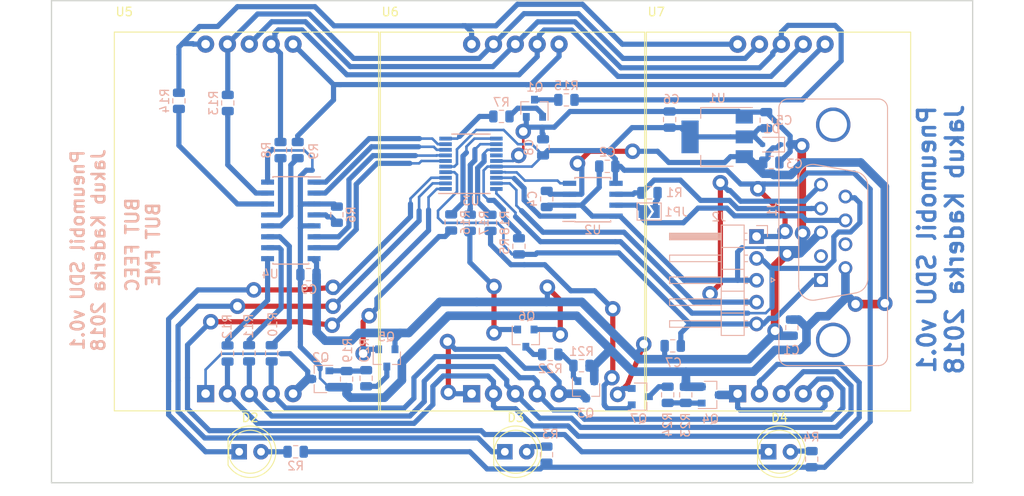
<source format=kicad_pcb>
(kicad_pcb (version 20171130) (host pcbnew 5.0.1)

  (general
    (thickness 1.6)
    (drawings 7)
    (tracks 768)
    (zones 0)
    (modules 58)
    (nets 56)
  )

  (page A4)
  (title_block
    (title "BUT Pneumobil - PSU")
    (date 2018-12-06)
    (rev 0.1)
    (company "Brno University of Technology")
    (comment 1 "Jakub Kaderka")
  )

  (layers
    (0 F.Cu signal)
    (31 B.Cu signal)
    (32 B.Adhes user)
    (33 F.Adhes user)
    (34 B.Paste user)
    (35 F.Paste user)
    (36 B.SilkS user)
    (37 F.SilkS user)
    (38 B.Mask user)
    (39 F.Mask user)
    (40 Dwgs.User user)
    (41 Cmts.User user)
    (42 Eco1.User user)
    (43 Eco2.User user)
    (44 Edge.Cuts user)
    (45 Margin user)
    (46 B.CrtYd user)
    (47 F.CrtYd user)
    (48 B.Fab user)
    (49 F.Fab user)
  )

  (setup
    (last_trace_width 0.3)
    (user_trace_width 0.6)
    (user_trace_width 0.8)
    (user_trace_width 1)
    (user_trace_width 1.5)
    (trace_clearance 0.25)
    (zone_clearance 0.508)
    (zone_45_only no)
    (trace_min 0.3)
    (segment_width 0.2)
    (edge_width 0.15)
    (via_size 0.8)
    (via_drill 0.4)
    (via_min_size 0.4)
    (via_min_drill 0.3)
    (user_via 1.8 1)
    (uvia_size 0.3)
    (uvia_drill 0.1)
    (uvias_allowed no)
    (uvia_min_size 0.2)
    (uvia_min_drill 0.1)
    (pcb_text_width 0.3)
    (pcb_text_size 1.5 1.5)
    (mod_edge_width 0.15)
    (mod_text_size 1 1)
    (mod_text_width 0.15)
    (pad_size 1.524 1.524)
    (pad_drill 0.762)
    (pad_to_mask_clearance 0.051)
    (solder_mask_min_width 0.25)
    (aux_axis_origin 0 0)
    (visible_elements FFFFFF7F)
    (pcbplotparams
      (layerselection 0x01000_fffffffe)
      (usegerberextensions false)
      (usegerberattributes false)
      (usegerberadvancedattributes false)
      (creategerberjobfile false)
      (excludeedgelayer false)
      (linewidth 0.100000)
      (plotframeref false)
      (viasonmask true)
      (mode 1)
      (useauxorigin false)
      (hpglpennumber 1)
      (hpglpenspeed 20)
      (hpglpendiameter 15.000000)
      (psnegative false)
      (psa4output false)
      (plotreference true)
      (plotvalue true)
      (plotinvisibletext false)
      (padsonsilk true)
      (subtractmaskfromsilk false)
      (outputformat 5)
      (mirror false)
      (drillshape 2)
      (scaleselection 1)
      (outputdirectory "/home/kajus/out"))
  )

  (net 0 "")
  (net 1 +5V)
  (net 2 GND)
  (net 3 +3V3)
  (net 4 /RESET)
  (net 5 "Net-(D2-Pad1)")
  (net 6 "Net-(D2-Pad2)")
  (net 7 "Net-(D3-Pad2)")
  (net 8 "Net-(D3-Pad1)")
  (net 9 "Net-(D4-Pad1)")
  (net 10 "Net-(D4-Pad2)")
  (net 11 /CAN_L)
  (net 12 /SWDIO)
  (net 13 /CAN_H)
  (net 14 /SWCLK)
  (net 15 "Net-(JP1-Pad2)")
  (net 16 "Net-(Q1-Pad3)")
  (net 17 "Net-(Q1-Pad1)")
  (net 18 "Net-(Q2-Pad1)")
  (net 19 "Net-(Q2-Pad3)")
  (net 20 "Net-(Q3-Pad3)")
  (net 21 "Net-(Q3-Pad1)")
  (net 22 "Net-(Q4-Pad1)")
  (net 23 "Net-(Q4-Pad3)")
  (net 24 "Net-(Q5-Pad3)")
  (net 25 "Net-(Q5-Pad1)")
  (net 26 "Net-(Q6-Pad1)")
  (net 27 "Net-(Q6-Pad3)")
  (net 28 "Net-(Q7-Pad1)")
  (net 29 "Net-(Q7-Pad3)")
  (net 30 "Net-(R6-Pad1)")
  (net 31 "Net-(R7-Pad2)")
  (net 32 "Net-(R8-Pad2)")
  (net 33 "Net-(R8-Pad1)")
  (net 34 "Net-(R9-Pad2)")
  (net 35 "Net-(R9-Pad1)")
  (net 36 "Net-(R10-Pad1)")
  (net 37 "Net-(R10-Pad2)")
  (net 38 "Net-(R11-Pad2)")
  (net 39 "Net-(R11-Pad1)")
  (net 40 "Net-(R12-Pad1)")
  (net 41 "Net-(R12-Pad2)")
  (net 42 "Net-(R13-Pad2)")
  (net 43 "Net-(R13-Pad1)")
  (net 44 "Net-(R14-Pad1)")
  (net 45 "Net-(R14-Pad2)")
  (net 46 "Net-(R15-Pad1)")
  (net 47 /SEG1)
  (net 48 /SEG2)
  (net 49 /SEG3)
  (net 50 /CAN_TX)
  (net 51 /CAN_RX)
  (net 52 /A)
  (net 53 /D)
  (net 54 /C)
  (net 55 /B)

  (net_class Default "Toto je výchozí třída sítě."
    (clearance 0.25)
    (trace_width 0.3)
    (via_dia 0.8)
    (via_drill 0.4)
    (uvia_dia 0.3)
    (uvia_drill 0.1)
    (diff_pair_gap 0.35)
    (diff_pair_width 0.3)
    (add_net +3V3)
    (add_net +5V)
    (add_net /A)
    (add_net /B)
    (add_net /C)
    (add_net /CAN_H)
    (add_net /CAN_L)
    (add_net /CAN_RX)
    (add_net /CAN_TX)
    (add_net /D)
    (add_net /RESET)
    (add_net /SEG1)
    (add_net /SEG2)
    (add_net /SEG3)
    (add_net /SWCLK)
    (add_net /SWDIO)
    (add_net GND)
    (add_net "Net-(D2-Pad1)")
    (add_net "Net-(D2-Pad2)")
    (add_net "Net-(D3-Pad1)")
    (add_net "Net-(D3-Pad2)")
    (add_net "Net-(D4-Pad1)")
    (add_net "Net-(D4-Pad2)")
    (add_net "Net-(JP1-Pad2)")
    (add_net "Net-(Q1-Pad1)")
    (add_net "Net-(Q1-Pad3)")
    (add_net "Net-(Q2-Pad1)")
    (add_net "Net-(Q2-Pad3)")
    (add_net "Net-(Q3-Pad1)")
    (add_net "Net-(Q3-Pad3)")
    (add_net "Net-(Q4-Pad1)")
    (add_net "Net-(Q4-Pad3)")
    (add_net "Net-(Q5-Pad1)")
    (add_net "Net-(Q5-Pad3)")
    (add_net "Net-(Q6-Pad1)")
    (add_net "Net-(Q6-Pad3)")
    (add_net "Net-(Q7-Pad1)")
    (add_net "Net-(Q7-Pad3)")
    (add_net "Net-(R10-Pad1)")
    (add_net "Net-(R10-Pad2)")
    (add_net "Net-(R11-Pad1)")
    (add_net "Net-(R11-Pad2)")
    (add_net "Net-(R12-Pad1)")
    (add_net "Net-(R12-Pad2)")
    (add_net "Net-(R13-Pad1)")
    (add_net "Net-(R13-Pad2)")
    (add_net "Net-(R14-Pad1)")
    (add_net "Net-(R14-Pad2)")
    (add_net "Net-(R15-Pad1)")
    (add_net "Net-(R6-Pad1)")
    (add_net "Net-(R7-Pad2)")
    (add_net "Net-(R8-Pad1)")
    (add_net "Net-(R8-Pad2)")
    (add_net "Net-(R9-Pad1)")
    (add_net "Net-(R9-Pad2)")
  )

  (module Connector_PinHeader_2.54mm:PinHeader_1x05_P2.54mm_Horizontal (layer B.Cu) (tedit 59FED5CB) (tstamp 5C0D07CE)
    (at 184.4 93.2 180)
    (descr "Through hole angled pin header, 1x05, 2.54mm pitch, 6mm pin length, single row")
    (tags "Through hole angled pin header THT 1x05 2.54mm single row")
    (path /5E112CA2)
    (fp_text reference J2 (at 4.385 2.27 180) (layer B.SilkS)
      (effects (font (size 1 1) (thickness 0.15)) (justify mirror))
    )
    (fp_text value SWD (at 4.385 -12.43 180) (layer B.Fab)
      (effects (font (size 1 1) (thickness 0.15)) (justify mirror))
    )
    (fp_line (start 2.135 1.27) (end 4.04 1.27) (layer B.Fab) (width 0.1))
    (fp_line (start 4.04 1.27) (end 4.04 -11.43) (layer B.Fab) (width 0.1))
    (fp_line (start 4.04 -11.43) (end 1.5 -11.43) (layer B.Fab) (width 0.1))
    (fp_line (start 1.5 -11.43) (end 1.5 0.635) (layer B.Fab) (width 0.1))
    (fp_line (start 1.5 0.635) (end 2.135 1.27) (layer B.Fab) (width 0.1))
    (fp_line (start -0.32 0.32) (end 1.5 0.32) (layer B.Fab) (width 0.1))
    (fp_line (start -0.32 0.32) (end -0.32 -0.32) (layer B.Fab) (width 0.1))
    (fp_line (start -0.32 -0.32) (end 1.5 -0.32) (layer B.Fab) (width 0.1))
    (fp_line (start 4.04 0.32) (end 10.04 0.32) (layer B.Fab) (width 0.1))
    (fp_line (start 10.04 0.32) (end 10.04 -0.32) (layer B.Fab) (width 0.1))
    (fp_line (start 4.04 -0.32) (end 10.04 -0.32) (layer B.Fab) (width 0.1))
    (fp_line (start -0.32 -2.22) (end 1.5 -2.22) (layer B.Fab) (width 0.1))
    (fp_line (start -0.32 -2.22) (end -0.32 -2.86) (layer B.Fab) (width 0.1))
    (fp_line (start -0.32 -2.86) (end 1.5 -2.86) (layer B.Fab) (width 0.1))
    (fp_line (start 4.04 -2.22) (end 10.04 -2.22) (layer B.Fab) (width 0.1))
    (fp_line (start 10.04 -2.22) (end 10.04 -2.86) (layer B.Fab) (width 0.1))
    (fp_line (start 4.04 -2.86) (end 10.04 -2.86) (layer B.Fab) (width 0.1))
    (fp_line (start -0.32 -4.76) (end 1.5 -4.76) (layer B.Fab) (width 0.1))
    (fp_line (start -0.32 -4.76) (end -0.32 -5.4) (layer B.Fab) (width 0.1))
    (fp_line (start -0.32 -5.4) (end 1.5 -5.4) (layer B.Fab) (width 0.1))
    (fp_line (start 4.04 -4.76) (end 10.04 -4.76) (layer B.Fab) (width 0.1))
    (fp_line (start 10.04 -4.76) (end 10.04 -5.4) (layer B.Fab) (width 0.1))
    (fp_line (start 4.04 -5.4) (end 10.04 -5.4) (layer B.Fab) (width 0.1))
    (fp_line (start -0.32 -7.3) (end 1.5 -7.3) (layer B.Fab) (width 0.1))
    (fp_line (start -0.32 -7.3) (end -0.32 -7.94) (layer B.Fab) (width 0.1))
    (fp_line (start -0.32 -7.94) (end 1.5 -7.94) (layer B.Fab) (width 0.1))
    (fp_line (start 4.04 -7.3) (end 10.04 -7.3) (layer B.Fab) (width 0.1))
    (fp_line (start 10.04 -7.3) (end 10.04 -7.94) (layer B.Fab) (width 0.1))
    (fp_line (start 4.04 -7.94) (end 10.04 -7.94) (layer B.Fab) (width 0.1))
    (fp_line (start -0.32 -9.84) (end 1.5 -9.84) (layer B.Fab) (width 0.1))
    (fp_line (start -0.32 -9.84) (end -0.32 -10.48) (layer B.Fab) (width 0.1))
    (fp_line (start -0.32 -10.48) (end 1.5 -10.48) (layer B.Fab) (width 0.1))
    (fp_line (start 4.04 -9.84) (end 10.04 -9.84) (layer B.Fab) (width 0.1))
    (fp_line (start 10.04 -9.84) (end 10.04 -10.48) (layer B.Fab) (width 0.1))
    (fp_line (start 4.04 -10.48) (end 10.04 -10.48) (layer B.Fab) (width 0.1))
    (fp_line (start 1.44 1.33) (end 1.44 -11.49) (layer B.SilkS) (width 0.12))
    (fp_line (start 1.44 -11.49) (end 4.1 -11.49) (layer B.SilkS) (width 0.12))
    (fp_line (start 4.1 -11.49) (end 4.1 1.33) (layer B.SilkS) (width 0.12))
    (fp_line (start 4.1 1.33) (end 1.44 1.33) (layer B.SilkS) (width 0.12))
    (fp_line (start 4.1 0.38) (end 10.1 0.38) (layer B.SilkS) (width 0.12))
    (fp_line (start 10.1 0.38) (end 10.1 -0.38) (layer B.SilkS) (width 0.12))
    (fp_line (start 10.1 -0.38) (end 4.1 -0.38) (layer B.SilkS) (width 0.12))
    (fp_line (start 4.1 0.32) (end 10.1 0.32) (layer B.SilkS) (width 0.12))
    (fp_line (start 4.1 0.2) (end 10.1 0.2) (layer B.SilkS) (width 0.12))
    (fp_line (start 4.1 0.08) (end 10.1 0.08) (layer B.SilkS) (width 0.12))
    (fp_line (start 4.1 -0.04) (end 10.1 -0.04) (layer B.SilkS) (width 0.12))
    (fp_line (start 4.1 -0.16) (end 10.1 -0.16) (layer B.SilkS) (width 0.12))
    (fp_line (start 4.1 -0.28) (end 10.1 -0.28) (layer B.SilkS) (width 0.12))
    (fp_line (start 1.11 0.38) (end 1.44 0.38) (layer B.SilkS) (width 0.12))
    (fp_line (start 1.11 -0.38) (end 1.44 -0.38) (layer B.SilkS) (width 0.12))
    (fp_line (start 1.44 -1.27) (end 4.1 -1.27) (layer B.SilkS) (width 0.12))
    (fp_line (start 4.1 -2.16) (end 10.1 -2.16) (layer B.SilkS) (width 0.12))
    (fp_line (start 10.1 -2.16) (end 10.1 -2.92) (layer B.SilkS) (width 0.12))
    (fp_line (start 10.1 -2.92) (end 4.1 -2.92) (layer B.SilkS) (width 0.12))
    (fp_line (start 1.042929 -2.16) (end 1.44 -2.16) (layer B.SilkS) (width 0.12))
    (fp_line (start 1.042929 -2.92) (end 1.44 -2.92) (layer B.SilkS) (width 0.12))
    (fp_line (start 1.44 -3.81) (end 4.1 -3.81) (layer B.SilkS) (width 0.12))
    (fp_line (start 4.1 -4.7) (end 10.1 -4.7) (layer B.SilkS) (width 0.12))
    (fp_line (start 10.1 -4.7) (end 10.1 -5.46) (layer B.SilkS) (width 0.12))
    (fp_line (start 10.1 -5.46) (end 4.1 -5.46) (layer B.SilkS) (width 0.12))
    (fp_line (start 1.042929 -4.7) (end 1.44 -4.7) (layer B.SilkS) (width 0.12))
    (fp_line (start 1.042929 -5.46) (end 1.44 -5.46) (layer B.SilkS) (width 0.12))
    (fp_line (start 1.44 -6.35) (end 4.1 -6.35) (layer B.SilkS) (width 0.12))
    (fp_line (start 4.1 -7.24) (end 10.1 -7.24) (layer B.SilkS) (width 0.12))
    (fp_line (start 10.1 -7.24) (end 10.1 -8) (layer B.SilkS) (width 0.12))
    (fp_line (start 10.1 -8) (end 4.1 -8) (layer B.SilkS) (width 0.12))
    (fp_line (start 1.042929 -7.24) (end 1.44 -7.24) (layer B.SilkS) (width 0.12))
    (fp_line (start 1.042929 -8) (end 1.44 -8) (layer B.SilkS) (width 0.12))
    (fp_line (start 1.44 -8.89) (end 4.1 -8.89) (layer B.SilkS) (width 0.12))
    (fp_line (start 4.1 -9.78) (end 10.1 -9.78) (layer B.SilkS) (width 0.12))
    (fp_line (start 10.1 -9.78) (end 10.1 -10.54) (layer B.SilkS) (width 0.12))
    (fp_line (start 10.1 -10.54) (end 4.1 -10.54) (layer B.SilkS) (width 0.12))
    (fp_line (start 1.042929 -9.78) (end 1.44 -9.78) (layer B.SilkS) (width 0.12))
    (fp_line (start 1.042929 -10.54) (end 1.44 -10.54) (layer B.SilkS) (width 0.12))
    (fp_line (start -1.27 0) (end -1.27 1.27) (layer B.SilkS) (width 0.12))
    (fp_line (start -1.27 1.27) (end 0 1.27) (layer B.SilkS) (width 0.12))
    (fp_line (start -1.8 1.8) (end -1.8 -11.95) (layer B.CrtYd) (width 0.05))
    (fp_line (start -1.8 -11.95) (end 10.55 -11.95) (layer B.CrtYd) (width 0.05))
    (fp_line (start 10.55 -11.95) (end 10.55 1.8) (layer B.CrtYd) (width 0.05))
    (fp_line (start 10.55 1.8) (end -1.8 1.8) (layer B.CrtYd) (width 0.05))
    (fp_text user %R (at 2.77 -5.08 90) (layer B.Fab)
      (effects (font (size 1 1) (thickness 0.15)) (justify mirror))
    )
    (pad 1 thru_hole rect (at 0 0 180) (size 1.7 1.7) (drill 1) (layers *.Cu *.Mask)
      (net 3 +3V3))
    (pad 2 thru_hole oval (at 0 -2.54 180) (size 1.7 1.7) (drill 1) (layers *.Cu *.Mask)
      (net 14 /SWCLK))
    (pad 3 thru_hole oval (at 0 -5.08 180) (size 1.7 1.7) (drill 1) (layers *.Cu *.Mask)
      (net 2 GND))
    (pad 4 thru_hole oval (at 0 -7.62 180) (size 1.7 1.7) (drill 1) (layers *.Cu *.Mask)
      (net 12 /SWDIO))
    (pad 5 thru_hole oval (at 0 -10.16 180) (size 1.7 1.7) (drill 1) (layers *.Cu *.Mask)
      (net 4 /RESET))
    (model ${KISYS3DMOD}/Connector_PinHeader_2.54mm.3dshapes/PinHeader_1x05_P2.54mm_Horizontal.wrl
      (at (xyz 0 0 0))
      (scale (xyz 1 1 1))
      (rotate (xyz 0 0 0))
    )
  )

  (module Display_7Segment:SA15-11 (layer F.Cu) (tedit 5AA17787) (tstamp 5BFAAE56)
    (at 120.4 111.45)
    (path /5BF902AC)
    (fp_text reference U5 (at -9.45 -44.35) (layer F.SilkS)
      (effects (font (size 1 1) (thickness 0.15)))
    )
    (fp_text value SA15-11SRWA (at 20.2 -44.6) (layer F.Fab)
      (effects (font (size 1 1) (thickness 0.15)))
    )
    (fp_line (start -10.6 2) (end 20.1 2) (layer F.SilkS) (width 0.12))
    (fp_line (start 20.1 2) (end 20.1 -42) (layer F.SilkS) (width 0.12))
    (fp_line (start 20.1 -42) (end -10.6 -42) (layer F.SilkS) (width 0.12))
    (fp_line (start -10.6 -42) (end -10.6 2) (layer F.SilkS) (width 0.12))
    (pad 1 thru_hole rect (at 0 0) (size 2 2) (drill 1) (layers *.Cu *.Mask)
      (net 19 "Net-(Q2-Pad3)"))
    (pad 2 thru_hole circle (at 2.54 0) (size 2 2) (drill 1) (layers *.Cu *.Mask)
      (net 40 "Net-(R12-Pad1)"))
    (pad 3 thru_hole circle (at 5.08 0) (size 2 2) (drill 1) (layers *.Cu *.Mask)
      (net 39 "Net-(R11-Pad1)"))
    (pad 4 thru_hole circle (at 7.62 0) (size 2 2) (drill 1) (layers *.Cu *.Mask)
      (net 36 "Net-(R10-Pad1)"))
    (pad 5 thru_hole circle (at 10.16 0) (size 2 2) (drill 1) (layers *.Cu *.Mask)
      (net 19 "Net-(Q2-Pad3)"))
    (pad 6 thru_hole circle (at 10.16 -40.6) (size 2 2) (drill 1) (layers *.Cu *.Mask)
      (net 35 "Net-(R9-Pad1)"))
    (pad 7 thru_hole circle (at 7.62 -40.6) (size 2 2) (drill 1) (layers *.Cu *.Mask)
      (net 33 "Net-(R8-Pad1)"))
    (pad 8 thru_hole circle (at 5.08 -40.6) (size 2 2) (drill 1) (layers *.Cu *.Mask)
      (net 46 "Net-(R15-Pad1)"))
    (pad 9 thru_hole circle (at 2.54 -40.6) (size 2 2) (drill 1) (layers *.Cu *.Mask)
      (net 43 "Net-(R13-Pad1)"))
    (pad 10 thru_hole circle (at 0 -40.6) (size 2 2) (drill 1) (layers *.Cu *.Mask)
      (net 44 "Net-(R14-Pad1)"))
  )

  (module Capacitor_SMD:C_0805_2012Metric (layer B.Cu) (tedit 5B36C52B) (tstamp 5C05D241)
    (at 167.0625 85.05 180)
    (descr "Capacitor SMD 0805 (2012 Metric), square (rectangular) end terminal, IPC_7351 nominal, (Body size source: https://docs.google.com/spreadsheets/d/1BsfQQcO9C6DZCsRaXUlFlo91Tg2WpOkGARC1WS5S8t0/edit?usp=sharing), generated with kicad-footprint-generator")
    (tags capacitor)
    (path /5E18D9FE)
    (attr smd)
    (fp_text reference C2 (at 0 1.65 180) (layer B.SilkS)
      (effects (font (size 1 1) (thickness 0.15)) (justify mirror))
    )
    (fp_text value 100n (at 0 -1.65 180) (layer B.Fab)
      (effects (font (size 1 1) (thickness 0.15)) (justify mirror))
    )
    (fp_line (start -1 -0.6) (end -1 0.6) (layer B.Fab) (width 0.1))
    (fp_line (start -1 0.6) (end 1 0.6) (layer B.Fab) (width 0.1))
    (fp_line (start 1 0.6) (end 1 -0.6) (layer B.Fab) (width 0.1))
    (fp_line (start 1 -0.6) (end -1 -0.6) (layer B.Fab) (width 0.1))
    (fp_line (start -0.258578 0.71) (end 0.258578 0.71) (layer B.SilkS) (width 0.12))
    (fp_line (start -0.258578 -0.71) (end 0.258578 -0.71) (layer B.SilkS) (width 0.12))
    (fp_line (start -1.68 -0.95) (end -1.68 0.95) (layer B.CrtYd) (width 0.05))
    (fp_line (start -1.68 0.95) (end 1.68 0.95) (layer B.CrtYd) (width 0.05))
    (fp_line (start 1.68 0.95) (end 1.68 -0.95) (layer B.CrtYd) (width 0.05))
    (fp_line (start 1.68 -0.95) (end -1.68 -0.95) (layer B.CrtYd) (width 0.05))
    (fp_text user %R (at 0 0 180) (layer B.Fab)
      (effects (font (size 0.5 0.5) (thickness 0.08)) (justify mirror))
    )
    (pad 1 smd roundrect (at -0.9375 0 180) (size 0.975 1.4) (layers B.Cu B.Paste B.Mask) (roundrect_rratio 0.25)
      (net 3 +3V3))
    (pad 2 smd roundrect (at 0.9375 0 180) (size 0.975 1.4) (layers B.Cu B.Paste B.Mask) (roundrect_rratio 0.25)
      (net 2 GND))
    (model ${KISYS3DMOD}/Capacitor_SMD.3dshapes/C_0805_2012Metric.wrl
      (at (xyz 0 0 0))
      (scale (xyz 1 1 1))
      (rotate (xyz 0 0 0))
    )
  )

  (module Capacitor_SMD:C_0805_2012Metric (layer B.Cu) (tedit 5B36C52B) (tstamp 5C05D252)
    (at 186.1125 84.6)
    (descr "Capacitor SMD 0805 (2012 Metric), square (rectangular) end terminal, IPC_7351 nominal, (Body size source: https://docs.google.com/spreadsheets/d/1BsfQQcO9C6DZCsRaXUlFlo91Tg2WpOkGARC1WS5S8t0/edit?usp=sharing), generated with kicad-footprint-generator")
    (tags capacitor)
    (path /5E0A083E)
    (attr smd)
    (fp_text reference C3 (at 2.6875 0.15) (layer B.SilkS)
      (effects (font (size 1 1) (thickness 0.15)) (justify mirror))
    )
    (fp_text value 100n (at 0 -1.65) (layer B.Fab)
      (effects (font (size 1 1) (thickness 0.15)) (justify mirror))
    )
    (fp_text user %R (at 0 0) (layer B.Fab)
      (effects (font (size 0.5 0.5) (thickness 0.08)) (justify mirror))
    )
    (fp_line (start 1.68 -0.95) (end -1.68 -0.95) (layer B.CrtYd) (width 0.05))
    (fp_line (start 1.68 0.95) (end 1.68 -0.95) (layer B.CrtYd) (width 0.05))
    (fp_line (start -1.68 0.95) (end 1.68 0.95) (layer B.CrtYd) (width 0.05))
    (fp_line (start -1.68 -0.95) (end -1.68 0.95) (layer B.CrtYd) (width 0.05))
    (fp_line (start -0.258578 -0.71) (end 0.258578 -0.71) (layer B.SilkS) (width 0.12))
    (fp_line (start -0.258578 0.71) (end 0.258578 0.71) (layer B.SilkS) (width 0.12))
    (fp_line (start 1 -0.6) (end -1 -0.6) (layer B.Fab) (width 0.1))
    (fp_line (start 1 0.6) (end 1 -0.6) (layer B.Fab) (width 0.1))
    (fp_line (start -1 0.6) (end 1 0.6) (layer B.Fab) (width 0.1))
    (fp_line (start -1 -0.6) (end -1 0.6) (layer B.Fab) (width 0.1))
    (pad 2 smd roundrect (at 0.9375 0) (size 0.975 1.4) (layers B.Cu B.Paste B.Mask) (roundrect_rratio 0.25)
      (net 2 GND))
    (pad 1 smd roundrect (at -0.9375 0) (size 0.975 1.4) (layers B.Cu B.Paste B.Mask) (roundrect_rratio 0.25)
      (net 1 +5V))
    (model ${KISYS3DMOD}/Capacitor_SMD.3dshapes/C_0805_2012Metric.wrl
      (at (xyz 0 0 0))
      (scale (xyz 1 1 1))
      (rotate (xyz 0 0 0))
    )
  )

  (module Capacitor_SMD:C_0805_2012Metric (layer B.Cu) (tedit 5B36C52B) (tstamp 5C05D263)
    (at 160.025 88.8375 270)
    (descr "Capacitor SMD 0805 (2012 Metric), square (rectangular) end terminal, IPC_7351 nominal, (Body size source: https://docs.google.com/spreadsheets/d/1BsfQQcO9C6DZCsRaXUlFlo91Tg2WpOkGARC1WS5S8t0/edit?usp=sharing), generated with kicad-footprint-generator")
    (tags capacitor)
    (path /5E18D925)
    (attr smd)
    (fp_text reference C4 (at 0 1.65 270) (layer B.SilkS)
      (effects (font (size 1 1) (thickness 0.15)) (justify mirror))
    )
    (fp_text value 100n (at 0 -1.65 270) (layer B.Fab)
      (effects (font (size 1 1) (thickness 0.15)) (justify mirror))
    )
    (fp_text user %R (at 0 0 270) (layer B.Fab)
      (effects (font (size 0.5 0.5) (thickness 0.08)) (justify mirror))
    )
    (fp_line (start 1.68 -0.95) (end -1.68 -0.95) (layer B.CrtYd) (width 0.05))
    (fp_line (start 1.68 0.95) (end 1.68 -0.95) (layer B.CrtYd) (width 0.05))
    (fp_line (start -1.68 0.95) (end 1.68 0.95) (layer B.CrtYd) (width 0.05))
    (fp_line (start -1.68 -0.95) (end -1.68 0.95) (layer B.CrtYd) (width 0.05))
    (fp_line (start -0.258578 -0.71) (end 0.258578 -0.71) (layer B.SilkS) (width 0.12))
    (fp_line (start -0.258578 0.71) (end 0.258578 0.71) (layer B.SilkS) (width 0.12))
    (fp_line (start 1 -0.6) (end -1 -0.6) (layer B.Fab) (width 0.1))
    (fp_line (start 1 0.6) (end 1 -0.6) (layer B.Fab) (width 0.1))
    (fp_line (start -1 0.6) (end 1 0.6) (layer B.Fab) (width 0.1))
    (fp_line (start -1 -0.6) (end -1 0.6) (layer B.Fab) (width 0.1))
    (pad 2 smd roundrect (at 0.9375 0 270) (size 0.975 1.4) (layers B.Cu B.Paste B.Mask) (roundrect_rratio 0.25)
      (net 2 GND))
    (pad 1 smd roundrect (at -0.9375 0 270) (size 0.975 1.4) (layers B.Cu B.Paste B.Mask) (roundrect_rratio 0.25)
      (net 1 +5V))
    (model ${KISYS3DMOD}/Capacitor_SMD.3dshapes/C_0805_2012Metric.wrl
      (at (xyz 0 0 0))
      (scale (xyz 1 1 1))
      (rotate (xyz 0 0 0))
    )
  )

  (module Capacitor_SMD:C_0805_2012Metric (layer B.Cu) (tedit 5B36C52B) (tstamp 5C07B18F)
    (at 185.525 79.6875 90)
    (descr "Capacitor SMD 0805 (2012 Metric), square (rectangular) end terminal, IPC_7351 nominal, (Body size source: https://docs.google.com/spreadsheets/d/1BsfQQcO9C6DZCsRaXUlFlo91Tg2WpOkGARC1WS5S8t0/edit?usp=sharing), generated with kicad-footprint-generator")
    (tags capacitor)
    (path /5E0A08DA)
    (attr smd)
    (fp_text reference C5 (at -0.0125 2.075 180) (layer B.SilkS)
      (effects (font (size 1 1) (thickness 0.15)) (justify mirror))
    )
    (fp_text value 100n (at 0 -1.65 90) (layer B.Fab)
      (effects (font (size 1 1) (thickness 0.15)) (justify mirror))
    )
    (fp_line (start -1 -0.6) (end -1 0.6) (layer B.Fab) (width 0.1))
    (fp_line (start -1 0.6) (end 1 0.6) (layer B.Fab) (width 0.1))
    (fp_line (start 1 0.6) (end 1 -0.6) (layer B.Fab) (width 0.1))
    (fp_line (start 1 -0.6) (end -1 -0.6) (layer B.Fab) (width 0.1))
    (fp_line (start -0.258578 0.71) (end 0.258578 0.71) (layer B.SilkS) (width 0.12))
    (fp_line (start -0.258578 -0.71) (end 0.258578 -0.71) (layer B.SilkS) (width 0.12))
    (fp_line (start -1.68 -0.95) (end -1.68 0.95) (layer B.CrtYd) (width 0.05))
    (fp_line (start -1.68 0.95) (end 1.68 0.95) (layer B.CrtYd) (width 0.05))
    (fp_line (start 1.68 0.95) (end 1.68 -0.95) (layer B.CrtYd) (width 0.05))
    (fp_line (start 1.68 -0.95) (end -1.68 -0.95) (layer B.CrtYd) (width 0.05))
    (fp_text user %R (at 0 0 90) (layer B.Fab)
      (effects (font (size 0.5 0.5) (thickness 0.08)) (justify mirror))
    )
    (pad 1 smd roundrect (at -0.9375 0 90) (size 0.975 1.4) (layers B.Cu B.Paste B.Mask) (roundrect_rratio 0.25)
      (net 3 +3V3))
    (pad 2 smd roundrect (at 0.9375 0 90) (size 0.975 1.4) (layers B.Cu B.Paste B.Mask) (roundrect_rratio 0.25)
      (net 2 GND))
    (model ${KISYS3DMOD}/Capacitor_SMD.3dshapes/C_0805_2012Metric.wrl
      (at (xyz 0 0 0))
      (scale (xyz 1 1 1))
      (rotate (xyz 0 0 0))
    )
  )

  (module Capacitor_SMD:C_0805_2012Metric (layer B.Cu) (tedit 5B36C52B) (tstamp 5C07B1BF)
    (at 174.3 79.6125 90)
    (descr "Capacitor SMD 0805 (2012 Metric), square (rectangular) end terminal, IPC_7351 nominal, (Body size source: https://docs.google.com/spreadsheets/d/1BsfQQcO9C6DZCsRaXUlFlo91Tg2WpOkGARC1WS5S8t0/edit?usp=sharing), generated with kicad-footprint-generator")
    (tags capacitor)
    (path /5E0A098C)
    (attr smd)
    (fp_text reference C6 (at 2.3625 0.2 180) (layer B.SilkS)
      (effects (font (size 1 1) (thickness 0.15)) (justify mirror))
    )
    (fp_text value 10u (at 0 -1.65 90) (layer B.Fab)
      (effects (font (size 1 1) (thickness 0.15)) (justify mirror))
    )
    (fp_text user %R (at 0 0 90) (layer B.Fab)
      (effects (font (size 0.5 0.5) (thickness 0.08)) (justify mirror))
    )
    (fp_line (start 1.68 -0.95) (end -1.68 -0.95) (layer B.CrtYd) (width 0.05))
    (fp_line (start 1.68 0.95) (end 1.68 -0.95) (layer B.CrtYd) (width 0.05))
    (fp_line (start -1.68 0.95) (end 1.68 0.95) (layer B.CrtYd) (width 0.05))
    (fp_line (start -1.68 -0.95) (end -1.68 0.95) (layer B.CrtYd) (width 0.05))
    (fp_line (start -0.258578 -0.71) (end 0.258578 -0.71) (layer B.SilkS) (width 0.12))
    (fp_line (start -0.258578 0.71) (end 0.258578 0.71) (layer B.SilkS) (width 0.12))
    (fp_line (start 1 -0.6) (end -1 -0.6) (layer B.Fab) (width 0.1))
    (fp_line (start 1 0.6) (end 1 -0.6) (layer B.Fab) (width 0.1))
    (fp_line (start -1 0.6) (end 1 0.6) (layer B.Fab) (width 0.1))
    (fp_line (start -1 -0.6) (end -1 0.6) (layer B.Fab) (width 0.1))
    (pad 2 smd roundrect (at 0.9375 0 90) (size 0.975 1.4) (layers B.Cu B.Paste B.Mask) (roundrect_rratio 0.25)
      (net 2 GND))
    (pad 1 smd roundrect (at -0.9375 0 90) (size 0.975 1.4) (layers B.Cu B.Paste B.Mask) (roundrect_rratio 0.25)
      (net 3 +3V3))
    (model ${KISYS3DMOD}/Capacitor_SMD.3dshapes/C_0805_2012Metric.wrl
      (at (xyz 0 0 0))
      (scale (xyz 1 1 1))
      (rotate (xyz 0 0 0))
    )
  )

  (module Capacitor_SMD:C_0805_2012Metric (layer B.Cu) (tedit 5B36C52B) (tstamp 5C05D296)
    (at 174.6625 105.9 180)
    (descr "Capacitor SMD 0805 (2012 Metric), square (rectangular) end terminal, IPC_7351 nominal, (Body size source: https://docs.google.com/spreadsheets/d/1BsfQQcO9C6DZCsRaXUlFlo91Tg2WpOkGARC1WS5S8t0/edit?usp=sharing), generated with kicad-footprint-generator")
    (tags capacitor)
    (path /5DFFA0AE)
    (attr smd)
    (fp_text reference C7 (at -0.0875 -1.95 180) (layer B.SilkS)
      (effects (font (size 1 1) (thickness 0.15)) (justify mirror))
    )
    (fp_text value 100n (at 0 -1.65 180) (layer B.Fab)
      (effects (font (size 1 1) (thickness 0.15)) (justify mirror))
    )
    (fp_text user %R (at 0 0 180) (layer B.Fab)
      (effects (font (size 0.5 0.5) (thickness 0.08)) (justify mirror))
    )
    (fp_line (start 1.68 -0.95) (end -1.68 -0.95) (layer B.CrtYd) (width 0.05))
    (fp_line (start 1.68 0.95) (end 1.68 -0.95) (layer B.CrtYd) (width 0.05))
    (fp_line (start -1.68 0.95) (end 1.68 0.95) (layer B.CrtYd) (width 0.05))
    (fp_line (start -1.68 -0.95) (end -1.68 0.95) (layer B.CrtYd) (width 0.05))
    (fp_line (start -0.258578 -0.71) (end 0.258578 -0.71) (layer B.SilkS) (width 0.12))
    (fp_line (start -0.258578 0.71) (end 0.258578 0.71) (layer B.SilkS) (width 0.12))
    (fp_line (start 1 -0.6) (end -1 -0.6) (layer B.Fab) (width 0.1))
    (fp_line (start 1 0.6) (end 1 -0.6) (layer B.Fab) (width 0.1))
    (fp_line (start -1 0.6) (end 1 0.6) (layer B.Fab) (width 0.1))
    (fp_line (start -1 -0.6) (end -1 0.6) (layer B.Fab) (width 0.1))
    (pad 2 smd roundrect (at 0.9375 0 180) (size 0.975 1.4) (layers B.Cu B.Paste B.Mask) (roundrect_rratio 0.25)
      (net 2 GND))
    (pad 1 smd roundrect (at -0.9375 0 180) (size 0.975 1.4) (layers B.Cu B.Paste B.Mask) (roundrect_rratio 0.25)
      (net 4 /RESET))
    (model ${KISYS3DMOD}/Capacitor_SMD.3dshapes/C_0805_2012Metric.wrl
      (at (xyz 0 0 0))
      (scale (xyz 1 1 1))
      (rotate (xyz 0 0 0))
    )
  )

  (module Capacitor_SMD:C_0805_2012Metric (layer B.Cu) (tedit 5B36C52B) (tstamp 5C05D2A7)
    (at 159.6 82.8375 270)
    (descr "Capacitor SMD 0805 (2012 Metric), square (rectangular) end terminal, IPC_7351 nominal, (Body size source: https://docs.google.com/spreadsheets/d/1BsfQQcO9C6DZCsRaXUlFlo91Tg2WpOkGARC1WS5S8t0/edit?usp=sharing), generated with kicad-footprint-generator")
    (tags capacitor)
    (path /5BE7118E)
    (attr smd)
    (fp_text reference C8 (at 0 1.65 270) (layer B.SilkS)
      (effects (font (size 1 1) (thickness 0.15)) (justify mirror))
    )
    (fp_text value 100n (at 0 -1.65 270) (layer B.Fab)
      (effects (font (size 1 1) (thickness 0.15)) (justify mirror))
    )
    (fp_line (start -1 -0.6) (end -1 0.6) (layer B.Fab) (width 0.1))
    (fp_line (start -1 0.6) (end 1 0.6) (layer B.Fab) (width 0.1))
    (fp_line (start 1 0.6) (end 1 -0.6) (layer B.Fab) (width 0.1))
    (fp_line (start 1 -0.6) (end -1 -0.6) (layer B.Fab) (width 0.1))
    (fp_line (start -0.258578 0.71) (end 0.258578 0.71) (layer B.SilkS) (width 0.12))
    (fp_line (start -0.258578 -0.71) (end 0.258578 -0.71) (layer B.SilkS) (width 0.12))
    (fp_line (start -1.68 -0.95) (end -1.68 0.95) (layer B.CrtYd) (width 0.05))
    (fp_line (start -1.68 0.95) (end 1.68 0.95) (layer B.CrtYd) (width 0.05))
    (fp_line (start 1.68 0.95) (end 1.68 -0.95) (layer B.CrtYd) (width 0.05))
    (fp_line (start 1.68 -0.95) (end -1.68 -0.95) (layer B.CrtYd) (width 0.05))
    (fp_text user %R (at 0 0 270) (layer B.Fab)
      (effects (font (size 0.5 0.5) (thickness 0.08)) (justify mirror))
    )
    (pad 1 smd roundrect (at -0.9375 0 270) (size 0.975 1.4) (layers B.Cu B.Paste B.Mask) (roundrect_rratio 0.25)
      (net 2 GND))
    (pad 2 smd roundrect (at 0.9375 0 270) (size 0.975 1.4) (layers B.Cu B.Paste B.Mask) (roundrect_rratio 0.25)
      (net 3 +3V3))
    (model ${KISYS3DMOD}/Capacitor_SMD.3dshapes/C_0805_2012Metric.wrl
      (at (xyz 0 0 0))
      (scale (xyz 1 1 1))
      (rotate (xyz 0 0 0))
    )
  )

  (module Capacitor_SMD:C_0805_2012Metric (layer B.Cu) (tedit 5B36C52B) (tstamp 5C05D2B8)
    (at 132.35 97.625)
    (descr "Capacitor SMD 0805 (2012 Metric), square (rectangular) end terminal, IPC_7351 nominal, (Body size source: https://docs.google.com/spreadsheets/d/1BsfQQcO9C6DZCsRaXUlFlo91Tg2WpOkGARC1WS5S8t0/edit?usp=sharing), generated with kicad-footprint-generator")
    (tags capacitor)
    (path /5C3CE46A)
    (attr smd)
    (fp_text reference C9 (at 0.05 1.725) (layer B.SilkS)
      (effects (font (size 1 1) (thickness 0.15)) (justify mirror))
    )
    (fp_text value 100n (at 0 -1.65) (layer B.Fab)
      (effects (font (size 1 1) (thickness 0.15)) (justify mirror))
    )
    (fp_line (start -1 -0.6) (end -1 0.6) (layer B.Fab) (width 0.1))
    (fp_line (start -1 0.6) (end 1 0.6) (layer B.Fab) (width 0.1))
    (fp_line (start 1 0.6) (end 1 -0.6) (layer B.Fab) (width 0.1))
    (fp_line (start 1 -0.6) (end -1 -0.6) (layer B.Fab) (width 0.1))
    (fp_line (start -0.258578 0.71) (end 0.258578 0.71) (layer B.SilkS) (width 0.12))
    (fp_line (start -0.258578 -0.71) (end 0.258578 -0.71) (layer B.SilkS) (width 0.12))
    (fp_line (start -1.68 -0.95) (end -1.68 0.95) (layer B.CrtYd) (width 0.05))
    (fp_line (start -1.68 0.95) (end 1.68 0.95) (layer B.CrtYd) (width 0.05))
    (fp_line (start 1.68 0.95) (end 1.68 -0.95) (layer B.CrtYd) (width 0.05))
    (fp_line (start 1.68 -0.95) (end -1.68 -0.95) (layer B.CrtYd) (width 0.05))
    (fp_text user %R (at 0 0) (layer B.Fab)
      (effects (font (size 0.5 0.5) (thickness 0.08)) (justify mirror))
    )
    (pad 1 smd roundrect (at -0.9375 0) (size 0.975 1.4) (layers B.Cu B.Paste B.Mask) (roundrect_rratio 0.25)
      (net 1 +5V))
    (pad 2 smd roundrect (at 0.9375 0) (size 0.975 1.4) (layers B.Cu B.Paste B.Mask) (roundrect_rratio 0.25)
      (net 2 GND))
    (model ${KISYS3DMOD}/Capacitor_SMD.3dshapes/C_0805_2012Metric.wrl
      (at (xyz 0 0 0))
      (scale (xyz 1 1 1))
      (rotate (xyz 0 0 0))
    )
  )

  (module Diode_SMD:D_SOD-323 (layer B.Cu) (tedit 58641739) (tstamp 5C07B1F6)
    (at 186.15 82.525 180)
    (descr SOD-323)
    (tags SOD-323)
    (path /5BF35754)
    (attr smd)
    (fp_text reference D1 (at 0 1.85 180) (layer B.SilkS)
      (effects (font (size 1 1) (thickness 0.15)) (justify mirror))
    )
    (fp_text value BAT60 (at 0.1 -1.9 180) (layer B.Fab)
      (effects (font (size 1 1) (thickness 0.15)) (justify mirror))
    )
    (fp_text user %R (at 0 1.85 180) (layer B.Fab)
      (effects (font (size 1 1) (thickness 0.15)) (justify mirror))
    )
    (fp_line (start -1.5 0.85) (end -1.5 -0.85) (layer B.SilkS) (width 0.12))
    (fp_line (start 0.2 0) (end 0.45 0) (layer B.Fab) (width 0.1))
    (fp_line (start 0.2 -0.35) (end -0.3 0) (layer B.Fab) (width 0.1))
    (fp_line (start 0.2 0.35) (end 0.2 -0.35) (layer B.Fab) (width 0.1))
    (fp_line (start -0.3 0) (end 0.2 0.35) (layer B.Fab) (width 0.1))
    (fp_line (start -0.3 0) (end -0.5 0) (layer B.Fab) (width 0.1))
    (fp_line (start -0.3 0.35) (end -0.3 -0.35) (layer B.Fab) (width 0.1))
    (fp_line (start -0.9 -0.7) (end -0.9 0.7) (layer B.Fab) (width 0.1))
    (fp_line (start 0.9 -0.7) (end -0.9 -0.7) (layer B.Fab) (width 0.1))
    (fp_line (start 0.9 0.7) (end 0.9 -0.7) (layer B.Fab) (width 0.1))
    (fp_line (start -0.9 0.7) (end 0.9 0.7) (layer B.Fab) (width 0.1))
    (fp_line (start -1.6 0.95) (end 1.6 0.95) (layer B.CrtYd) (width 0.05))
    (fp_line (start 1.6 0.95) (end 1.6 -0.95) (layer B.CrtYd) (width 0.05))
    (fp_line (start -1.6 -0.95) (end 1.6 -0.95) (layer B.CrtYd) (width 0.05))
    (fp_line (start -1.6 0.95) (end -1.6 -0.95) (layer B.CrtYd) (width 0.05))
    (fp_line (start -1.5 -0.85) (end 1.05 -0.85) (layer B.SilkS) (width 0.12))
    (fp_line (start -1.5 0.85) (end 1.05 0.85) (layer B.SilkS) (width 0.12))
    (pad 1 smd rect (at -1.05 0 180) (size 0.6 0.45) (layers B.Cu B.Paste B.Mask)
      (net 1 +5V))
    (pad 2 smd rect (at 1.05 0 180) (size 0.6 0.45) (layers B.Cu B.Paste B.Mask)
      (net 3 +3V3))
    (model ${KISYS3DMOD}/Diode_SMD.3dshapes/D_SOD-323.wrl
      (at (xyz 0 0 0))
      (scale (xyz 1 1 1))
      (rotate (xyz 0 0 0))
    )
  )

  (module Jumper:SolderJumper-2_P1.3mm_Open_TrianglePad1.0x1.5mm (layer B.Cu) (tedit 5A64794F) (tstamp 5C05D397)
    (at 171.925 90.3)
    (descr "SMD Solder Jumper, 1x1.5mm Triangular Pads, 0.3mm gap, open")
    (tags "solder jumper open")
    (path /5E13F8D9)
    (attr virtual)
    (fp_text reference JP1 (at 3.125 0.05) (layer B.SilkS)
      (effects (font (size 1 1) (thickness 0.15)) (justify mirror))
    )
    (fp_text value TERMINATE (at 0 -1.9) (layer B.Fab)
      (effects (font (size 1 1) (thickness 0.15)) (justify mirror))
    )
    (fp_line (start -1.4 -1) (end -1.4 1) (layer B.SilkS) (width 0.12))
    (fp_line (start 1.4 -1) (end -1.4 -1) (layer B.SilkS) (width 0.12))
    (fp_line (start 1.4 1) (end 1.4 -1) (layer B.SilkS) (width 0.12))
    (fp_line (start -1.4 1) (end 1.4 1) (layer B.SilkS) (width 0.12))
    (fp_line (start -1.65 1.25) (end 1.65 1.25) (layer B.CrtYd) (width 0.05))
    (fp_line (start -1.65 1.25) (end -1.65 -1.25) (layer B.CrtYd) (width 0.05))
    (fp_line (start 1.65 -1.25) (end 1.65 1.25) (layer B.CrtYd) (width 0.05))
    (fp_line (start 1.65 -1.25) (end -1.65 -1.25) (layer B.CrtYd) (width 0.05))
    (pad 2 smd custom (at 0.725 0) (size 0.3 0.3) (layers B.Cu B.Mask)
      (net 15 "Net-(JP1-Pad2)") (zone_connect 0)
      (options (clearance outline) (anchor rect))
      (primitives
        (gr_poly (pts
           (xy -0.65 0.75) (xy 0.5 0.75) (xy 0.5 -0.75) (xy -0.65 -0.75) (xy -0.15 0)
) (width 0))
      ))
    (pad 1 smd custom (at -0.725 0) (size 0.3 0.3) (layers B.Cu B.Mask)
      (net 13 /CAN_H) (zone_connect 0)
      (options (clearance outline) (anchor rect))
      (primitives
        (gr_poly (pts
           (xy -0.5 0.75) (xy 0.5 0.75) (xy 1 0) (xy 0.5 -0.75) (xy -0.5 -0.75)
) (width 0))
      ))
  )

  (module Package_TO_SOT_SMD:SOT-23 (layer B.Cu) (tedit 5A02FF57) (tstamp 5C05D3AC)
    (at 158.6 78.3 90)
    (descr "SOT-23, Standard")
    (tags SOT-23)
    (path /5C1A2201)
    (attr smd)
    (fp_text reference Q1 (at 2.45 0.05 180) (layer B.SilkS)
      (effects (font (size 1 1) (thickness 0.15)) (justify mirror))
    )
    (fp_text value BC847 (at 0 -2.5 90) (layer B.Fab)
      (effects (font (size 1 1) (thickness 0.15)) (justify mirror))
    )
    (fp_line (start 0.76 -1.58) (end -0.7 -1.58) (layer B.SilkS) (width 0.12))
    (fp_line (start 0.76 1.58) (end -1.4 1.58) (layer B.SilkS) (width 0.12))
    (fp_line (start -1.7 -1.75) (end -1.7 1.75) (layer B.CrtYd) (width 0.05))
    (fp_line (start 1.7 -1.75) (end -1.7 -1.75) (layer B.CrtYd) (width 0.05))
    (fp_line (start 1.7 1.75) (end 1.7 -1.75) (layer B.CrtYd) (width 0.05))
    (fp_line (start -1.7 1.75) (end 1.7 1.75) (layer B.CrtYd) (width 0.05))
    (fp_line (start 0.76 1.58) (end 0.76 0.65) (layer B.SilkS) (width 0.12))
    (fp_line (start 0.76 -1.58) (end 0.76 -0.65) (layer B.SilkS) (width 0.12))
    (fp_line (start -0.7 -1.52) (end 0.7 -1.52) (layer B.Fab) (width 0.1))
    (fp_line (start 0.7 1.52) (end 0.7 -1.52) (layer B.Fab) (width 0.1))
    (fp_line (start -0.7 0.95) (end -0.15 1.52) (layer B.Fab) (width 0.1))
    (fp_line (start -0.15 1.52) (end 0.7 1.52) (layer B.Fab) (width 0.1))
    (fp_line (start -0.7 0.95) (end -0.7 -1.5) (layer B.Fab) (width 0.1))
    (fp_text user %R (at 0 0) (layer B.Fab)
      (effects (font (size 0.5 0.5) (thickness 0.075)) (justify mirror))
    )
    (pad 3 smd rect (at 1 0 90) (size 0.9 0.8) (layers B.Cu B.Paste B.Mask)
      (net 16 "Net-(Q1-Pad3)"))
    (pad 2 smd rect (at -1 -0.95 90) (size 0.9 0.8) (layers B.Cu B.Paste B.Mask)
      (net 2 GND))
    (pad 1 smd rect (at -1 0.95 90) (size 0.9 0.8) (layers B.Cu B.Paste B.Mask)
      (net 17 "Net-(Q1-Pad1)"))
    (model ${KISYS3DMOD}/Package_TO_SOT_SMD.3dshapes/SOT-23.wrl
      (at (xyz 0 0 0))
      (scale (xyz 1 1 1))
      (rotate (xyz 0 0 0))
    )
  )

  (module Package_TO_SOT_SMD:SOT-23 (layer B.Cu) (tedit 5A02FF57) (tstamp 5C05D3C1)
    (at 133.775 109.75 180)
    (descr "SOT-23, Standard")
    (tags SOT-23)
    (path /5C05D8AF)
    (attr smd)
    (fp_text reference Q2 (at 0 2.5 180) (layer B.SilkS)
      (effects (font (size 1 1) (thickness 0.15)) (justify mirror))
    )
    (fp_text value BC857 (at 0 -2.5 180) (layer B.Fab)
      (effects (font (size 1 1) (thickness 0.15)) (justify mirror))
    )
    (fp_text user %R (at 0 0 90) (layer B.Fab)
      (effects (font (size 0.5 0.5) (thickness 0.075)) (justify mirror))
    )
    (fp_line (start -0.7 0.95) (end -0.7 -1.5) (layer B.Fab) (width 0.1))
    (fp_line (start -0.15 1.52) (end 0.7 1.52) (layer B.Fab) (width 0.1))
    (fp_line (start -0.7 0.95) (end -0.15 1.52) (layer B.Fab) (width 0.1))
    (fp_line (start 0.7 1.52) (end 0.7 -1.52) (layer B.Fab) (width 0.1))
    (fp_line (start -0.7 -1.52) (end 0.7 -1.52) (layer B.Fab) (width 0.1))
    (fp_line (start 0.76 -1.58) (end 0.76 -0.65) (layer B.SilkS) (width 0.12))
    (fp_line (start 0.76 1.58) (end 0.76 0.65) (layer B.SilkS) (width 0.12))
    (fp_line (start -1.7 1.75) (end 1.7 1.75) (layer B.CrtYd) (width 0.05))
    (fp_line (start 1.7 1.75) (end 1.7 -1.75) (layer B.CrtYd) (width 0.05))
    (fp_line (start 1.7 -1.75) (end -1.7 -1.75) (layer B.CrtYd) (width 0.05))
    (fp_line (start -1.7 -1.75) (end -1.7 1.75) (layer B.CrtYd) (width 0.05))
    (fp_line (start 0.76 1.58) (end -1.4 1.58) (layer B.SilkS) (width 0.12))
    (fp_line (start 0.76 -1.58) (end -0.7 -1.58) (layer B.SilkS) (width 0.12))
    (pad 1 smd rect (at -1 0.95 180) (size 0.9 0.8) (layers B.Cu B.Paste B.Mask)
      (net 18 "Net-(Q2-Pad1)"))
    (pad 2 smd rect (at -1 -0.95 180) (size 0.9 0.8) (layers B.Cu B.Paste B.Mask)
      (net 1 +5V))
    (pad 3 smd rect (at 1 0 180) (size 0.9 0.8) (layers B.Cu B.Paste B.Mask)
      (net 19 "Net-(Q2-Pad3)"))
    (model ${KISYS3DMOD}/Package_TO_SOT_SMD.3dshapes/SOT-23.wrl
      (at (xyz 0 0 0))
      (scale (xyz 1 1 1))
      (rotate (xyz 0 0 0))
    )
  )

  (module Package_TO_SOT_SMD:SOT-23 (layer B.Cu) (tedit 5A02FF57) (tstamp 5C05D3D6)
    (at 164.6 111 270)
    (descr "SOT-23, Standard")
    (tags SOT-23)
    (path /5BF5C15F)
    (attr smd)
    (fp_text reference Q3 (at 2.7 0.05) (layer B.SilkS)
      (effects (font (size 1 1) (thickness 0.15)) (justify mirror))
    )
    (fp_text value BC857 (at 0 -2.5 270) (layer B.Fab)
      (effects (font (size 1 1) (thickness 0.15)) (justify mirror))
    )
    (fp_line (start 0.76 -1.58) (end -0.7 -1.58) (layer B.SilkS) (width 0.12))
    (fp_line (start 0.76 1.58) (end -1.4 1.58) (layer B.SilkS) (width 0.12))
    (fp_line (start -1.7 -1.75) (end -1.7 1.75) (layer B.CrtYd) (width 0.05))
    (fp_line (start 1.7 -1.75) (end -1.7 -1.75) (layer B.CrtYd) (width 0.05))
    (fp_line (start 1.7 1.75) (end 1.7 -1.75) (layer B.CrtYd) (width 0.05))
    (fp_line (start -1.7 1.75) (end 1.7 1.75) (layer B.CrtYd) (width 0.05))
    (fp_line (start 0.76 1.58) (end 0.76 0.65) (layer B.SilkS) (width 0.12))
    (fp_line (start 0.76 -1.58) (end 0.76 -0.65) (layer B.SilkS) (width 0.12))
    (fp_line (start -0.7 -1.52) (end 0.7 -1.52) (layer B.Fab) (width 0.1))
    (fp_line (start 0.7 1.52) (end 0.7 -1.52) (layer B.Fab) (width 0.1))
    (fp_line (start -0.7 0.95) (end -0.15 1.52) (layer B.Fab) (width 0.1))
    (fp_line (start -0.15 1.52) (end 0.7 1.52) (layer B.Fab) (width 0.1))
    (fp_line (start -0.7 0.95) (end -0.7 -1.5) (layer B.Fab) (width 0.1))
    (fp_text user %R (at 0 0 180) (layer B.Fab)
      (effects (font (size 0.5 0.5) (thickness 0.075)) (justify mirror))
    )
    (pad 3 smd rect (at 1 0 270) (size 0.9 0.8) (layers B.Cu B.Paste B.Mask)
      (net 20 "Net-(Q3-Pad3)"))
    (pad 2 smd rect (at -1 -0.95 270) (size 0.9 0.8) (layers B.Cu B.Paste B.Mask)
      (net 1 +5V))
    (pad 1 smd rect (at -1 0.95 270) (size 0.9 0.8) (layers B.Cu B.Paste B.Mask)
      (net 21 "Net-(Q3-Pad1)"))
    (model ${KISYS3DMOD}/Package_TO_SOT_SMD.3dshapes/SOT-23.wrl
      (at (xyz 0 0 0))
      (scale (xyz 1 1 1))
      (rotate (xyz 0 0 0))
    )
  )

  (module Package_TO_SOT_SMD:SOT-23 (layer B.Cu) (tedit 5A02FF57) (tstamp 5C05D3EB)
    (at 179.025 111.6)
    (descr "SOT-23, Standard")
    (tags SOT-23)
    (path /5BF66CF5)
    (attr smd)
    (fp_text reference Q4 (at 0 2.8) (layer B.SilkS)
      (effects (font (size 1 1) (thickness 0.15)) (justify mirror))
    )
    (fp_text value BC857 (at 0 -2.5) (layer B.Fab)
      (effects (font (size 1 1) (thickness 0.15)) (justify mirror))
    )
    (fp_text user %R (at 0 0 -90) (layer B.Fab)
      (effects (font (size 0.5 0.5) (thickness 0.075)) (justify mirror))
    )
    (fp_line (start -0.7 0.95) (end -0.7 -1.5) (layer B.Fab) (width 0.1))
    (fp_line (start -0.15 1.52) (end 0.7 1.52) (layer B.Fab) (width 0.1))
    (fp_line (start -0.7 0.95) (end -0.15 1.52) (layer B.Fab) (width 0.1))
    (fp_line (start 0.7 1.52) (end 0.7 -1.52) (layer B.Fab) (width 0.1))
    (fp_line (start -0.7 -1.52) (end 0.7 -1.52) (layer B.Fab) (width 0.1))
    (fp_line (start 0.76 -1.58) (end 0.76 -0.65) (layer B.SilkS) (width 0.12))
    (fp_line (start 0.76 1.58) (end 0.76 0.65) (layer B.SilkS) (width 0.12))
    (fp_line (start -1.7 1.75) (end 1.7 1.75) (layer B.CrtYd) (width 0.05))
    (fp_line (start 1.7 1.75) (end 1.7 -1.75) (layer B.CrtYd) (width 0.05))
    (fp_line (start 1.7 -1.75) (end -1.7 -1.75) (layer B.CrtYd) (width 0.05))
    (fp_line (start -1.7 -1.75) (end -1.7 1.75) (layer B.CrtYd) (width 0.05))
    (fp_line (start 0.76 1.58) (end -1.4 1.58) (layer B.SilkS) (width 0.12))
    (fp_line (start 0.76 -1.58) (end -0.7 -1.58) (layer B.SilkS) (width 0.12))
    (pad 1 smd rect (at -1 0.95) (size 0.9 0.8) (layers B.Cu B.Paste B.Mask)
      (net 22 "Net-(Q4-Pad1)"))
    (pad 2 smd rect (at -1 -0.95) (size 0.9 0.8) (layers B.Cu B.Paste B.Mask)
      (net 1 +5V))
    (pad 3 smd rect (at 1 0) (size 0.9 0.8) (layers B.Cu B.Paste B.Mask)
      (net 23 "Net-(Q4-Pad3)"))
    (model ${KISYS3DMOD}/Package_TO_SOT_SMD.3dshapes/SOT-23.wrl
      (at (xyz 0 0 0))
      (scale (xyz 1 1 1))
      (rotate (xyz 0 0 0))
    )
  )

  (module Package_TO_SOT_SMD:SOT-23 (layer B.Cu) (tedit 5A02FF57) (tstamp 5C05D400)
    (at 141.45 107.3 270)
    (descr "SOT-23, Standard")
    (tags SOT-23)
    (path /5DFE36DA)
    (attr smd)
    (fp_text reference Q5 (at -2.45 0.05) (layer B.SilkS)
      (effects (font (size 1 1) (thickness 0.15)) (justify mirror))
    )
    (fp_text value BC847 (at 0 -2.5 270) (layer B.Fab)
      (effects (font (size 1 1) (thickness 0.15)) (justify mirror))
    )
    (fp_line (start 0.76 -1.58) (end -0.7 -1.58) (layer B.SilkS) (width 0.12))
    (fp_line (start 0.76 1.58) (end -1.4 1.58) (layer B.SilkS) (width 0.12))
    (fp_line (start -1.7 -1.75) (end -1.7 1.75) (layer B.CrtYd) (width 0.05))
    (fp_line (start 1.7 -1.75) (end -1.7 -1.75) (layer B.CrtYd) (width 0.05))
    (fp_line (start 1.7 1.75) (end 1.7 -1.75) (layer B.CrtYd) (width 0.05))
    (fp_line (start -1.7 1.75) (end 1.7 1.75) (layer B.CrtYd) (width 0.05))
    (fp_line (start 0.76 1.58) (end 0.76 0.65) (layer B.SilkS) (width 0.12))
    (fp_line (start 0.76 -1.58) (end 0.76 -0.65) (layer B.SilkS) (width 0.12))
    (fp_line (start -0.7 -1.52) (end 0.7 -1.52) (layer B.Fab) (width 0.1))
    (fp_line (start 0.7 1.52) (end 0.7 -1.52) (layer B.Fab) (width 0.1))
    (fp_line (start -0.7 0.95) (end -0.15 1.52) (layer B.Fab) (width 0.1))
    (fp_line (start -0.15 1.52) (end 0.7 1.52) (layer B.Fab) (width 0.1))
    (fp_line (start -0.7 0.95) (end -0.7 -1.5) (layer B.Fab) (width 0.1))
    (fp_text user %R (at 0 0 180) (layer B.Fab)
      (effects (font (size 0.5 0.5) (thickness 0.075)) (justify mirror))
    )
    (pad 3 smd rect (at 1 0 270) (size 0.9 0.8) (layers B.Cu B.Paste B.Mask)
      (net 24 "Net-(Q5-Pad3)"))
    (pad 2 smd rect (at -1 -0.95 270) (size 0.9 0.8) (layers B.Cu B.Paste B.Mask)
      (net 2 GND))
    (pad 1 smd rect (at -1 0.95 270) (size 0.9 0.8) (layers B.Cu B.Paste B.Mask)
      (net 25 "Net-(Q5-Pad1)"))
    (model ${KISYS3DMOD}/Package_TO_SOT_SMD.3dshapes/SOT-23.wrl
      (at (xyz 0 0 0))
      (scale (xyz 1 1 1))
      (rotate (xyz 0 0 0))
    )
  )

  (module Package_TO_SOT_SMD:SOT-23 (layer B.Cu) (tedit 5A02FF57) (tstamp 5C05D415)
    (at 157.6 105 270)
    (descr "SOT-23, Standard")
    (tags SOT-23)
    (path /5BF5C145)
    (attr smd)
    (fp_text reference Q6 (at -2.55 -0.1) (layer B.SilkS)
      (effects (font (size 1 1) (thickness 0.15)) (justify mirror))
    )
    (fp_text value BC847 (at 0 -2.5 270) (layer B.Fab)
      (effects (font (size 1 1) (thickness 0.15)) (justify mirror))
    )
    (fp_text user %R (at 0 0 180) (layer B.Fab)
      (effects (font (size 0.5 0.5) (thickness 0.075)) (justify mirror))
    )
    (fp_line (start -0.7 0.95) (end -0.7 -1.5) (layer B.Fab) (width 0.1))
    (fp_line (start -0.15 1.52) (end 0.7 1.52) (layer B.Fab) (width 0.1))
    (fp_line (start -0.7 0.95) (end -0.15 1.52) (layer B.Fab) (width 0.1))
    (fp_line (start 0.7 1.52) (end 0.7 -1.52) (layer B.Fab) (width 0.1))
    (fp_line (start -0.7 -1.52) (end 0.7 -1.52) (layer B.Fab) (width 0.1))
    (fp_line (start 0.76 -1.58) (end 0.76 -0.65) (layer B.SilkS) (width 0.12))
    (fp_line (start 0.76 1.58) (end 0.76 0.65) (layer B.SilkS) (width 0.12))
    (fp_line (start -1.7 1.75) (end 1.7 1.75) (layer B.CrtYd) (width 0.05))
    (fp_line (start 1.7 1.75) (end 1.7 -1.75) (layer B.CrtYd) (width 0.05))
    (fp_line (start 1.7 -1.75) (end -1.7 -1.75) (layer B.CrtYd) (width 0.05))
    (fp_line (start -1.7 -1.75) (end -1.7 1.75) (layer B.CrtYd) (width 0.05))
    (fp_line (start 0.76 1.58) (end -1.4 1.58) (layer B.SilkS) (width 0.12))
    (fp_line (start 0.76 -1.58) (end -0.7 -1.58) (layer B.SilkS) (width 0.12))
    (pad 1 smd rect (at -1 0.95 270) (size 0.9 0.8) (layers B.Cu B.Paste B.Mask)
      (net 26 "Net-(Q6-Pad1)"))
    (pad 2 smd rect (at -1 -0.95 270) (size 0.9 0.8) (layers B.Cu B.Paste B.Mask)
      (net 2 GND))
    (pad 3 smd rect (at 1 0 270) (size 0.9 0.8) (layers B.Cu B.Paste B.Mask)
      (net 27 "Net-(Q6-Pad3)"))
    (model ${KISYS3DMOD}/Package_TO_SOT_SMD.3dshapes/SOT-23.wrl
      (at (xyz 0 0 0))
      (scale (xyz 1 1 1))
      (rotate (xyz 0 0 0))
    )
  )

  (module Package_TO_SOT_SMD:SOT-23 (layer B.Cu) (tedit 5A02FF57) (tstamp 5C05D42A)
    (at 170.9 111.8)
    (descr "SOT-23, Standard")
    (tags SOT-23)
    (path /5BF66CDB)
    (attr smd)
    (fp_text reference Q7 (at -0.2 2.55) (layer B.SilkS)
      (effects (font (size 1 1) (thickness 0.15)) (justify mirror))
    )
    (fp_text value BC847 (at 0 -2.5) (layer B.Fab)
      (effects (font (size 1 1) (thickness 0.15)) (justify mirror))
    )
    (fp_text user %R (at 0 0 -90) (layer B.Fab)
      (effects (font (size 0.5 0.5) (thickness 0.075)) (justify mirror))
    )
    (fp_line (start -0.7 0.95) (end -0.7 -1.5) (layer B.Fab) (width 0.1))
    (fp_line (start -0.15 1.52) (end 0.7 1.52) (layer B.Fab) (width 0.1))
    (fp_line (start -0.7 0.95) (end -0.15 1.52) (layer B.Fab) (width 0.1))
    (fp_line (start 0.7 1.52) (end 0.7 -1.52) (layer B.Fab) (width 0.1))
    (fp_line (start -0.7 -1.52) (end 0.7 -1.52) (layer B.Fab) (width 0.1))
    (fp_line (start 0.76 -1.58) (end 0.76 -0.65) (layer B.SilkS) (width 0.12))
    (fp_line (start 0.76 1.58) (end 0.76 0.65) (layer B.SilkS) (width 0.12))
    (fp_line (start -1.7 1.75) (end 1.7 1.75) (layer B.CrtYd) (width 0.05))
    (fp_line (start 1.7 1.75) (end 1.7 -1.75) (layer B.CrtYd) (width 0.05))
    (fp_line (start 1.7 -1.75) (end -1.7 -1.75) (layer B.CrtYd) (width 0.05))
    (fp_line (start -1.7 -1.75) (end -1.7 1.75) (layer B.CrtYd) (width 0.05))
    (fp_line (start 0.76 1.58) (end -1.4 1.58) (layer B.SilkS) (width 0.12))
    (fp_line (start 0.76 -1.58) (end -0.7 -1.58) (layer B.SilkS) (width 0.12))
    (pad 1 smd rect (at -1 0.95) (size 0.9 0.8) (layers B.Cu B.Paste B.Mask)
      (net 28 "Net-(Q7-Pad1)"))
    (pad 2 smd rect (at -1 -0.95) (size 0.9 0.8) (layers B.Cu B.Paste B.Mask)
      (net 2 GND))
    (pad 3 smd rect (at 1 0) (size 0.9 0.8) (layers B.Cu B.Paste B.Mask)
      (net 29 "Net-(Q7-Pad3)"))
    (model ${KISYS3DMOD}/Package_TO_SOT_SMD.3dshapes/SOT-23.wrl
      (at (xyz 0 0 0))
      (scale (xyz 1 1 1))
      (rotate (xyz 0 0 0))
    )
  )

  (module Resistor_SMD:R_0805_2012Metric (layer B.Cu) (tedit 5B36C52B) (tstamp 5C05D43B)
    (at 171.9625 88.125 180)
    (descr "Resistor SMD 0805 (2012 Metric), square (rectangular) end terminal, IPC_7351 nominal, (Body size source: https://docs.google.com/spreadsheets/d/1BsfQQcO9C6DZCsRaXUlFlo91Tg2WpOkGARC1WS5S8t0/edit?usp=sharing), generated with kicad-footprint-generator")
    (tags resistor)
    (path /5E13F9BF)
    (attr smd)
    (fp_text reference R1 (at -2.8875 0.025 180) (layer B.SilkS)
      (effects (font (size 1 1) (thickness 0.15)) (justify mirror))
    )
    (fp_text value 120 (at 0 -1.65 180) (layer B.Fab)
      (effects (font (size 1 1) (thickness 0.15)) (justify mirror))
    )
    (fp_line (start -1 -0.6) (end -1 0.6) (layer B.Fab) (width 0.1))
    (fp_line (start -1 0.6) (end 1 0.6) (layer B.Fab) (width 0.1))
    (fp_line (start 1 0.6) (end 1 -0.6) (layer B.Fab) (width 0.1))
    (fp_line (start 1 -0.6) (end -1 -0.6) (layer B.Fab) (width 0.1))
    (fp_line (start -0.258578 0.71) (end 0.258578 0.71) (layer B.SilkS) (width 0.12))
    (fp_line (start -0.258578 -0.71) (end 0.258578 -0.71) (layer B.SilkS) (width 0.12))
    (fp_line (start -1.68 -0.95) (end -1.68 0.95) (layer B.CrtYd) (width 0.05))
    (fp_line (start -1.68 0.95) (end 1.68 0.95) (layer B.CrtYd) (width 0.05))
    (fp_line (start 1.68 0.95) (end 1.68 -0.95) (layer B.CrtYd) (width 0.05))
    (fp_line (start 1.68 -0.95) (end -1.68 -0.95) (layer B.CrtYd) (width 0.05))
    (fp_text user %R (at 0 0 180) (layer B.Fab)
      (effects (font (size 0.5 0.5) (thickness 0.08)) (justify mirror))
    )
    (pad 1 smd roundrect (at -0.9375 0 180) (size 0.975 1.4) (layers B.Cu B.Paste B.Mask) (roundrect_rratio 0.25)
      (net 15 "Net-(JP1-Pad2)"))
    (pad 2 smd roundrect (at 0.9375 0 180) (size 0.975 1.4) (layers B.Cu B.Paste B.Mask) (roundrect_rratio 0.25)
      (net 11 /CAN_L))
    (model ${KISYS3DMOD}/Resistor_SMD.3dshapes/R_0805_2012Metric.wrl
      (at (xyz 0 0 0))
      (scale (xyz 1 1 1))
      (rotate (xyz 0 0 0))
    )
  )

  (module Resistor_SMD:R_0805_2012Metric (layer B.Cu) (tedit 5B36C52B) (tstamp 5C05D44C)
    (at 130.8625 118.2)
    (descr "Resistor SMD 0805 (2012 Metric), square (rectangular) end terminal, IPC_7351 nominal, (Body size source: https://docs.google.com/spreadsheets/d/1BsfQQcO9C6DZCsRaXUlFlo91Tg2WpOkGARC1WS5S8t0/edit?usp=sharing), generated with kicad-footprint-generator")
    (tags resistor)
    (path /5E085DA8)
    (attr smd)
    (fp_text reference R2 (at 0 1.65) (layer B.SilkS)
      (effects (font (size 1 1) (thickness 0.15)) (justify mirror))
    )
    (fp_text value 220 (at 0 -1.65) (layer B.Fab)
      (effects (font (size 1 1) (thickness 0.15)) (justify mirror))
    )
    (fp_text user %R (at 0 0) (layer B.Fab)
      (effects (font (size 0.5 0.5) (thickness 0.08)) (justify mirror))
    )
    (fp_line (start 1.68 -0.95) (end -1.68 -0.95) (layer B.CrtYd) (width 0.05))
    (fp_line (start 1.68 0.95) (end 1.68 -0.95) (layer B.CrtYd) (width 0.05))
    (fp_line (start -1.68 0.95) (end 1.68 0.95) (layer B.CrtYd) (width 0.05))
    (fp_line (start -1.68 -0.95) (end -1.68 0.95) (layer B.CrtYd) (width 0.05))
    (fp_line (start -0.258578 -0.71) (end 0.258578 -0.71) (layer B.SilkS) (width 0.12))
    (fp_line (start -0.258578 0.71) (end 0.258578 0.71) (layer B.SilkS) (width 0.12))
    (fp_line (start 1 -0.6) (end -1 -0.6) (layer B.Fab) (width 0.1))
    (fp_line (start 1 0.6) (end 1 -0.6) (layer B.Fab) (width 0.1))
    (fp_line (start -1 0.6) (end 1 0.6) (layer B.Fab) (width 0.1))
    (fp_line (start -1 -0.6) (end -1 0.6) (layer B.Fab) (width 0.1))
    (pad 2 smd roundrect (at 0.9375 0) (size 0.975 1.4) (layers B.Cu B.Paste B.Mask) (roundrect_rratio 0.25)
      (net 3 +3V3))
    (pad 1 smd roundrect (at -0.9375 0) (size 0.975 1.4) (layers B.Cu B.Paste B.Mask) (roundrect_rratio 0.25)
      (net 6 "Net-(D2-Pad2)"))
    (model ${KISYS3DMOD}/Resistor_SMD.3dshapes/R_0805_2012Metric.wrl
      (at (xyz 0 0 0))
      (scale (xyz 1 1 1))
      (rotate (xyz 0 0 0))
    )
  )

  (module Resistor_SMD:R_0805_2012Metric (layer B.Cu) (tedit 5B36C52B) (tstamp 5C13F1AC)
    (at 160 118.5375 270)
    (descr "Resistor SMD 0805 (2012 Metric), square (rectangular) end terminal, IPC_7351 nominal, (Body size source: https://docs.google.com/spreadsheets/d/1BsfQQcO9C6DZCsRaXUlFlo91Tg2WpOkGARC1WS5S8t0/edit?usp=sharing), generated with kicad-footprint-generator")
    (tags resistor)
    (path /5E082BE6)
    (attr smd)
    (fp_text reference R3 (at -2.3875 -0.45) (layer B.SilkS)
      (effects (font (size 1 1) (thickness 0.15)) (justify mirror))
    )
    (fp_text value 220 (at 0 -1.65 270) (layer B.Fab)
      (effects (font (size 1 1) (thickness 0.15)) (justify mirror))
    )
    (fp_line (start -1 -0.6) (end -1 0.6) (layer B.Fab) (width 0.1))
    (fp_line (start -1 0.6) (end 1 0.6) (layer B.Fab) (width 0.1))
    (fp_line (start 1 0.6) (end 1 -0.6) (layer B.Fab) (width 0.1))
    (fp_line (start 1 -0.6) (end -1 -0.6) (layer B.Fab) (width 0.1))
    (fp_line (start -0.258578 0.71) (end 0.258578 0.71) (layer B.SilkS) (width 0.12))
    (fp_line (start -0.258578 -0.71) (end 0.258578 -0.71) (layer B.SilkS) (width 0.12))
    (fp_line (start -1.68 -0.95) (end -1.68 0.95) (layer B.CrtYd) (width 0.05))
    (fp_line (start -1.68 0.95) (end 1.68 0.95) (layer B.CrtYd) (width 0.05))
    (fp_line (start 1.68 0.95) (end 1.68 -0.95) (layer B.CrtYd) (width 0.05))
    (fp_line (start 1.68 -0.95) (end -1.68 -0.95) (layer B.CrtYd) (width 0.05))
    (fp_text user %R (at 0 0 270) (layer B.Fab)
      (effects (font (size 0.5 0.5) (thickness 0.08)) (justify mirror))
    )
    (pad 1 smd roundrect (at -0.9375 0 270) (size 0.975 1.4) (layers B.Cu B.Paste B.Mask) (roundrect_rratio 0.25)
      (net 7 "Net-(D3-Pad2)"))
    (pad 2 smd roundrect (at 0.9375 0 270) (size 0.975 1.4) (layers B.Cu B.Paste B.Mask) (roundrect_rratio 0.25)
      (net 3 +3V3))
    (model ${KISYS3DMOD}/Resistor_SMD.3dshapes/R_0805_2012Metric.wrl
      (at (xyz 0 0 0))
      (scale (xyz 1 1 1))
      (rotate (xyz 0 0 0))
    )
  )

  (module Resistor_SMD:R_0805_2012Metric (layer B.Cu) (tedit 5B36C52B) (tstamp 5C05D46E)
    (at 190.8 119.0625 270)
    (descr "Resistor SMD 0805 (2012 Metric), square (rectangular) end terminal, IPC_7351 nominal, (Body size source: https://docs.google.com/spreadsheets/d/1BsfQQcO9C6DZCsRaXUlFlo91Tg2WpOkGARC1WS5S8t0/edit?usp=sharing), generated with kicad-footprint-generator")
    (tags resistor)
    (path /5E07CBE6)
    (attr smd)
    (fp_text reference R4 (at -2.5625 0.05) (layer B.SilkS)
      (effects (font (size 1 1) (thickness 0.15)) (justify mirror))
    )
    (fp_text value 220 (at 0 -1.65 270) (layer B.Fab)
      (effects (font (size 1 1) (thickness 0.15)) (justify mirror))
    )
    (fp_text user %R (at 0 0 270) (layer B.Fab)
      (effects (font (size 0.5 0.5) (thickness 0.08)) (justify mirror))
    )
    (fp_line (start 1.68 -0.95) (end -1.68 -0.95) (layer B.CrtYd) (width 0.05))
    (fp_line (start 1.68 0.95) (end 1.68 -0.95) (layer B.CrtYd) (width 0.05))
    (fp_line (start -1.68 0.95) (end 1.68 0.95) (layer B.CrtYd) (width 0.05))
    (fp_line (start -1.68 -0.95) (end -1.68 0.95) (layer B.CrtYd) (width 0.05))
    (fp_line (start -0.258578 -0.71) (end 0.258578 -0.71) (layer B.SilkS) (width 0.12))
    (fp_line (start -0.258578 0.71) (end 0.258578 0.71) (layer B.SilkS) (width 0.12))
    (fp_line (start 1 -0.6) (end -1 -0.6) (layer B.Fab) (width 0.1))
    (fp_line (start 1 0.6) (end 1 -0.6) (layer B.Fab) (width 0.1))
    (fp_line (start -1 0.6) (end 1 0.6) (layer B.Fab) (width 0.1))
    (fp_line (start -1 -0.6) (end -1 0.6) (layer B.Fab) (width 0.1))
    (pad 2 smd roundrect (at 0.9375 0 270) (size 0.975 1.4) (layers B.Cu B.Paste B.Mask) (roundrect_rratio 0.25)
      (net 3 +3V3))
    (pad 1 smd roundrect (at -0.9375 0 270) (size 0.975 1.4) (layers B.Cu B.Paste B.Mask) (roundrect_rratio 0.25)
      (net 10 "Net-(D4-Pad2)"))
    (model ${KISYS3DMOD}/Resistor_SMD.3dshapes/R_0805_2012Metric.wrl
      (at (xyz 0 0 0))
      (scale (xyz 1 1 1))
      (rotate (xyz 0 0 0))
    )
  )

  (module Resistor_SMD:R_0805_2012Metric (layer B.Cu) (tedit 5B36C52B) (tstamp 5C05D47F)
    (at 156.8 94.3375 270)
    (descr "Resistor SMD 0805 (2012 Metric), square (rectangular) end terminal, IPC_7351 nominal, (Body size source: https://docs.google.com/spreadsheets/d/1BsfQQcO9C6DZCsRaXUlFlo91Tg2WpOkGARC1WS5S8t0/edit?usp=sharing), generated with kicad-footprint-generator")
    (tags resistor)
    (path /5DFFA00A)
    (attr smd)
    (fp_text reference R5 (at 0 1.65 270) (layer B.SilkS)
      (effects (font (size 1 1) (thickness 0.15)) (justify mirror))
    )
    (fp_text value 10k (at 0 -1.65 270) (layer B.Fab)
      (effects (font (size 1 1) (thickness 0.15)) (justify mirror))
    )
    (fp_line (start -1 -0.6) (end -1 0.6) (layer B.Fab) (width 0.1))
    (fp_line (start -1 0.6) (end 1 0.6) (layer B.Fab) (width 0.1))
    (fp_line (start 1 0.6) (end 1 -0.6) (layer B.Fab) (width 0.1))
    (fp_line (start 1 -0.6) (end -1 -0.6) (layer B.Fab) (width 0.1))
    (fp_line (start -0.258578 0.71) (end 0.258578 0.71) (layer B.SilkS) (width 0.12))
    (fp_line (start -0.258578 -0.71) (end 0.258578 -0.71) (layer B.SilkS) (width 0.12))
    (fp_line (start -1.68 -0.95) (end -1.68 0.95) (layer B.CrtYd) (width 0.05))
    (fp_line (start -1.68 0.95) (end 1.68 0.95) (layer B.CrtYd) (width 0.05))
    (fp_line (start 1.68 0.95) (end 1.68 -0.95) (layer B.CrtYd) (width 0.05))
    (fp_line (start 1.68 -0.95) (end -1.68 -0.95) (layer B.CrtYd) (width 0.05))
    (fp_text user %R (at 0 0 270) (layer B.Fab)
      (effects (font (size 0.5 0.5) (thickness 0.08)) (justify mirror))
    )
    (pad 1 smd roundrect (at -0.9375 0 270) (size 0.975 1.4) (layers B.Cu B.Paste B.Mask) (roundrect_rratio 0.25)
      (net 3 +3V3))
    (pad 2 smd roundrect (at 0.9375 0 270) (size 0.975 1.4) (layers B.Cu B.Paste B.Mask) (roundrect_rratio 0.25)
      (net 4 /RESET))
    (model ${KISYS3DMOD}/Resistor_SMD.3dshapes/R_0805_2012Metric.wrl
      (at (xyz 0 0 0))
      (scale (xyz 1 1 1))
      (rotate (xyz 0 0 0))
    )
  )

  (module Resistor_SMD:R_0805_2012Metric (layer B.Cu) (tedit 5B36C52B) (tstamp 5C05D490)
    (at 135.65 90.6625 90)
    (descr "Resistor SMD 0805 (2012 Metric), square (rectangular) end terminal, IPC_7351 nominal, (Body size source: https://docs.google.com/spreadsheets/d/1BsfQQcO9C6DZCsRaXUlFlo91Tg2WpOkGARC1WS5S8t0/edit?usp=sharing), generated with kicad-footprint-generator")
    (tags resistor)
    (path /5C1D4609)
    (attr smd)
    (fp_text reference R6 (at 0 1.65 90) (layer B.SilkS)
      (effects (font (size 1 1) (thickness 0.15)) (justify mirror))
    )
    (fp_text value 10k (at 0 -1.65 90) (layer B.Fab)
      (effects (font (size 1 1) (thickness 0.15)) (justify mirror))
    )
    (fp_line (start -1 -0.6) (end -1 0.6) (layer B.Fab) (width 0.1))
    (fp_line (start -1 0.6) (end 1 0.6) (layer B.Fab) (width 0.1))
    (fp_line (start 1 0.6) (end 1 -0.6) (layer B.Fab) (width 0.1))
    (fp_line (start 1 -0.6) (end -1 -0.6) (layer B.Fab) (width 0.1))
    (fp_line (start -0.258578 0.71) (end 0.258578 0.71) (layer B.SilkS) (width 0.12))
    (fp_line (start -0.258578 -0.71) (end 0.258578 -0.71) (layer B.SilkS) (width 0.12))
    (fp_line (start -1.68 -0.95) (end -1.68 0.95) (layer B.CrtYd) (width 0.05))
    (fp_line (start -1.68 0.95) (end 1.68 0.95) (layer B.CrtYd) (width 0.05))
    (fp_line (start 1.68 0.95) (end 1.68 -0.95) (layer B.CrtYd) (width 0.05))
    (fp_line (start 1.68 -0.95) (end -1.68 -0.95) (layer B.CrtYd) (width 0.05))
    (fp_text user %R (at 0 0 90) (layer B.Fab)
      (effects (font (size 0.5 0.5) (thickness 0.08)) (justify mirror))
    )
    (pad 1 smd roundrect (at -0.9375 0 90) (size 0.975 1.4) (layers B.Cu B.Paste B.Mask) (roundrect_rratio 0.25)
      (net 30 "Net-(R6-Pad1)"))
    (pad 2 smd roundrect (at 0.9375 0 90) (size 0.975 1.4) (layers B.Cu B.Paste B.Mask) (roundrect_rratio 0.25)
      (net 1 +5V))
    (model ${KISYS3DMOD}/Resistor_SMD.3dshapes/R_0805_2012Metric.wrl
      (at (xyz 0 0 0))
      (scale (xyz 1 1 1))
      (rotate (xyz 0 0 0))
    )
  )

  (module Resistor_SMD:R_0805_2012Metric (layer B.Cu) (tedit 5B36C52B) (tstamp 5C05D4A1)
    (at 154.7625 79.25 180)
    (descr "Resistor SMD 0805 (2012 Metric), square (rectangular) end terminal, IPC_7351 nominal, (Body size source: https://docs.google.com/spreadsheets/d/1BsfQQcO9C6DZCsRaXUlFlo91Tg2WpOkGARC1WS5S8t0/edit?usp=sharing), generated with kicad-footprint-generator")
    (tags resistor)
    (path /5C2A10DD)
    (attr smd)
    (fp_text reference R7 (at 0 1.65 180) (layer B.SilkS)
      (effects (font (size 1 1) (thickness 0.15)) (justify mirror))
    )
    (fp_text value 10k (at 0 -1.65 180) (layer B.Fab)
      (effects (font (size 1 1) (thickness 0.15)) (justify mirror))
    )
    (fp_text user %R (at 0 0 180) (layer B.Fab)
      (effects (font (size 0.5 0.5) (thickness 0.08)) (justify mirror))
    )
    (fp_line (start 1.68 -0.95) (end -1.68 -0.95) (layer B.CrtYd) (width 0.05))
    (fp_line (start 1.68 0.95) (end 1.68 -0.95) (layer B.CrtYd) (width 0.05))
    (fp_line (start -1.68 0.95) (end 1.68 0.95) (layer B.CrtYd) (width 0.05))
    (fp_line (start -1.68 -0.95) (end -1.68 0.95) (layer B.CrtYd) (width 0.05))
    (fp_line (start -0.258578 -0.71) (end 0.258578 -0.71) (layer B.SilkS) (width 0.12))
    (fp_line (start -0.258578 0.71) (end 0.258578 0.71) (layer B.SilkS) (width 0.12))
    (fp_line (start 1 -0.6) (end -1 -0.6) (layer B.Fab) (width 0.1))
    (fp_line (start 1 0.6) (end 1 -0.6) (layer B.Fab) (width 0.1))
    (fp_line (start -1 0.6) (end 1 0.6) (layer B.Fab) (width 0.1))
    (fp_line (start -1 -0.6) (end -1 0.6) (layer B.Fab) (width 0.1))
    (pad 2 smd roundrect (at 0.9375 0 180) (size 0.975 1.4) (layers B.Cu B.Paste B.Mask) (roundrect_rratio 0.25)
      (net 31 "Net-(R7-Pad2)"))
    (pad 1 smd roundrect (at -0.9375 0 180) (size 0.975 1.4) (layers B.Cu B.Paste B.Mask) (roundrect_rratio 0.25)
      (net 17 "Net-(Q1-Pad1)"))
    (model ${KISYS3DMOD}/Resistor_SMD.3dshapes/R_0805_2012Metric.wrl
      (at (xyz 0 0 0))
      (scale (xyz 1 1 1))
      (rotate (xyz 0 0 0))
    )
  )

  (module Resistor_SMD:R_0805_2012Metric (layer B.Cu) (tedit 5B36C52B) (tstamp 5C13F066)
    (at 129.1 83.1625 270)
    (descr "Resistor SMD 0805 (2012 Metric), square (rectangular) end terminal, IPC_7351 nominal, (Body size source: https://docs.google.com/spreadsheets/d/1BsfQQcO9C6DZCsRaXUlFlo91Tg2WpOkGARC1WS5S8t0/edit?usp=sharing), generated with kicad-footprint-generator")
    (tags resistor)
    (path /5DFE94AC)
    (attr smd)
    (fp_text reference R8 (at 0 1.65 270) (layer B.SilkS)
      (effects (font (size 1 1) (thickness 0.15)) (justify mirror))
    )
    (fp_text value 56 (at 0 -1.65 270) (layer B.Fab)
      (effects (font (size 1 1) (thickness 0.15)) (justify mirror))
    )
    (fp_text user %R (at 0 0 270) (layer B.Fab)
      (effects (font (size 0.5 0.5) (thickness 0.08)) (justify mirror))
    )
    (fp_line (start 1.68 -0.95) (end -1.68 -0.95) (layer B.CrtYd) (width 0.05))
    (fp_line (start 1.68 0.95) (end 1.68 -0.95) (layer B.CrtYd) (width 0.05))
    (fp_line (start -1.68 0.95) (end 1.68 0.95) (layer B.CrtYd) (width 0.05))
    (fp_line (start -1.68 -0.95) (end -1.68 0.95) (layer B.CrtYd) (width 0.05))
    (fp_line (start -0.258578 -0.71) (end 0.258578 -0.71) (layer B.SilkS) (width 0.12))
    (fp_line (start -0.258578 0.71) (end 0.258578 0.71) (layer B.SilkS) (width 0.12))
    (fp_line (start 1 -0.6) (end -1 -0.6) (layer B.Fab) (width 0.1))
    (fp_line (start 1 0.6) (end 1 -0.6) (layer B.Fab) (width 0.1))
    (fp_line (start -1 0.6) (end 1 0.6) (layer B.Fab) (width 0.1))
    (fp_line (start -1 -0.6) (end -1 0.6) (layer B.Fab) (width 0.1))
    (pad 2 smd roundrect (at 0.9375 0 270) (size 0.975 1.4) (layers B.Cu B.Paste B.Mask) (roundrect_rratio 0.25)
      (net 32 "Net-(R8-Pad2)"))
    (pad 1 smd roundrect (at -0.9375 0 270) (size 0.975 1.4) (layers B.Cu B.Paste B.Mask) (roundrect_rratio 0.25)
      (net 33 "Net-(R8-Pad1)"))
    (model ${KISYS3DMOD}/Resistor_SMD.3dshapes/R_0805_2012Metric.wrl
      (at (xyz 0 0 0))
      (scale (xyz 1 1 1))
      (rotate (xyz 0 0 0))
    )
  )

  (module Resistor_SMD:R_0805_2012Metric (layer B.Cu) (tedit 5B36C52B) (tstamp 5C05D4C3)
    (at 131.1 83.1625 270)
    (descr "Resistor SMD 0805 (2012 Metric), square (rectangular) end terminal, IPC_7351 nominal, (Body size source: https://docs.google.com/spreadsheets/d/1BsfQQcO9C6DZCsRaXUlFlo91Tg2WpOkGARC1WS5S8t0/edit?usp=sharing), generated with kicad-footprint-generator")
    (tags resistor)
    (path /5DFE9589)
    (attr smd)
    (fp_text reference R9 (at 0.1375 -1.85 270) (layer B.SilkS)
      (effects (font (size 1 1) (thickness 0.15)) (justify mirror))
    )
    (fp_text value 56 (at 0 -1.65 270) (layer B.Fab)
      (effects (font (size 1 1) (thickness 0.15)) (justify mirror))
    )
    (fp_text user %R (at 0 0 270) (layer B.Fab)
      (effects (font (size 0.5 0.5) (thickness 0.08)) (justify mirror))
    )
    (fp_line (start 1.68 -0.95) (end -1.68 -0.95) (layer B.CrtYd) (width 0.05))
    (fp_line (start 1.68 0.95) (end 1.68 -0.95) (layer B.CrtYd) (width 0.05))
    (fp_line (start -1.68 0.95) (end 1.68 0.95) (layer B.CrtYd) (width 0.05))
    (fp_line (start -1.68 -0.95) (end -1.68 0.95) (layer B.CrtYd) (width 0.05))
    (fp_line (start -0.258578 -0.71) (end 0.258578 -0.71) (layer B.SilkS) (width 0.12))
    (fp_line (start -0.258578 0.71) (end 0.258578 0.71) (layer B.SilkS) (width 0.12))
    (fp_line (start 1 -0.6) (end -1 -0.6) (layer B.Fab) (width 0.1))
    (fp_line (start 1 0.6) (end 1 -0.6) (layer B.Fab) (width 0.1))
    (fp_line (start -1 0.6) (end 1 0.6) (layer B.Fab) (width 0.1))
    (fp_line (start -1 -0.6) (end -1 0.6) (layer B.Fab) (width 0.1))
    (pad 2 smd roundrect (at 0.9375 0 270) (size 0.975 1.4) (layers B.Cu B.Paste B.Mask) (roundrect_rratio 0.25)
      (net 34 "Net-(R9-Pad2)"))
    (pad 1 smd roundrect (at -0.9375 0 270) (size 0.975 1.4) (layers B.Cu B.Paste B.Mask) (roundrect_rratio 0.25)
      (net 35 "Net-(R9-Pad1)"))
    (model ${KISYS3DMOD}/Resistor_SMD.3dshapes/R_0805_2012Metric.wrl
      (at (xyz 0 0 0))
      (scale (xyz 1 1 1))
      (rotate (xyz 0 0 0))
    )
  )

  (module Resistor_SMD:R_0805_2012Metric (layer B.Cu) (tedit 5B36C52B) (tstamp 5C05D4D4)
    (at 128.075 106.7625 90)
    (descr "Resistor SMD 0805 (2012 Metric), square (rectangular) end terminal, IPC_7351 nominal, (Body size source: https://docs.google.com/spreadsheets/d/1BsfQQcO9C6DZCsRaXUlFlo91Tg2WpOkGARC1WS5S8t0/edit?usp=sharing), generated with kicad-footprint-generator")
    (tags resistor)
    (path /5DFE95AF)
    (attr smd)
    (fp_text reference R10 (at 3.3625 0.125 90) (layer B.SilkS)
      (effects (font (size 1 1) (thickness 0.15)) (justify mirror))
    )
    (fp_text value 56 (at 0 -1.65 90) (layer B.Fab)
      (effects (font (size 1 1) (thickness 0.15)) (justify mirror))
    )
    (fp_line (start -1 -0.6) (end -1 0.6) (layer B.Fab) (width 0.1))
    (fp_line (start -1 0.6) (end 1 0.6) (layer B.Fab) (width 0.1))
    (fp_line (start 1 0.6) (end 1 -0.6) (layer B.Fab) (width 0.1))
    (fp_line (start 1 -0.6) (end -1 -0.6) (layer B.Fab) (width 0.1))
    (fp_line (start -0.258578 0.71) (end 0.258578 0.71) (layer B.SilkS) (width 0.12))
    (fp_line (start -0.258578 -0.71) (end 0.258578 -0.71) (layer B.SilkS) (width 0.12))
    (fp_line (start -1.68 -0.95) (end -1.68 0.95) (layer B.CrtYd) (width 0.05))
    (fp_line (start -1.68 0.95) (end 1.68 0.95) (layer B.CrtYd) (width 0.05))
    (fp_line (start 1.68 0.95) (end 1.68 -0.95) (layer B.CrtYd) (width 0.05))
    (fp_line (start 1.68 -0.95) (end -1.68 -0.95) (layer B.CrtYd) (width 0.05))
    (fp_text user %R (at 0 0 90) (layer B.Fab)
      (effects (font (size 0.5 0.5) (thickness 0.08)) (justify mirror))
    )
    (pad 1 smd roundrect (at -0.9375 0 90) (size 0.975 1.4) (layers B.Cu B.Paste B.Mask) (roundrect_rratio 0.25)
      (net 36 "Net-(R10-Pad1)"))
    (pad 2 smd roundrect (at 0.9375 0 90) (size 0.975 1.4) (layers B.Cu B.Paste B.Mask) (roundrect_rratio 0.25)
      (net 37 "Net-(R10-Pad2)"))
    (model ${KISYS3DMOD}/Resistor_SMD.3dshapes/R_0805_2012Metric.wrl
      (at (xyz 0 0 0))
      (scale (xyz 1 1 1))
      (rotate (xyz 0 0 0))
    )
  )

  (module Resistor_SMD:R_0805_2012Metric (layer B.Cu) (tedit 5B36C52B) (tstamp 5C05D4E5)
    (at 125.45 106.7625 90)
    (descr "Resistor SMD 0805 (2012 Metric), square (rectangular) end terminal, IPC_7351 nominal, (Body size source: https://docs.google.com/spreadsheets/d/1BsfQQcO9C6DZCsRaXUlFlo91Tg2WpOkGARC1WS5S8t0/edit?usp=sharing), generated with kicad-footprint-generator")
    (tags resistor)
    (path /5DFE95D7)
    (attr smd)
    (fp_text reference R11 (at 3.1625 -0.05 90) (layer B.SilkS)
      (effects (font (size 1 1) (thickness 0.15)) (justify mirror))
    )
    (fp_text value 56 (at 0 -1.65 90) (layer B.Fab)
      (effects (font (size 1 1) (thickness 0.15)) (justify mirror))
    )
    (fp_text user %R (at 0 0 90) (layer B.Fab)
      (effects (font (size 0.5 0.5) (thickness 0.08)) (justify mirror))
    )
    (fp_line (start 1.68 -0.95) (end -1.68 -0.95) (layer B.CrtYd) (width 0.05))
    (fp_line (start 1.68 0.95) (end 1.68 -0.95) (layer B.CrtYd) (width 0.05))
    (fp_line (start -1.68 0.95) (end 1.68 0.95) (layer B.CrtYd) (width 0.05))
    (fp_line (start -1.68 -0.95) (end -1.68 0.95) (layer B.CrtYd) (width 0.05))
    (fp_line (start -0.258578 -0.71) (end 0.258578 -0.71) (layer B.SilkS) (width 0.12))
    (fp_line (start -0.258578 0.71) (end 0.258578 0.71) (layer B.SilkS) (width 0.12))
    (fp_line (start 1 -0.6) (end -1 -0.6) (layer B.Fab) (width 0.1))
    (fp_line (start 1 0.6) (end 1 -0.6) (layer B.Fab) (width 0.1))
    (fp_line (start -1 0.6) (end 1 0.6) (layer B.Fab) (width 0.1))
    (fp_line (start -1 -0.6) (end -1 0.6) (layer B.Fab) (width 0.1))
    (pad 2 smd roundrect (at 0.9375 0 90) (size 0.975 1.4) (layers B.Cu B.Paste B.Mask) (roundrect_rratio 0.25)
      (net 38 "Net-(R11-Pad2)"))
    (pad 1 smd roundrect (at -0.9375 0 90) (size 0.975 1.4) (layers B.Cu B.Paste B.Mask) (roundrect_rratio 0.25)
      (net 39 "Net-(R11-Pad1)"))
    (model ${KISYS3DMOD}/Resistor_SMD.3dshapes/R_0805_2012Metric.wrl
      (at (xyz 0 0 0))
      (scale (xyz 1 1 1))
      (rotate (xyz 0 0 0))
    )
  )

  (module Resistor_SMD:R_0805_2012Metric (layer B.Cu) (tedit 5B36C52B) (tstamp 5C05D4F6)
    (at 122.95 106.7875 90)
    (descr "Resistor SMD 0805 (2012 Metric), square (rectangular) end terminal, IPC_7351 nominal, (Body size source: https://docs.google.com/spreadsheets/d/1BsfQQcO9C6DZCsRaXUlFlo91Tg2WpOkGARC1WS5S8t0/edit?usp=sharing), generated with kicad-footprint-generator")
    (tags resistor)
    (path /5DFE9601)
    (attr smd)
    (fp_text reference R12 (at 3.1375 -0.05 90) (layer B.SilkS)
      (effects (font (size 1 1) (thickness 0.15)) (justify mirror))
    )
    (fp_text value 56 (at 0 -1.65 90) (layer B.Fab)
      (effects (font (size 1 1) (thickness 0.15)) (justify mirror))
    )
    (fp_line (start -1 -0.6) (end -1 0.6) (layer B.Fab) (width 0.1))
    (fp_line (start -1 0.6) (end 1 0.6) (layer B.Fab) (width 0.1))
    (fp_line (start 1 0.6) (end 1 -0.6) (layer B.Fab) (width 0.1))
    (fp_line (start 1 -0.6) (end -1 -0.6) (layer B.Fab) (width 0.1))
    (fp_line (start -0.258578 0.71) (end 0.258578 0.71) (layer B.SilkS) (width 0.12))
    (fp_line (start -0.258578 -0.71) (end 0.258578 -0.71) (layer B.SilkS) (width 0.12))
    (fp_line (start -1.68 -0.95) (end -1.68 0.95) (layer B.CrtYd) (width 0.05))
    (fp_line (start -1.68 0.95) (end 1.68 0.95) (layer B.CrtYd) (width 0.05))
    (fp_line (start 1.68 0.95) (end 1.68 -0.95) (layer B.CrtYd) (width 0.05))
    (fp_line (start 1.68 -0.95) (end -1.68 -0.95) (layer B.CrtYd) (width 0.05))
    (fp_text user %R (at 0 0 90) (layer B.Fab)
      (effects (font (size 0.5 0.5) (thickness 0.08)) (justify mirror))
    )
    (pad 1 smd roundrect (at -0.9375 0 90) (size 0.975 1.4) (layers B.Cu B.Paste B.Mask) (roundrect_rratio 0.25)
      (net 40 "Net-(R12-Pad1)"))
    (pad 2 smd roundrect (at 0.9375 0 90) (size 0.975 1.4) (layers B.Cu B.Paste B.Mask) (roundrect_rratio 0.25)
      (net 41 "Net-(R12-Pad2)"))
    (model ${KISYS3DMOD}/Resistor_SMD.3dshapes/R_0805_2012Metric.wrl
      (at (xyz 0 0 0))
      (scale (xyz 1 1 1))
      (rotate (xyz 0 0 0))
    )
  )

  (module Resistor_SMD:R_0805_2012Metric (layer B.Cu) (tedit 5B36C52B) (tstamp 5C05D507)
    (at 122.975 77.6875 270)
    (descr "Resistor SMD 0805 (2012 Metric), square (rectangular) end terminal, IPC_7351 nominal, (Body size source: https://docs.google.com/spreadsheets/d/1BsfQQcO9C6DZCsRaXUlFlo91Tg2WpOkGARC1WS5S8t0/edit?usp=sharing), generated with kicad-footprint-generator")
    (tags resistor)
    (path /5DFE962D)
    (attr smd)
    (fp_text reference R13 (at 0 1.65 270) (layer B.SilkS)
      (effects (font (size 1 1) (thickness 0.15)) (justify mirror))
    )
    (fp_text value 56 (at 0 -1.65 270) (layer B.Fab)
      (effects (font (size 1 1) (thickness 0.15)) (justify mirror))
    )
    (fp_text user %R (at 0 0 270) (layer B.Fab)
      (effects (font (size 0.5 0.5) (thickness 0.08)) (justify mirror))
    )
    (fp_line (start 1.68 -0.95) (end -1.68 -0.95) (layer B.CrtYd) (width 0.05))
    (fp_line (start 1.68 0.95) (end 1.68 -0.95) (layer B.CrtYd) (width 0.05))
    (fp_line (start -1.68 0.95) (end 1.68 0.95) (layer B.CrtYd) (width 0.05))
    (fp_line (start -1.68 -0.95) (end -1.68 0.95) (layer B.CrtYd) (width 0.05))
    (fp_line (start -0.258578 -0.71) (end 0.258578 -0.71) (layer B.SilkS) (width 0.12))
    (fp_line (start -0.258578 0.71) (end 0.258578 0.71) (layer B.SilkS) (width 0.12))
    (fp_line (start 1 -0.6) (end -1 -0.6) (layer B.Fab) (width 0.1))
    (fp_line (start 1 0.6) (end 1 -0.6) (layer B.Fab) (width 0.1))
    (fp_line (start -1 0.6) (end 1 0.6) (layer B.Fab) (width 0.1))
    (fp_line (start -1 -0.6) (end -1 0.6) (layer B.Fab) (width 0.1))
    (pad 2 smd roundrect (at 0.9375 0 270) (size 0.975 1.4) (layers B.Cu B.Paste B.Mask) (roundrect_rratio 0.25)
      (net 42 "Net-(R13-Pad2)"))
    (pad 1 smd roundrect (at -0.9375 0 270) (size 0.975 1.4) (layers B.Cu B.Paste B.Mask) (roundrect_rratio 0.25)
      (net 43 "Net-(R13-Pad1)"))
    (model ${KISYS3DMOD}/Resistor_SMD.3dshapes/R_0805_2012Metric.wrl
      (at (xyz 0 0 0))
      (scale (xyz 1 1 1))
      (rotate (xyz 0 0 0))
    )
  )

  (module Resistor_SMD:R_0805_2012Metric (layer B.Cu) (tedit 5B36C52B) (tstamp 5C05D518)
    (at 117.3 77.4375 270)
    (descr "Resistor SMD 0805 (2012 Metric), square (rectangular) end terminal, IPC_7351 nominal, (Body size source: https://docs.google.com/spreadsheets/d/1BsfQQcO9C6DZCsRaXUlFlo91Tg2WpOkGARC1WS5S8t0/edit?usp=sharing), generated with kicad-footprint-generator")
    (tags resistor)
    (path /5DFE965B)
    (attr smd)
    (fp_text reference R14 (at 0 1.65 270) (layer B.SilkS)
      (effects (font (size 1 1) (thickness 0.15)) (justify mirror))
    )
    (fp_text value 56 (at 0 -1.65 270) (layer B.Fab)
      (effects (font (size 1 1) (thickness 0.15)) (justify mirror))
    )
    (fp_line (start -1 -0.6) (end -1 0.6) (layer B.Fab) (width 0.1))
    (fp_line (start -1 0.6) (end 1 0.6) (layer B.Fab) (width 0.1))
    (fp_line (start 1 0.6) (end 1 -0.6) (layer B.Fab) (width 0.1))
    (fp_line (start 1 -0.6) (end -1 -0.6) (layer B.Fab) (width 0.1))
    (fp_line (start -0.258578 0.71) (end 0.258578 0.71) (layer B.SilkS) (width 0.12))
    (fp_line (start -0.258578 -0.71) (end 0.258578 -0.71) (layer B.SilkS) (width 0.12))
    (fp_line (start -1.68 -0.95) (end -1.68 0.95) (layer B.CrtYd) (width 0.05))
    (fp_line (start -1.68 0.95) (end 1.68 0.95) (layer B.CrtYd) (width 0.05))
    (fp_line (start 1.68 0.95) (end 1.68 -0.95) (layer B.CrtYd) (width 0.05))
    (fp_line (start 1.68 -0.95) (end -1.68 -0.95) (layer B.CrtYd) (width 0.05))
    (fp_text user %R (at 0 0 270) (layer B.Fab)
      (effects (font (size 0.5 0.5) (thickness 0.08)) (justify mirror))
    )
    (pad 1 smd roundrect (at -0.9375 0 270) (size 0.975 1.4) (layers B.Cu B.Paste B.Mask) (roundrect_rratio 0.25)
      (net 44 "Net-(R14-Pad1)"))
    (pad 2 smd roundrect (at 0.9375 0 270) (size 0.975 1.4) (layers B.Cu B.Paste B.Mask) (roundrect_rratio 0.25)
      (net 45 "Net-(R14-Pad2)"))
    (model ${KISYS3DMOD}/Resistor_SMD.3dshapes/R_0805_2012Metric.wrl
      (at (xyz 0 0 0))
      (scale (xyz 1 1 1))
      (rotate (xyz 0 0 0))
    )
  )

  (module Resistor_SMD:R_0805_2012Metric (layer B.Cu) (tedit 5B36C52B) (tstamp 5C05D529)
    (at 162.3125 77.325 180)
    (descr "Resistor SMD 0805 (2012 Metric), square (rectangular) end terminal, IPC_7351 nominal, (Body size source: https://docs.google.com/spreadsheets/d/1BsfQQcO9C6DZCsRaXUlFlo91Tg2WpOkGARC1WS5S8t0/edit?usp=sharing), generated with kicad-footprint-generator")
    (tags resistor)
    (path /5DFE968F)
    (attr smd)
    (fp_text reference R15 (at 0 1.65 180) (layer B.SilkS)
      (effects (font (size 1 1) (thickness 0.15)) (justify mirror))
    )
    (fp_text value 270 (at 0 -1.65 180) (layer B.Fab)
      (effects (font (size 1 1) (thickness 0.15)) (justify mirror))
    )
    (fp_text user %R (at 0 0 180) (layer B.Fab)
      (effects (font (size 0.5 0.5) (thickness 0.08)) (justify mirror))
    )
    (fp_line (start 1.68 -0.95) (end -1.68 -0.95) (layer B.CrtYd) (width 0.05))
    (fp_line (start 1.68 0.95) (end 1.68 -0.95) (layer B.CrtYd) (width 0.05))
    (fp_line (start -1.68 0.95) (end 1.68 0.95) (layer B.CrtYd) (width 0.05))
    (fp_line (start -1.68 -0.95) (end -1.68 0.95) (layer B.CrtYd) (width 0.05))
    (fp_line (start -0.258578 -0.71) (end 0.258578 -0.71) (layer B.SilkS) (width 0.12))
    (fp_line (start -0.258578 0.71) (end 0.258578 0.71) (layer B.SilkS) (width 0.12))
    (fp_line (start 1 -0.6) (end -1 -0.6) (layer B.Fab) (width 0.1))
    (fp_line (start 1 0.6) (end 1 -0.6) (layer B.Fab) (width 0.1))
    (fp_line (start -1 0.6) (end 1 0.6) (layer B.Fab) (width 0.1))
    (fp_line (start -1 -0.6) (end -1 0.6) (layer B.Fab) (width 0.1))
    (pad 2 smd roundrect (at 0.9375 0 180) (size 0.975 1.4) (layers B.Cu B.Paste B.Mask) (roundrect_rratio 0.25)
      (net 16 "Net-(Q1-Pad3)"))
    (pad 1 smd roundrect (at -0.9375 0 180) (size 0.975 1.4) (layers B.Cu B.Paste B.Mask) (roundrect_rratio 0.25)
      (net 46 "Net-(R15-Pad1)"))
    (model ${KISYS3DMOD}/Resistor_SMD.3dshapes/R_0805_2012Metric.wrl
      (at (xyz 0 0 0))
      (scale (xyz 1 1 1))
      (rotate (xyz 0 0 0))
    )
  )

  (module Resistor_SMD:R_0805_2012Metric (layer B.Cu) (tedit 5B36C52B) (tstamp 5C05D53A)
    (at 148.925 91.5625 90)
    (descr "Resistor SMD 0805 (2012 Metric), square (rectangular) end terminal, IPC_7351 nominal, (Body size source: https://docs.google.com/spreadsheets/d/1BsfQQcO9C6DZCsRaXUlFlo91Tg2WpOkGARC1WS5S8t0/edit?usp=sharing), generated with kicad-footprint-generator")
    (tags resistor)
    (path /5DFE381C)
    (attr smd)
    (fp_text reference R16 (at 0 1.65 90) (layer B.SilkS)
      (effects (font (size 1 1) (thickness 0.15)) (justify mirror))
    )
    (fp_text value 10k (at 0 -1.65 90) (layer B.Fab)
      (effects (font (size 1 1) (thickness 0.15)) (justify mirror))
    )
    (fp_line (start -1 -0.6) (end -1 0.6) (layer B.Fab) (width 0.1))
    (fp_line (start -1 0.6) (end 1 0.6) (layer B.Fab) (width 0.1))
    (fp_line (start 1 0.6) (end 1 -0.6) (layer B.Fab) (width 0.1))
    (fp_line (start 1 -0.6) (end -1 -0.6) (layer B.Fab) (width 0.1))
    (fp_line (start -0.258578 0.71) (end 0.258578 0.71) (layer B.SilkS) (width 0.12))
    (fp_line (start -0.258578 -0.71) (end 0.258578 -0.71) (layer B.SilkS) (width 0.12))
    (fp_line (start -1.68 -0.95) (end -1.68 0.95) (layer B.CrtYd) (width 0.05))
    (fp_line (start -1.68 0.95) (end 1.68 0.95) (layer B.CrtYd) (width 0.05))
    (fp_line (start 1.68 0.95) (end 1.68 -0.95) (layer B.CrtYd) (width 0.05))
    (fp_line (start 1.68 -0.95) (end -1.68 -0.95) (layer B.CrtYd) (width 0.05))
    (fp_text user %R (at 0 0 90) (layer B.Fab)
      (effects (font (size 0.5 0.5) (thickness 0.08)) (justify mirror))
    )
    (pad 1 smd roundrect (at -0.9375 0 90) (size 0.975 1.4) (layers B.Cu B.Paste B.Mask) (roundrect_rratio 0.25)
      (net 25 "Net-(Q5-Pad1)"))
    (pad 2 smd roundrect (at 0.9375 0 90) (size 0.975 1.4) (layers B.Cu B.Paste B.Mask) (roundrect_rratio 0.25)
      (net 47 /SEG1))
    (model ${KISYS3DMOD}/Resistor_SMD.3dshapes/R_0805_2012Metric.wrl
      (at (xyz 0 0 0))
      (scale (xyz 1 1 1))
      (rotate (xyz 0 0 0))
    )
  )

  (module Resistor_SMD:R_0805_2012Metric (layer B.Cu) (tedit 5B36C52B) (tstamp 5C05D54B)
    (at 151.1 91.6 90)
    (descr "Resistor SMD 0805 (2012 Metric), square (rectangular) end terminal, IPC_7351 nominal, (Body size source: https://docs.google.com/spreadsheets/d/1BsfQQcO9C6DZCsRaXUlFlo91Tg2WpOkGARC1WS5S8t0/edit?usp=sharing), generated with kicad-footprint-generator")
    (tags resistor)
    (path /5BF5C153)
    (attr smd)
    (fp_text reference R17 (at 0 1.65 90) (layer B.SilkS)
      (effects (font (size 1 1) (thickness 0.15)) (justify mirror))
    )
    (fp_text value 10k (at 0 -1.65 90) (layer B.Fab)
      (effects (font (size 1 1) (thickness 0.15)) (justify mirror))
    )
    (fp_line (start -1 -0.6) (end -1 0.6) (layer B.Fab) (width 0.1))
    (fp_line (start -1 0.6) (end 1 0.6) (layer B.Fab) (width 0.1))
    (fp_line (start 1 0.6) (end 1 -0.6) (layer B.Fab) (width 0.1))
    (fp_line (start 1 -0.6) (end -1 -0.6) (layer B.Fab) (width 0.1))
    (fp_line (start -0.258578 0.71) (end 0.258578 0.71) (layer B.SilkS) (width 0.12))
    (fp_line (start -0.258578 -0.71) (end 0.258578 -0.71) (layer B.SilkS) (width 0.12))
    (fp_line (start -1.68 -0.95) (end -1.68 0.95) (layer B.CrtYd) (width 0.05))
    (fp_line (start -1.68 0.95) (end 1.68 0.95) (layer B.CrtYd) (width 0.05))
    (fp_line (start 1.68 0.95) (end 1.68 -0.95) (layer B.CrtYd) (width 0.05))
    (fp_line (start 1.68 -0.95) (end -1.68 -0.95) (layer B.CrtYd) (width 0.05))
    (fp_text user %R (at 0 0 90) (layer B.Fab)
      (effects (font (size 0.5 0.5) (thickness 0.08)) (justify mirror))
    )
    (pad 1 smd roundrect (at -0.9375 0 90) (size 0.975 1.4) (layers B.Cu B.Paste B.Mask) (roundrect_rratio 0.25)
      (net 26 "Net-(Q6-Pad1)"))
    (pad 2 smd roundrect (at 0.9375 0 90) (size 0.975 1.4) (layers B.Cu B.Paste B.Mask) (roundrect_rratio 0.25)
      (net 48 /SEG2))
    (model ${KISYS3DMOD}/Resistor_SMD.3dshapes/R_0805_2012Metric.wrl
      (at (xyz 0 0 0))
      (scale (xyz 1 1 1))
      (rotate (xyz 0 0 0))
    )
  )

  (module Resistor_SMD:R_0805_2012Metric (layer B.Cu) (tedit 5B36C52B) (tstamp 5C05D55C)
    (at 153.5 91.6125 90)
    (descr "Resistor SMD 0805 (2012 Metric), square (rectangular) end terminal, IPC_7351 nominal, (Body size source: https://docs.google.com/spreadsheets/d/1BsfQQcO9C6DZCsRaXUlFlo91Tg2WpOkGARC1WS5S8t0/edit?usp=sharing), generated with kicad-footprint-generator")
    (tags resistor)
    (path /5BF66CE9)
    (attr smd)
    (fp_text reference R18 (at 0 1.65 90) (layer B.SilkS)
      (effects (font (size 1 1) (thickness 0.15)) (justify mirror))
    )
    (fp_text value 10k (at 0 -1.65 90) (layer B.Fab)
      (effects (font (size 1 1) (thickness 0.15)) (justify mirror))
    )
    (fp_text user %R (at 0 0 90) (layer B.Fab)
      (effects (font (size 0.5 0.5) (thickness 0.08)) (justify mirror))
    )
    (fp_line (start 1.68 -0.95) (end -1.68 -0.95) (layer B.CrtYd) (width 0.05))
    (fp_line (start 1.68 0.95) (end 1.68 -0.95) (layer B.CrtYd) (width 0.05))
    (fp_line (start -1.68 0.95) (end 1.68 0.95) (layer B.CrtYd) (width 0.05))
    (fp_line (start -1.68 -0.95) (end -1.68 0.95) (layer B.CrtYd) (width 0.05))
    (fp_line (start -0.258578 -0.71) (end 0.258578 -0.71) (layer B.SilkS) (width 0.12))
    (fp_line (start -0.258578 0.71) (end 0.258578 0.71) (layer B.SilkS) (width 0.12))
    (fp_line (start 1 -0.6) (end -1 -0.6) (layer B.Fab) (width 0.1))
    (fp_line (start 1 0.6) (end 1 -0.6) (layer B.Fab) (width 0.1))
    (fp_line (start -1 0.6) (end 1 0.6) (layer B.Fab) (width 0.1))
    (fp_line (start -1 -0.6) (end -1 0.6) (layer B.Fab) (width 0.1))
    (pad 2 smd roundrect (at 0.9375 0 90) (size 0.975 1.4) (layers B.Cu B.Paste B.Mask) (roundrect_rratio 0.25)
      (net 49 /SEG3))
    (pad 1 smd roundrect (at -0.9375 0 90) (size 0.975 1.4) (layers B.Cu B.Paste B.Mask) (roundrect_rratio 0.25)
      (net 28 "Net-(Q7-Pad1)"))
    (model ${KISYS3DMOD}/Resistor_SMD.3dshapes/R_0805_2012Metric.wrl
      (at (xyz 0 0 0))
      (scale (xyz 1 1 1))
      (rotate (xyz 0 0 0))
    )
  )

  (module Resistor_SMD:R_0805_2012Metric (layer B.Cu) (tedit 5B36C52B) (tstamp 5C05D56D)
    (at 136.775 109.7625 90)
    (descr "Resistor SMD 0805 (2012 Metric), square (rectangular) end terminal, IPC_7351 nominal, (Body size source: https://docs.google.com/spreadsheets/d/1BsfQQcO9C6DZCsRaXUlFlo91Tg2WpOkGARC1WS5S8t0/edit?usp=sharing), generated with kicad-footprint-generator")
    (tags resistor)
    (path /5C075DE1)
    (attr smd)
    (fp_text reference R19 (at 3.3625 0.125 90) (layer B.SilkS)
      (effects (font (size 1 1) (thickness 0.15)) (justify mirror))
    )
    (fp_text value 100k (at 0 -1.65 90) (layer B.Fab)
      (effects (font (size 1 1) (thickness 0.15)) (justify mirror))
    )
    (fp_line (start -1 -0.6) (end -1 0.6) (layer B.Fab) (width 0.1))
    (fp_line (start -1 0.6) (end 1 0.6) (layer B.Fab) (width 0.1))
    (fp_line (start 1 0.6) (end 1 -0.6) (layer B.Fab) (width 0.1))
    (fp_line (start 1 -0.6) (end -1 -0.6) (layer B.Fab) (width 0.1))
    (fp_line (start -0.258578 0.71) (end 0.258578 0.71) (layer B.SilkS) (width 0.12))
    (fp_line (start -0.258578 -0.71) (end 0.258578 -0.71) (layer B.SilkS) (width 0.12))
    (fp_line (start -1.68 -0.95) (end -1.68 0.95) (layer B.CrtYd) (width 0.05))
    (fp_line (start -1.68 0.95) (end 1.68 0.95) (layer B.CrtYd) (width 0.05))
    (fp_line (start 1.68 0.95) (end 1.68 -0.95) (layer B.CrtYd) (width 0.05))
    (fp_line (start 1.68 -0.95) (end -1.68 -0.95) (layer B.CrtYd) (width 0.05))
    (fp_text user %R (at 0 0 90) (layer B.Fab)
      (effects (font (size 0.5 0.5) (thickness 0.08)) (justify mirror))
    )
    (pad 1 smd roundrect (at -0.9375 0 90) (size 0.975 1.4) (layers B.Cu B.Paste B.Mask) (roundrect_rratio 0.25)
      (net 1 +5V))
    (pad 2 smd roundrect (at 0.9375 0 90) (size 0.975 1.4) (layers B.Cu B.Paste B.Mask) (roundrect_rratio 0.25)
      (net 18 "Net-(Q2-Pad1)"))
    (model ${KISYS3DMOD}/Resistor_SMD.3dshapes/R_0805_2012Metric.wrl
      (at (xyz 0 0 0))
      (scale (xyz 1 1 1))
      (rotate (xyz 0 0 0))
    )
  )

  (module Resistor_SMD:R_0805_2012Metric (layer B.Cu) (tedit 5B36C52B) (tstamp 5C05D57E)
    (at 139.05 109.6625 90)
    (descr "Resistor SMD 0805 (2012 Metric), square (rectangular) end terminal, IPC_7351 nominal, (Body size source: https://docs.google.com/spreadsheets/d/1BsfQQcO9C6DZCsRaXUlFlo91Tg2WpOkGARC1WS5S8t0/edit?usp=sharing), generated with kicad-footprint-generator")
    (tags resistor)
    (path /5C0C9129)
    (attr smd)
    (fp_text reference R20 (at 3.2625 -0.2 90) (layer B.SilkS)
      (effects (font (size 1 1) (thickness 0.15)) (justify mirror))
    )
    (fp_text value 3k3 (at 0 -1.65 90) (layer B.Fab)
      (effects (font (size 1 1) (thickness 0.15)) (justify mirror))
    )
    (fp_text user %R (at 0 0 90) (layer B.Fab)
      (effects (font (size 0.5 0.5) (thickness 0.08)) (justify mirror))
    )
    (fp_line (start 1.68 -0.95) (end -1.68 -0.95) (layer B.CrtYd) (width 0.05))
    (fp_line (start 1.68 0.95) (end 1.68 -0.95) (layer B.CrtYd) (width 0.05))
    (fp_line (start -1.68 0.95) (end 1.68 0.95) (layer B.CrtYd) (width 0.05))
    (fp_line (start -1.68 -0.95) (end -1.68 0.95) (layer B.CrtYd) (width 0.05))
    (fp_line (start -0.258578 -0.71) (end 0.258578 -0.71) (layer B.SilkS) (width 0.12))
    (fp_line (start -0.258578 0.71) (end 0.258578 0.71) (layer B.SilkS) (width 0.12))
    (fp_line (start 1 -0.6) (end -1 -0.6) (layer B.Fab) (width 0.1))
    (fp_line (start 1 0.6) (end 1 -0.6) (layer B.Fab) (width 0.1))
    (fp_line (start -1 0.6) (end 1 0.6) (layer B.Fab) (width 0.1))
    (fp_line (start -1 -0.6) (end -1 0.6) (layer B.Fab) (width 0.1))
    (pad 2 smd roundrect (at 0.9375 0 90) (size 0.975 1.4) (layers B.Cu B.Paste B.Mask) (roundrect_rratio 0.25)
      (net 18 "Net-(Q2-Pad1)"))
    (pad 1 smd roundrect (at -0.9375 0 90) (size 0.975 1.4) (layers B.Cu B.Paste B.Mask) (roundrect_rratio 0.25)
      (net 24 "Net-(Q5-Pad3)"))
    (model ${KISYS3DMOD}/Resistor_SMD.3dshapes/R_0805_2012Metric.wrl
      (at (xyz 0 0 0))
      (scale (xyz 1 1 1))
      (rotate (xyz 0 0 0))
    )
  )

  (module Resistor_SMD:R_0805_2012Metric (layer B.Cu) (tedit 5B36C52B) (tstamp 5C05D58F)
    (at 164.0625 108.2 180)
    (descr "Resistor SMD 0805 (2012 Metric), square (rectangular) end terminal, IPC_7351 nominal, (Body size source: https://docs.google.com/spreadsheets/d/1BsfQQcO9C6DZCsRaXUlFlo91Tg2WpOkGARC1WS5S8t0/edit?usp=sharing), generated with kicad-footprint-generator")
    (tags resistor)
    (path /5BF5C16F)
    (attr smd)
    (fp_text reference R21 (at 0 1.65 180) (layer B.SilkS)
      (effects (font (size 1 1) (thickness 0.15)) (justify mirror))
    )
    (fp_text value 100k (at 0 -1.65 180) (layer B.Fab)
      (effects (font (size 1 1) (thickness 0.15)) (justify mirror))
    )
    (fp_text user %R (at 0 0 180) (layer B.Fab)
      (effects (font (size 0.5 0.5) (thickness 0.08)) (justify mirror))
    )
    (fp_line (start 1.68 -0.95) (end -1.68 -0.95) (layer B.CrtYd) (width 0.05))
    (fp_line (start 1.68 0.95) (end 1.68 -0.95) (layer B.CrtYd) (width 0.05))
    (fp_line (start -1.68 0.95) (end 1.68 0.95) (layer B.CrtYd) (width 0.05))
    (fp_line (start -1.68 -0.95) (end -1.68 0.95) (layer B.CrtYd) (width 0.05))
    (fp_line (start -0.258578 -0.71) (end 0.258578 -0.71) (layer B.SilkS) (width 0.12))
    (fp_line (start -0.258578 0.71) (end 0.258578 0.71) (layer B.SilkS) (width 0.12))
    (fp_line (start 1 -0.6) (end -1 -0.6) (layer B.Fab) (width 0.1))
    (fp_line (start 1 0.6) (end 1 -0.6) (layer B.Fab) (width 0.1))
    (fp_line (start -1 0.6) (end 1 0.6) (layer B.Fab) (width 0.1))
    (fp_line (start -1 -0.6) (end -1 0.6) (layer B.Fab) (width 0.1))
    (pad 2 smd roundrect (at 0.9375 0 180) (size 0.975 1.4) (layers B.Cu B.Paste B.Mask) (roundrect_rratio 0.25)
      (net 21 "Net-(Q3-Pad1)"))
    (pad 1 smd roundrect (at -0.9375 0 180) (size 0.975 1.4) (layers B.Cu B.Paste B.Mask) (roundrect_rratio 0.25)
      (net 1 +5V))
    (model ${KISYS3DMOD}/Resistor_SMD.3dshapes/R_0805_2012Metric.wrl
      (at (xyz 0 0 0))
      (scale (xyz 1 1 1))
      (rotate (xyz 0 0 0))
    )
  )

  (module Resistor_SMD:R_0805_2012Metric (layer B.Cu) (tedit 5B36C52B) (tstamp 5C0D0010)
    (at 160.4375 106.9)
    (descr "Resistor SMD 0805 (2012 Metric), square (rectangular) end terminal, IPC_7351 nominal, (Body size source: https://docs.google.com/spreadsheets/d/1BsfQQcO9C6DZCsRaXUlFlo91Tg2WpOkGARC1WS5S8t0/edit?usp=sharing), generated with kicad-footprint-generator")
    (tags resistor)
    (path /5BF5C17D)
    (attr smd)
    (fp_text reference R22 (at 0 1.65) (layer B.SilkS)
      (effects (font (size 1 1) (thickness 0.15)) (justify mirror))
    )
    (fp_text value 3k3 (at 0 -1.65) (layer B.Fab)
      (effects (font (size 1 1) (thickness 0.15)) (justify mirror))
    )
    (fp_line (start -1 -0.6) (end -1 0.6) (layer B.Fab) (width 0.1))
    (fp_line (start -1 0.6) (end 1 0.6) (layer B.Fab) (width 0.1))
    (fp_line (start 1 0.6) (end 1 -0.6) (layer B.Fab) (width 0.1))
    (fp_line (start 1 -0.6) (end -1 -0.6) (layer B.Fab) (width 0.1))
    (fp_line (start -0.258578 0.71) (end 0.258578 0.71) (layer B.SilkS) (width 0.12))
    (fp_line (start -0.258578 -0.71) (end 0.258578 -0.71) (layer B.SilkS) (width 0.12))
    (fp_line (start -1.68 -0.95) (end -1.68 0.95) (layer B.CrtYd) (width 0.05))
    (fp_line (start -1.68 0.95) (end 1.68 0.95) (layer B.CrtYd) (width 0.05))
    (fp_line (start 1.68 0.95) (end 1.68 -0.95) (layer B.CrtYd) (width 0.05))
    (fp_line (start 1.68 -0.95) (end -1.68 -0.95) (layer B.CrtYd) (width 0.05))
    (fp_text user %R (at 0 0) (layer B.Fab)
      (effects (font (size 0.5 0.5) (thickness 0.08)) (justify mirror))
    )
    (pad 1 smd roundrect (at -0.9375 0) (size 0.975 1.4) (layers B.Cu B.Paste B.Mask) (roundrect_rratio 0.25)
      (net 27 "Net-(Q6-Pad3)"))
    (pad 2 smd roundrect (at 0.9375 0) (size 0.975 1.4) (layers B.Cu B.Paste B.Mask) (roundrect_rratio 0.25)
      (net 21 "Net-(Q3-Pad1)"))
    (model ${KISYS3DMOD}/Resistor_SMD.3dshapes/R_0805_2012Metric.wrl
      (at (xyz 0 0 0))
      (scale (xyz 1 1 1))
      (rotate (xyz 0 0 0))
    )
  )

  (module Resistor_SMD:R_0805_2012Metric (layer B.Cu) (tedit 5B36C52B) (tstamp 5BFAB561)
    (at 176.175 111.5875 270)
    (descr "Resistor SMD 0805 (2012 Metric), square (rectangular) end terminal, IPC_7351 nominal, (Body size source: https://docs.google.com/spreadsheets/d/1BsfQQcO9C6DZCsRaXUlFlo91Tg2WpOkGARC1WS5S8t0/edit?usp=sharing), generated with kicad-footprint-generator")
    (tags resistor)
    (path /5BF66D05)
    (attr smd)
    (fp_text reference R23 (at 3.5125 0.025 270) (layer B.SilkS)
      (effects (font (size 1 1) (thickness 0.15)) (justify mirror))
    )
    (fp_text value 100k (at 0 -1.65 270) (layer B.Fab)
      (effects (font (size 1 1) (thickness 0.15)) (justify mirror))
    )
    (fp_line (start -1 -0.6) (end -1 0.6) (layer B.Fab) (width 0.1))
    (fp_line (start -1 0.6) (end 1 0.6) (layer B.Fab) (width 0.1))
    (fp_line (start 1 0.6) (end 1 -0.6) (layer B.Fab) (width 0.1))
    (fp_line (start 1 -0.6) (end -1 -0.6) (layer B.Fab) (width 0.1))
    (fp_line (start -0.258578 0.71) (end 0.258578 0.71) (layer B.SilkS) (width 0.12))
    (fp_line (start -0.258578 -0.71) (end 0.258578 -0.71) (layer B.SilkS) (width 0.12))
    (fp_line (start -1.68 -0.95) (end -1.68 0.95) (layer B.CrtYd) (width 0.05))
    (fp_line (start -1.68 0.95) (end 1.68 0.95) (layer B.CrtYd) (width 0.05))
    (fp_line (start 1.68 0.95) (end 1.68 -0.95) (layer B.CrtYd) (width 0.05))
    (fp_line (start 1.68 -0.95) (end -1.68 -0.95) (layer B.CrtYd) (width 0.05))
    (fp_text user %R (at 0 0 270) (layer B.Fab)
      (effects (font (size 0.5 0.5) (thickness 0.08)) (justify mirror))
    )
    (pad 1 smd roundrect (at -0.9375 0 270) (size 0.975 1.4) (layers B.Cu B.Paste B.Mask) (roundrect_rratio 0.25)
      (net 1 +5V))
    (pad 2 smd roundrect (at 0.9375 0 270) (size 0.975 1.4) (layers B.Cu B.Paste B.Mask) (roundrect_rratio 0.25)
      (net 22 "Net-(Q4-Pad1)"))
    (model ${KISYS3DMOD}/Resistor_SMD.3dshapes/R_0805_2012Metric.wrl
      (at (xyz 0 0 0))
      (scale (xyz 1 1 1))
      (rotate (xyz 0 0 0))
    )
  )

  (module Resistor_SMD:R_0805_2012Metric (layer B.Cu) (tedit 5B36C52B) (tstamp 5C05D5C2)
    (at 174.075 111.5875 270)
    (descr "Resistor SMD 0805 (2012 Metric), square (rectangular) end terminal, IPC_7351 nominal, (Body size source: https://docs.google.com/spreadsheets/d/1BsfQQcO9C6DZCsRaXUlFlo91Tg2WpOkGARC1WS5S8t0/edit?usp=sharing), generated with kicad-footprint-generator")
    (tags resistor)
    (path /5BF66D13)
    (attr smd)
    (fp_text reference R24 (at 3.4625 0.025 270) (layer B.SilkS)
      (effects (font (size 1 1) (thickness 0.15)) (justify mirror))
    )
    (fp_text value 3k3 (at 0 -1.65 270) (layer B.Fab)
      (effects (font (size 1 1) (thickness 0.15)) (justify mirror))
    )
    (fp_text user %R (at 0 0 270) (layer B.Fab)
      (effects (font (size 0.5 0.5) (thickness 0.08)) (justify mirror))
    )
    (fp_line (start 1.68 -0.95) (end -1.68 -0.95) (layer B.CrtYd) (width 0.05))
    (fp_line (start 1.68 0.95) (end 1.68 -0.95) (layer B.CrtYd) (width 0.05))
    (fp_line (start -1.68 0.95) (end 1.68 0.95) (layer B.CrtYd) (width 0.05))
    (fp_line (start -1.68 -0.95) (end -1.68 0.95) (layer B.CrtYd) (width 0.05))
    (fp_line (start -0.258578 -0.71) (end 0.258578 -0.71) (layer B.SilkS) (width 0.12))
    (fp_line (start -0.258578 0.71) (end 0.258578 0.71) (layer B.SilkS) (width 0.12))
    (fp_line (start 1 -0.6) (end -1 -0.6) (layer B.Fab) (width 0.1))
    (fp_line (start 1 0.6) (end 1 -0.6) (layer B.Fab) (width 0.1))
    (fp_line (start -1 0.6) (end 1 0.6) (layer B.Fab) (width 0.1))
    (fp_line (start -1 -0.6) (end -1 0.6) (layer B.Fab) (width 0.1))
    (pad 2 smd roundrect (at 0.9375 0 270) (size 0.975 1.4) (layers B.Cu B.Paste B.Mask) (roundrect_rratio 0.25)
      (net 22 "Net-(Q4-Pad1)"))
    (pad 1 smd roundrect (at -0.9375 0 270) (size 0.975 1.4) (layers B.Cu B.Paste B.Mask) (roundrect_rratio 0.25)
      (net 29 "Net-(Q7-Pad3)"))
    (model ${KISYS3DMOD}/Resistor_SMD.3dshapes/R_0805_2012Metric.wrl
      (at (xyz 0 0 0))
      (scale (xyz 1 1 1))
      (rotate (xyz 0 0 0))
    )
  )

  (module Package_TO_SOT_SMD:SOT-223-3_TabPin2 (layer B.Cu) (tedit 5A02FF57) (tstamp 5C05D5D8)
    (at 179.825 81.625 180)
    (descr "module CMS SOT223 4 pins")
    (tags "CMS SOT")
    (path /5E0A06B3)
    (attr smd)
    (fp_text reference U1 (at 0 4.5 180) (layer B.SilkS)
      (effects (font (size 1 1) (thickness 0.15)) (justify mirror))
    )
    (fp_text value TS1117BCW33 (at 0 -4.5 180) (layer B.Fab)
      (effects (font (size 1 1) (thickness 0.15)) (justify mirror))
    )
    (fp_text user %R (at 0 0 90) (layer B.Fab)
      (effects (font (size 0.8 0.8) (thickness 0.12)) (justify mirror))
    )
    (fp_line (start 1.91 -3.41) (end 1.91 -2.15) (layer B.SilkS) (width 0.12))
    (fp_line (start 1.91 3.41) (end 1.91 2.15) (layer B.SilkS) (width 0.12))
    (fp_line (start 4.4 3.6) (end -4.4 3.6) (layer B.CrtYd) (width 0.05))
    (fp_line (start 4.4 -3.6) (end 4.4 3.6) (layer B.CrtYd) (width 0.05))
    (fp_line (start -4.4 -3.6) (end 4.4 -3.6) (layer B.CrtYd) (width 0.05))
    (fp_line (start -4.4 3.6) (end -4.4 -3.6) (layer B.CrtYd) (width 0.05))
    (fp_line (start -1.85 2.35) (end -0.85 3.35) (layer B.Fab) (width 0.1))
    (fp_line (start -1.85 2.35) (end -1.85 -3.35) (layer B.Fab) (width 0.1))
    (fp_line (start -1.85 -3.41) (end 1.91 -3.41) (layer B.SilkS) (width 0.12))
    (fp_line (start -0.85 3.35) (end 1.85 3.35) (layer B.Fab) (width 0.1))
    (fp_line (start -4.1 3.41) (end 1.91 3.41) (layer B.SilkS) (width 0.12))
    (fp_line (start -1.85 -3.35) (end 1.85 -3.35) (layer B.Fab) (width 0.1))
    (fp_line (start 1.85 3.35) (end 1.85 -3.35) (layer B.Fab) (width 0.1))
    (pad 2 smd rect (at 3.15 0 180) (size 2 3.8) (layers B.Cu B.Paste B.Mask)
      (net 3 +3V3))
    (pad 2 smd rect (at -3.15 0 180) (size 2 1.5) (layers B.Cu B.Paste B.Mask)
      (net 3 +3V3))
    (pad 3 smd rect (at -3.15 -2.3 180) (size 2 1.5) (layers B.Cu B.Paste B.Mask)
      (net 1 +5V))
    (pad 1 smd rect (at -3.15 2.3 180) (size 2 1.5) (layers B.Cu B.Paste B.Mask)
      (net 2 GND))
    (model ${KISYS3DMOD}/Package_TO_SOT_SMD.3dshapes/SOT-223.wrl
      (at (xyz 0 0 0))
      (scale (xyz 1 1 1))
      (rotate (xyz 0 0 0))
    )
  )

  (module Package_SO:SOIC-8_3.9x4.9mm_P1.27mm (layer B.Cu) (tedit 5A02F2D3) (tstamp 5C05D5F5)
    (at 165.375 88.925)
    (descr "8-Lead Plastic Small Outline (SN) - Narrow, 3.90 mm Body [SOIC] (see Microchip Packaging Specification 00000049BS.pdf)")
    (tags "SOIC 1.27")
    (path /5E13F718)
    (attr smd)
    (fp_text reference U2 (at 0 3.5) (layer B.SilkS)
      (effects (font (size 1 1) (thickness 0.15)) (justify mirror))
    )
    (fp_text value MCP2562-E-SN (at 0 -3.5) (layer B.Fab)
      (effects (font (size 1 1) (thickness 0.15)) (justify mirror))
    )
    (fp_text user %R (at 0 0) (layer B.Fab)
      (effects (font (size 1 1) (thickness 0.15)) (justify mirror))
    )
    (fp_line (start -0.95 2.45) (end 1.95 2.45) (layer B.Fab) (width 0.1))
    (fp_line (start 1.95 2.45) (end 1.95 -2.45) (layer B.Fab) (width 0.1))
    (fp_line (start 1.95 -2.45) (end -1.95 -2.45) (layer B.Fab) (width 0.1))
    (fp_line (start -1.95 -2.45) (end -1.95 1.45) (layer B.Fab) (width 0.1))
    (fp_line (start -1.95 1.45) (end -0.95 2.45) (layer B.Fab) (width 0.1))
    (fp_line (start -3.73 2.7) (end -3.73 -2.7) (layer B.CrtYd) (width 0.05))
    (fp_line (start 3.73 2.7) (end 3.73 -2.7) (layer B.CrtYd) (width 0.05))
    (fp_line (start -3.73 2.7) (end 3.73 2.7) (layer B.CrtYd) (width 0.05))
    (fp_line (start -3.73 -2.7) (end 3.73 -2.7) (layer B.CrtYd) (width 0.05))
    (fp_line (start -2.075 2.575) (end -2.075 2.525) (layer B.SilkS) (width 0.15))
    (fp_line (start 2.075 2.575) (end 2.075 2.43) (layer B.SilkS) (width 0.15))
    (fp_line (start 2.075 -2.575) (end 2.075 -2.43) (layer B.SilkS) (width 0.15))
    (fp_line (start -2.075 -2.575) (end -2.075 -2.43) (layer B.SilkS) (width 0.15))
    (fp_line (start -2.075 2.575) (end 2.075 2.575) (layer B.SilkS) (width 0.15))
    (fp_line (start -2.075 -2.575) (end 2.075 -2.575) (layer B.SilkS) (width 0.15))
    (fp_line (start -2.075 2.525) (end -3.475 2.525) (layer B.SilkS) (width 0.15))
    (pad 1 smd rect (at -2.7 1.905) (size 1.55 0.6) (layers B.Cu B.Paste B.Mask)
      (net 50 /CAN_TX))
    (pad 2 smd rect (at -2.7 0.635) (size 1.55 0.6) (layers B.Cu B.Paste B.Mask)
      (net 2 GND))
    (pad 3 smd rect (at -2.7 -0.635) (size 1.55 0.6) (layers B.Cu B.Paste B.Mask)
      (net 1 +5V))
    (pad 4 smd rect (at -2.7 -1.905) (size 1.55 0.6) (layers B.Cu B.Paste B.Mask)
      (net 51 /CAN_RX))
    (pad 5 smd rect (at 2.7 -1.905) (size 1.55 0.6) (layers B.Cu B.Paste B.Mask)
      (net 3 +3V3))
    (pad 6 smd rect (at 2.7 -0.635) (size 1.55 0.6) (layers B.Cu B.Paste B.Mask)
      (net 11 /CAN_L))
    (pad 7 smd rect (at 2.7 0.635) (size 1.55 0.6) (layers B.Cu B.Paste B.Mask)
      (net 13 /CAN_H))
    (pad 8 smd rect (at 2.7 1.905) (size 1.55 0.6) (layers B.Cu B.Paste B.Mask)
      (net 2 GND))
    (model ${KISYS3DMOD}/Package_SO.3dshapes/SOIC-8_3.9x4.9mm_P1.27mm.wrl
      (at (xyz 0 0 0))
      (scale (xyz 1 1 1))
      (rotate (xyz 0 0 0))
    )
  )

  (module Package_SO:TSSOP-20_4.4x6.5mm_P0.65mm (layer B.Cu) (tedit 5A02F25C) (tstamp 5C05D619)
    (at 151.225 84.75)
    (descr "20-Lead Plastic Thin Shrink Small Outline (ST)-4.4 mm Body [TSSOP] (see Microchip Packaging Specification 00000049BS.pdf)")
    (tags "SSOP 0.65")
    (path /5DFF28E0)
    (attr smd)
    (fp_text reference U3 (at 0 4.3) (layer B.SilkS)
      (effects (font (size 1 1) (thickness 0.15)) (justify mirror))
    )
    (fp_text value STM32F042F6Px (at 0 -4.3) (layer B.Fab)
      (effects (font (size 1 1) (thickness 0.15)) (justify mirror))
    )
    (fp_line (start -1.2 3.25) (end 2.2 3.25) (layer B.Fab) (width 0.15))
    (fp_line (start 2.2 3.25) (end 2.2 -3.25) (layer B.Fab) (width 0.15))
    (fp_line (start 2.2 -3.25) (end -2.2 -3.25) (layer B.Fab) (width 0.15))
    (fp_line (start -2.2 -3.25) (end -2.2 2.25) (layer B.Fab) (width 0.15))
    (fp_line (start -2.2 2.25) (end -1.2 3.25) (layer B.Fab) (width 0.15))
    (fp_line (start -3.95 3.55) (end -3.95 -3.55) (layer B.CrtYd) (width 0.05))
    (fp_line (start 3.95 3.55) (end 3.95 -3.55) (layer B.CrtYd) (width 0.05))
    (fp_line (start -3.95 3.55) (end 3.95 3.55) (layer B.CrtYd) (width 0.05))
    (fp_line (start -3.95 -3.55) (end 3.95 -3.55) (layer B.CrtYd) (width 0.05))
    (fp_line (start -2.225 -3.45) (end 2.225 -3.45) (layer B.SilkS) (width 0.15))
    (fp_line (start -3.75 3.45) (end 2.225 3.45) (layer B.SilkS) (width 0.15))
    (fp_text user %R (at 0 0) (layer B.Fab)
      (effects (font (size 0.8 0.8) (thickness 0.15)) (justify mirror))
    )
    (pad 1 smd rect (at -2.95 2.925) (size 1.45 0.45) (layers B.Cu B.Paste B.Mask)
      (net 9 "Net-(D4-Pad1)"))
    (pad 2 smd rect (at -2.95 2.275) (size 1.45 0.45) (layers B.Cu B.Paste B.Mask)
      (net 8 "Net-(D3-Pad1)"))
    (pad 3 smd rect (at -2.95 1.625) (size 1.45 0.45) (layers B.Cu B.Paste B.Mask)
      (net 5 "Net-(D2-Pad1)"))
    (pad 4 smd rect (at -2.95 0.975) (size 1.45 0.45) (layers B.Cu B.Paste B.Mask)
      (net 4 /RESET))
    (pad 5 smd rect (at -2.95 0.325) (size 1.45 0.45) (layers B.Cu B.Paste B.Mask)
      (net 3 +3V3))
    (pad 6 smd rect (at -2.95 -0.325) (size 1.45 0.45) (layers B.Cu B.Paste B.Mask)
      (net 52 /A))
    (pad 7 smd rect (at -2.95 -0.975) (size 1.45 0.45) (layers B.Cu B.Paste B.Mask)
      (net 53 /D))
    (pad 8 smd rect (at -2.95 -1.625) (size 1.45 0.45) (layers B.Cu B.Paste B.Mask)
      (net 54 /C))
    (pad 9 smd rect (at -2.95 -2.275) (size 1.45 0.45) (layers B.Cu B.Paste B.Mask)
      (net 55 /B))
    (pad 10 smd rect (at -2.95 -2.925) (size 1.45 0.45) (layers B.Cu B.Paste B.Mask)
      (net 31 "Net-(R7-Pad2)"))
    (pad 11 smd rect (at 2.95 -2.925) (size 1.45 0.45) (layers B.Cu B.Paste B.Mask)
      (net 47 /SEG1))
    (pad 12 smd rect (at 2.95 -2.275) (size 1.45 0.45) (layers B.Cu B.Paste B.Mask)
      (net 48 /SEG2))
    (pad 13 smd rect (at 2.95 -1.625) (size 1.45 0.45) (layers B.Cu B.Paste B.Mask)
      (net 49 /SEG3))
    (pad 14 smd rect (at 2.95 -0.975) (size 1.45 0.45) (layers B.Cu B.Paste B.Mask))
    (pad 15 smd rect (at 2.95 -0.325) (size 1.45 0.45) (layers B.Cu B.Paste B.Mask)
      (net 2 GND))
    (pad 16 smd rect (at 2.95 0.325) (size 1.45 0.45) (layers B.Cu B.Paste B.Mask)
      (net 3 +3V3))
    (pad 17 smd rect (at 2.95 0.975) (size 1.45 0.45) (layers B.Cu B.Paste B.Mask)
      (net 51 /CAN_RX))
    (pad 18 smd rect (at 2.95 1.625) (size 1.45 0.45) (layers B.Cu B.Paste B.Mask)
      (net 50 /CAN_TX))
    (pad 19 smd rect (at 2.95 2.275) (size 1.45 0.45) (layers B.Cu B.Paste B.Mask)
      (net 12 /SWDIO))
    (pad 20 smd rect (at 2.95 2.925) (size 1.45 0.45) (layers B.Cu B.Paste B.Mask)
      (net 14 /SWCLK))
    (model ${KISYS3DMOD}/Package_SO.3dshapes/TSSOP-20_4.4x6.5mm_P0.65mm.wrl
      (at (xyz 0 0 0))
      (scale (xyz 1 1 1))
      (rotate (xyz 0 0 0))
    )
  )

  (module Package_SO:SOIC-16_3.9x9.9mm_P1.27mm (layer B.Cu) (tedit 5A02F2D3) (tstamp 5C05D63E)
    (at 130.3 91.325 180)
    (descr "16-Lead Plastic Small Outline (SL) - Narrow, 3.90 mm Body [SOIC] (see Microchip Packaging Specification 00000049BS.pdf)")
    (tags "SOIC 1.27")
    (path /5C166432)
    (attr smd)
    (fp_text reference U4 (at 2.4 -6.225 180) (layer B.SilkS)
      (effects (font (size 1 1) (thickness 0.15)) (justify mirror))
    )
    (fp_text value 74LS47D (at 0 -6 180) (layer B.Fab)
      (effects (font (size 1 1) (thickness 0.15)) (justify mirror))
    )
    (fp_text user %R (at 0 0 180) (layer B.Fab)
      (effects (font (size 0.9 0.9) (thickness 0.135)) (justify mirror))
    )
    (fp_line (start -0.95 4.95) (end 1.95 4.95) (layer B.Fab) (width 0.15))
    (fp_line (start 1.95 4.95) (end 1.95 -4.95) (layer B.Fab) (width 0.15))
    (fp_line (start 1.95 -4.95) (end -1.95 -4.95) (layer B.Fab) (width 0.15))
    (fp_line (start -1.95 -4.95) (end -1.95 3.95) (layer B.Fab) (width 0.15))
    (fp_line (start -1.95 3.95) (end -0.95 4.95) (layer B.Fab) (width 0.15))
    (fp_line (start -3.7 5.25) (end -3.7 -5.25) (layer B.CrtYd) (width 0.05))
    (fp_line (start 3.7 5.25) (end 3.7 -5.25) (layer B.CrtYd) (width 0.05))
    (fp_line (start -3.7 5.25) (end 3.7 5.25) (layer B.CrtYd) (width 0.05))
    (fp_line (start -3.7 -5.25) (end 3.7 -5.25) (layer B.CrtYd) (width 0.05))
    (fp_line (start -2.075 5.075) (end -2.075 5.05) (layer B.SilkS) (width 0.15))
    (fp_line (start 2.075 5.075) (end 2.075 4.97) (layer B.SilkS) (width 0.15))
    (fp_line (start 2.075 -5.075) (end 2.075 -4.97) (layer B.SilkS) (width 0.15))
    (fp_line (start -2.075 -5.075) (end -2.075 -4.97) (layer B.SilkS) (width 0.15))
    (fp_line (start -2.075 5.075) (end 2.075 5.075) (layer B.SilkS) (width 0.15))
    (fp_line (start -2.075 -5.075) (end 2.075 -5.075) (layer B.SilkS) (width 0.15))
    (fp_line (start -2.075 5.05) (end -3.45 5.05) (layer B.SilkS) (width 0.15))
    (pad 1 smd rect (at -2.7 4.445 180) (size 1.5 0.6) (layers B.Cu B.Paste B.Mask)
      (net 55 /B))
    (pad 2 smd rect (at -2.7 3.175 180) (size 1.5 0.6) (layers B.Cu B.Paste B.Mask)
      (net 54 /C))
    (pad 3 smd rect (at -2.7 1.905 180) (size 1.5 0.6) (layers B.Cu B.Paste B.Mask)
      (net 1 +5V))
    (pad 4 smd rect (at -2.7 0.635 180) (size 1.5 0.6) (layers B.Cu B.Paste B.Mask)
      (net 30 "Net-(R6-Pad1)"))
    (pad 5 smd rect (at -2.7 -0.635 180) (size 1.5 0.6) (layers B.Cu B.Paste B.Mask)
      (net 1 +5V))
    (pad 6 smd rect (at -2.7 -1.905 180) (size 1.5 0.6) (layers B.Cu B.Paste B.Mask)
      (net 53 /D))
    (pad 7 smd rect (at -2.7 -3.175 180) (size 1.5 0.6) (layers B.Cu B.Paste B.Mask)
      (net 52 /A))
    (pad 8 smd rect (at -2.7 -4.445 180) (size 1.5 0.6) (layers B.Cu B.Paste B.Mask)
      (net 2 GND))
    (pad 9 smd rect (at 2.7 -4.445 180) (size 1.5 0.6) (layers B.Cu B.Paste B.Mask)
      (net 41 "Net-(R12-Pad2)"))
    (pad 10 smd rect (at 2.7 -3.175 180) (size 1.5 0.6) (layers B.Cu B.Paste B.Mask)
      (net 38 "Net-(R11-Pad2)"))
    (pad 11 smd rect (at 2.7 -1.905 180) (size 1.5 0.6) (layers B.Cu B.Paste B.Mask)
      (net 37 "Net-(R10-Pad2)"))
    (pad 12 smd rect (at 2.7 -0.635 180) (size 1.5 0.6) (layers B.Cu B.Paste B.Mask)
      (net 34 "Net-(R9-Pad2)"))
    (pad 13 smd rect (at 2.7 0.635 180) (size 1.5 0.6) (layers B.Cu B.Paste B.Mask)
      (net 32 "Net-(R8-Pad2)"))
    (pad 14 smd rect (at 2.7 1.905 180) (size 1.5 0.6) (layers B.Cu B.Paste B.Mask)
      (net 45 "Net-(R14-Pad2)"))
    (pad 15 smd rect (at 2.7 3.175 180) (size 1.5 0.6) (layers B.Cu B.Paste B.Mask)
      (net 42 "Net-(R13-Pad2)"))
    (pad 16 smd rect (at 2.7 4.445 180) (size 1.5 0.6) (layers B.Cu B.Paste B.Mask)
      (net 1 +5V))
    (model ${KISYS3DMOD}/Package_SO.3dshapes/SOIC-16_3.9x9.9mm_P1.27mm.wrl
      (at (xyz 0 0 0))
      (scale (xyz 1 1 1))
      (rotate (xyz 0 0 0))
    )
  )

  (module Display_7Segment:SA15-11 (layer F.Cu) (tedit 5AA17787) (tstamp 5C05D662)
    (at 151.300001 111.460001)
    (path /5C300A3C)
    (fp_text reference U6 (at -9.45 -44.35) (layer F.SilkS)
      (effects (font (size 1 1) (thickness 0.15)))
    )
    (fp_text value SA15-11SRWA (at 20.2 -44.6) (layer F.Fab)
      (effects (font (size 1 1) (thickness 0.15)))
    )
    (fp_line (start -10.6 -42) (end -10.6 2) (layer F.SilkS) (width 0.12))
    (fp_line (start 20.1 -42) (end -10.6 -42) (layer F.SilkS) (width 0.12))
    (fp_line (start 20.1 2) (end 20.1 -42) (layer F.SilkS) (width 0.12))
    (fp_line (start -10.6 2) (end 20.1 2) (layer F.SilkS) (width 0.12))
    (pad 10 thru_hole circle (at 0 -40.6) (size 2 2) (drill 1) (layers *.Cu *.Mask)
      (net 44 "Net-(R14-Pad1)"))
    (pad 9 thru_hole circle (at 2.54 -40.6) (size 2 2) (drill 1) (layers *.Cu *.Mask)
      (net 43 "Net-(R13-Pad1)"))
    (pad 8 thru_hole circle (at 5.08 -40.6) (size 2 2) (drill 1) (layers *.Cu *.Mask)
      (net 46 "Net-(R15-Pad1)"))
    (pad 7 thru_hole circle (at 7.62 -40.6) (size 2 2) (drill 1) (layers *.Cu *.Mask)
      (net 33 "Net-(R8-Pad1)"))
    (pad 6 thru_hole circle (at 10.16 -40.6) (size 2 2) (drill 1) (layers *.Cu *.Mask)
      (net 35 "Net-(R9-Pad1)"))
    (pad 5 thru_hole circle (at 10.16 0) (size 2 2) (drill 1) (layers *.Cu *.Mask)
      (net 20 "Net-(Q3-Pad3)"))
    (pad 4 thru_hole circle (at 7.62 0) (size 2 2) (drill 1) (layers *.Cu *.Mask)
      (net 36 "Net-(R10-Pad1)"))
    (pad 3 thru_hole circle (at 5.08 0) (size 2 2) (drill 1) (layers *.Cu *.Mask)
      (net 39 "Net-(R11-Pad1)"))
    (pad 2 thru_hole circle (at 2.54 0) (size 2 2) (drill 1) (layers *.Cu *.Mask)
      (net 40 "Net-(R12-Pad1)"))
    (pad 1 thru_hole rect (at 0 0) (size 2 2) (drill 1) (layers *.Cu *.Mask)
      (net 20 "Net-(Q3-Pad3)"))
  )

  (module Display_7Segment:SA15-11 (layer F.Cu) (tedit 5AA17787) (tstamp 5C05D674)
    (at 182.2 111.460001)
    (path /5C2EF6BB)
    (fp_text reference U7 (at -9.45 -44.35) (layer F.SilkS)
      (effects (font (size 1 1) (thickness 0.15)))
    )
    (fp_text value SA15-11SRWA (at 20.2 -44.6) (layer F.Fab)
      (effects (font (size 1 1) (thickness 0.15)))
    )
    (fp_line (start -10.6 2) (end 20.1 2) (layer F.SilkS) (width 0.12))
    (fp_line (start 20.1 2) (end 20.1 -42) (layer F.SilkS) (width 0.12))
    (fp_line (start 20.1 -42) (end -10.6 -42) (layer F.SilkS) (width 0.12))
    (fp_line (start -10.6 -42) (end -10.6 2) (layer F.SilkS) (width 0.12))
    (pad 1 thru_hole rect (at 0 0) (size 2 2) (drill 1) (layers *.Cu *.Mask)
      (net 23 "Net-(Q4-Pad3)"))
    (pad 2 thru_hole circle (at 2.54 0) (size 2 2) (drill 1) (layers *.Cu *.Mask)
      (net 40 "Net-(R12-Pad1)"))
    (pad 3 thru_hole circle (at 5.08 0) (size 2 2) (drill 1) (layers *.Cu *.Mask)
      (net 39 "Net-(R11-Pad1)"))
    (pad 4 thru_hole circle (at 7.62 0) (size 2 2) (drill 1) (layers *.Cu *.Mask)
      (net 36 "Net-(R10-Pad1)"))
    (pad 5 thru_hole circle (at 10.16 0) (size 2 2) (drill 1) (layers *.Cu *.Mask)
      (net 23 "Net-(Q4-Pad3)"))
    (pad 6 thru_hole circle (at 10.16 -40.6) (size 2 2) (drill 1) (layers *.Cu *.Mask)
      (net 35 "Net-(R9-Pad1)"))
    (pad 7 thru_hole circle (at 7.62 -40.6) (size 2 2) (drill 1) (layers *.Cu *.Mask)
      (net 33 "Net-(R8-Pad1)"))
    (pad 8 thru_hole circle (at 5.08 -40.6) (size 2 2) (drill 1) (layers *.Cu *.Mask)
      (net 46 "Net-(R15-Pad1)"))
    (pad 9 thru_hole circle (at 2.54 -40.6) (size 2 2) (drill 1) (layers *.Cu *.Mask)
      (net 43 "Net-(R13-Pad1)"))
    (pad 10 thru_hole circle (at 0 -40.6) (size 2 2) (drill 1) (layers *.Cu *.Mask)
      (net 44 "Net-(R14-Pad1)"))
  )

  (module MountingHole:MountingHole_3.2mm_M3 (layer F.Cu) (tedit 5C003FA6) (tstamp 5BFB0059)
    (at 206 69.3)
    (descr "Mounting Hole 3.2mm, no annular, M3")
    (tags "mounting hole 3.2mm no annular m3")
    (attr virtual)
    (fp_text reference REF** (at 0 -4.2) (layer F.SilkS) hide
      (effects (font (size 1 1) (thickness 0.15)))
    )
    (fp_text value MountingHole_3.2mm_M3 (at 0 4.2) (layer F.Fab)
      (effects (font (size 1 1) (thickness 0.15)))
    )
    (fp_circle (center 0 0) (end 3.45 0) (layer F.CrtYd) (width 0.05))
    (fp_circle (center 0 0) (end 3.2 0) (layer Cmts.User) (width 0.15))
    (fp_text user %R (at 0.3 0) (layer F.Fab)
      (effects (font (size 1 1) (thickness 0.15)))
    )
    (pad 1 np_thru_hole circle (at 0 0) (size 3.2 3.2) (drill 3.2) (layers *.Cu *.Mask))
  )

  (module MountingHole:MountingHole_3.2mm_M3 (layer F.Cu) (tedit 5C003F97) (tstamp 5C0D26DB)
    (at 106 69.3)
    (descr "Mounting Hole 3.2mm, no annular, M3")
    (tags "mounting hole 3.2mm no annular m3")
    (attr virtual)
    (fp_text reference REF** (at 0 -4.2) (layer F.SilkS) hide
      (effects (font (size 1 1) (thickness 0.15)))
    )
    (fp_text value MountingHole_3.2mm_M3 (at 0 4.2) (layer F.Fab)
      (effects (font (size 1 1) (thickness 0.15)))
    )
    (fp_circle (center 0 0) (end 3.45 0) (layer F.CrtYd) (width 0.05))
    (fp_circle (center 0 0) (end 3.2 0) (layer Cmts.User) (width 0.15))
    (fp_text user %R (at 0.3 0) (layer F.Fab)
      (effects (font (size 1 1) (thickness 0.15)))
    )
    (pad 1 np_thru_hole circle (at 0 0) (size 3.2 3.2) (drill 3.2) (layers *.Cu *.Mask))
  )

  (module LED_THT:LED_D5.0mm (layer F.Cu) (tedit 5995936A) (tstamp 5C002572)
    (at 124.3 118.2)
    (descr "LED, diameter 5.0mm, 2 pins, http://cdn-reichelt.de/documents/datenblatt/A500/LL-504BC2E-009.pdf")
    (tags "LED diameter 5.0mm 2 pins")
    (path /5E085DA1)
    (fp_text reference D2 (at 1.27 -3.96) (layer F.SilkS)
      (effects (font (size 1 1) (thickness 0.15)))
    )
    (fp_text value LED (at 1.27 3.96) (layer F.Fab)
      (effects (font (size 1 1) (thickness 0.15)))
    )
    (fp_arc (start 1.27 0) (end -1.23 -1.469694) (angle 299.1) (layer F.Fab) (width 0.1))
    (fp_arc (start 1.27 0) (end -1.29 -1.54483) (angle 148.9) (layer F.SilkS) (width 0.12))
    (fp_arc (start 1.27 0) (end -1.29 1.54483) (angle -148.9) (layer F.SilkS) (width 0.12))
    (fp_circle (center 1.27 0) (end 3.77 0) (layer F.Fab) (width 0.1))
    (fp_circle (center 1.27 0) (end 3.77 0) (layer F.SilkS) (width 0.12))
    (fp_line (start -1.23 -1.469694) (end -1.23 1.469694) (layer F.Fab) (width 0.1))
    (fp_line (start -1.29 -1.545) (end -1.29 1.545) (layer F.SilkS) (width 0.12))
    (fp_line (start -1.95 -3.25) (end -1.95 3.25) (layer F.CrtYd) (width 0.05))
    (fp_line (start -1.95 3.25) (end 4.5 3.25) (layer F.CrtYd) (width 0.05))
    (fp_line (start 4.5 3.25) (end 4.5 -3.25) (layer F.CrtYd) (width 0.05))
    (fp_line (start 4.5 -3.25) (end -1.95 -3.25) (layer F.CrtYd) (width 0.05))
    (fp_text user %R (at 1.25 0) (layer F.Fab)
      (effects (font (size 0.8 0.8) (thickness 0.2)))
    )
    (pad 1 thru_hole rect (at 0 0) (size 1.8 1.8) (drill 0.9) (layers *.Cu *.Mask)
      (net 5 "Net-(D2-Pad1)"))
    (pad 2 thru_hole circle (at 2.54 0) (size 1.8 1.8) (drill 0.9) (layers *.Cu *.Mask)
      (net 6 "Net-(D2-Pad2)"))
    (model ${KISYS3DMOD}/LED_THT.3dshapes/LED_D5.0mm.wrl
      (at (xyz 0 0 0))
      (scale (xyz 1 1 1))
      (rotate (xyz 0 0 0))
    )
  )

  (module LED_THT:LED_D5.0mm (layer F.Cu) (tedit 5995936A) (tstamp 5C07B83F)
    (at 155.16 118.2)
    (descr "LED, diameter 5.0mm, 2 pins, http://cdn-reichelt.de/documents/datenblatt/A500/LL-504BC2E-009.pdf")
    (tags "LED diameter 5.0mm 2 pins")
    (path /5E082BDF)
    (fp_text reference D3 (at 1.27 -3.96) (layer F.SilkS)
      (effects (font (size 1 1) (thickness 0.15)))
    )
    (fp_text value LED (at 1.27 3.96) (layer F.Fab)
      (effects (font (size 1 1) (thickness 0.15)))
    )
    (fp_text user %R (at 1.25 0) (layer F.Fab)
      (effects (font (size 0.8 0.8) (thickness 0.2)))
    )
    (fp_line (start 4.5 -3.25) (end -1.95 -3.25) (layer F.CrtYd) (width 0.05))
    (fp_line (start 4.5 3.25) (end 4.5 -3.25) (layer F.CrtYd) (width 0.05))
    (fp_line (start -1.95 3.25) (end 4.5 3.25) (layer F.CrtYd) (width 0.05))
    (fp_line (start -1.95 -3.25) (end -1.95 3.25) (layer F.CrtYd) (width 0.05))
    (fp_line (start -1.29 -1.545) (end -1.29 1.545) (layer F.SilkS) (width 0.12))
    (fp_line (start -1.23 -1.469694) (end -1.23 1.469694) (layer F.Fab) (width 0.1))
    (fp_circle (center 1.27 0) (end 3.77 0) (layer F.SilkS) (width 0.12))
    (fp_circle (center 1.27 0) (end 3.77 0) (layer F.Fab) (width 0.1))
    (fp_arc (start 1.27 0) (end -1.29 1.54483) (angle -148.9) (layer F.SilkS) (width 0.12))
    (fp_arc (start 1.27 0) (end -1.29 -1.54483) (angle 148.9) (layer F.SilkS) (width 0.12))
    (fp_arc (start 1.27 0) (end -1.23 -1.469694) (angle 299.1) (layer F.Fab) (width 0.1))
    (pad 2 thru_hole circle (at 2.54 0) (size 1.8 1.8) (drill 0.9) (layers *.Cu *.Mask)
      (net 7 "Net-(D3-Pad2)"))
    (pad 1 thru_hole rect (at 0 0) (size 1.8 1.8) (drill 0.9) (layers *.Cu *.Mask)
      (net 8 "Net-(D3-Pad1)"))
    (model ${KISYS3DMOD}/LED_THT.3dshapes/LED_D5.0mm.wrl
      (at (xyz 0 0 0))
      (scale (xyz 1 1 1))
      (rotate (xyz 0 0 0))
    )
  )

  (module LED_THT:LED_D5.0mm (layer F.Cu) (tedit 5995936A) (tstamp 5C07B850)
    (at 185.8 118.2)
    (descr "LED, diameter 5.0mm, 2 pins, http://cdn-reichelt.de/documents/datenblatt/A500/LL-504BC2E-009.pdf")
    (tags "LED diameter 5.0mm 2 pins")
    (path /5E07CB0B)
    (fp_text reference D4 (at 1.27 -3.96) (layer F.SilkS)
      (effects (font (size 1 1) (thickness 0.15)))
    )
    (fp_text value LED (at 1.27 3.96) (layer F.Fab)
      (effects (font (size 1 1) (thickness 0.15)))
    )
    (fp_arc (start 1.27 0) (end -1.23 -1.469694) (angle 299.1) (layer F.Fab) (width 0.1))
    (fp_arc (start 1.27 0) (end -1.29 -1.54483) (angle 148.9) (layer F.SilkS) (width 0.12))
    (fp_arc (start 1.27 0) (end -1.29 1.54483) (angle -148.9) (layer F.SilkS) (width 0.12))
    (fp_circle (center 1.27 0) (end 3.77 0) (layer F.Fab) (width 0.1))
    (fp_circle (center 1.27 0) (end 3.77 0) (layer F.SilkS) (width 0.12))
    (fp_line (start -1.23 -1.469694) (end -1.23 1.469694) (layer F.Fab) (width 0.1))
    (fp_line (start -1.29 -1.545) (end -1.29 1.545) (layer F.SilkS) (width 0.12))
    (fp_line (start -1.95 -3.25) (end -1.95 3.25) (layer F.CrtYd) (width 0.05))
    (fp_line (start -1.95 3.25) (end 4.5 3.25) (layer F.CrtYd) (width 0.05))
    (fp_line (start 4.5 3.25) (end 4.5 -3.25) (layer F.CrtYd) (width 0.05))
    (fp_line (start 4.5 -3.25) (end -1.95 -3.25) (layer F.CrtYd) (width 0.05))
    (fp_text user %R (at 1.25 0) (layer F.Fab)
      (effects (font (size 0.8 0.8) (thickness 0.2)))
    )
    (pad 1 thru_hole rect (at 0 0) (size 1.8 1.8) (drill 0.9) (layers *.Cu *.Mask)
      (net 9 "Net-(D4-Pad1)"))
    (pad 2 thru_hole circle (at 2.54 0) (size 1.8 1.8) (drill 0.9) (layers *.Cu *.Mask)
      (net 10 "Net-(D4-Pad2)"))
    (model ${KISYS3DMOD}/LED_THT.3dshapes/LED_D5.0mm.wrl
      (at (xyz 0 0 0))
      (scale (xyz 1 1 1))
      (rotate (xyz 0 0 0))
    )
  )

  (module Connector_Dsub:DSUB-9_Female_Vertical_P2.77x2.84mm_MountingHoles (layer B.Cu) (tedit 59FEDEE2) (tstamp 5C0CA194)
    (at 191.885 98.25 270)
    (descr "9-pin D-Sub connector, straight/vertical, THT-mount, female, pitch 2.77x2.84mm, distance of mounting holes 25mm, see https://disti-assets.s3.amazonaws.com/tonar/files/datasheets/16730.pdf")
    (tags "9-pin D-Sub connector straight vertical THT female pitch 2.77x2.84mm mounting holes distance 25mm")
    (path /5E0DA7AC)
    (fp_text reference J1 (at -8.2 5.685 270) (layer B.SilkS)
      (effects (font (size 1 1) (thickness 0.15)) (justify mirror))
    )
    (fp_text value INTERFACE (at -5.54 -8.73 270) (layer B.Fab)
      (effects (font (size 1 1) (thickness 0.15)) (justify mirror))
    )
    (fp_arc (start -19.965 3.83) (end -20.965 3.83) (angle -90) (layer B.Fab) (width 0.1))
    (fp_arc (start 8.885 3.83) (end 8.885 4.83) (angle -90) (layer B.Fab) (width 0.1))
    (fp_arc (start -19.965 -6.67) (end -20.965 -6.67) (angle 90) (layer B.Fab) (width 0.1))
    (fp_arc (start 8.885 -6.67) (end 9.885 -6.67) (angle -90) (layer B.Fab) (width 0.1))
    (fp_arc (start -19.965 3.83) (end -21.025 3.83) (angle -90) (layer B.SilkS) (width 0.12))
    (fp_arc (start 8.885 3.83) (end 8.885 4.89) (angle -90) (layer B.SilkS) (width 0.12))
    (fp_arc (start -19.965 -6.67) (end -21.025 -6.67) (angle 90) (layer B.SilkS) (width 0.12))
    (fp_arc (start 8.885 -6.67) (end 9.945 -6.67) (angle -90) (layer B.SilkS) (width 0.12))
    (fp_arc (start -11.783194 0.93) (end -11.783194 2.53) (angle 100) (layer B.Fab) (width 0.1))
    (fp_arc (start 0.703194 0.93) (end 0.703194 2.53) (angle -100) (layer B.Fab) (width 0.1))
    (fp_arc (start -10.954457 -3.77) (end -10.954457 -5.37) (angle -80) (layer B.Fab) (width 0.1))
    (fp_arc (start -0.125543 -3.77) (end -0.125543 -5.37) (angle 80) (layer B.Fab) (width 0.1))
    (fp_arc (start -11.771689 0.93) (end -11.771689 2.59) (angle 100) (layer B.SilkS) (width 0.12))
    (fp_arc (start 0.691689 0.93) (end 0.691689 2.59) (angle -100) (layer B.SilkS) (width 0.12))
    (fp_arc (start -10.942952 -3.77) (end -10.942952 -5.43) (angle -80) (layer B.SilkS) (width 0.12))
    (fp_arc (start -0.137048 -3.77) (end -0.137048 -5.43) (angle 80) (layer B.SilkS) (width 0.12))
    (fp_line (start -19.965 4.83) (end 8.885 4.83) (layer B.Fab) (width 0.1))
    (fp_line (start 9.885 3.83) (end 9.885 -6.67) (layer B.Fab) (width 0.1))
    (fp_line (start 8.885 -7.67) (end -19.965 -7.67) (layer B.Fab) (width 0.1))
    (fp_line (start -20.965 -6.67) (end -20.965 3.83) (layer B.Fab) (width 0.1))
    (fp_line (start -19.965 4.89) (end 8.885 4.89) (layer B.SilkS) (width 0.12))
    (fp_line (start 9.945 3.83) (end 9.945 -6.67) (layer B.SilkS) (width 0.12))
    (fp_line (start 8.885 -7.73) (end -19.965 -7.73) (layer B.SilkS) (width 0.12))
    (fp_line (start -21.025 -6.67) (end -21.025 3.83) (layer B.SilkS) (width 0.12))
    (fp_line (start -0.25 5.784338) (end 0.25 5.784338) (layer B.SilkS) (width 0.12))
    (fp_line (start 0.25 5.784338) (end 0 5.351325) (layer B.SilkS) (width 0.12))
    (fp_line (start 0 5.351325) (end -0.25 5.784338) (layer B.SilkS) (width 0.12))
    (fp_line (start -11.783194 2.53) (end 0.703194 2.53) (layer B.Fab) (width 0.1))
    (fp_line (start -10.954457 -5.37) (end -0.125543 -5.37) (layer B.Fab) (width 0.1))
    (fp_line (start 2.278887 0.652163) (end 1.45015 -4.047837) (layer B.Fab) (width 0.1))
    (fp_line (start -13.358887 0.652163) (end -12.53015 -4.047837) (layer B.Fab) (width 0.1))
    (fp_line (start -11.771689 2.59) (end 0.691689 2.59) (layer B.SilkS) (width 0.12))
    (fp_line (start -10.942952 -5.43) (end -0.137048 -5.43) (layer B.SilkS) (width 0.12))
    (fp_line (start 2.32647 0.641744) (end 1.497733 -4.058256) (layer B.SilkS) (width 0.12))
    (fp_line (start -13.40647 0.641744) (end -12.577733 -4.058256) (layer B.SilkS) (width 0.12))
    (fp_line (start -21.5 5.35) (end -21.5 -8.2) (layer B.CrtYd) (width 0.05))
    (fp_line (start -21.5 -8.2) (end 10.4 -8.2) (layer B.CrtYd) (width 0.05))
    (fp_line (start 10.4 -8.2) (end 10.4 5.35) (layer B.CrtYd) (width 0.05))
    (fp_line (start 10.4 5.35) (end -21.5 5.35) (layer B.CrtYd) (width 0.05))
    (fp_text user %R (at -5.54 -1.42 270) (layer B.Fab)
      (effects (font (size 1 1) (thickness 0.15)) (justify mirror))
    )
    (pad 1 thru_hole rect (at 0 0 270) (size 1.6 1.6) (drill 1) (layers *.Cu *.Mask)
      (net 4 /RESET))
    (pad 2 thru_hole circle (at -2.77 0 270) (size 1.6 1.6) (drill 1) (layers *.Cu *.Mask))
    (pad 3 thru_hole circle (at -5.54 0 270) (size 1.6 1.6) (drill 1) (layers *.Cu *.Mask)
      (net 2 GND))
    (pad 4 thru_hole circle (at -8.31 0 270) (size 1.6 1.6) (drill 1) (layers *.Cu *.Mask)
      (net 11 /CAN_L))
    (pad 5 thru_hole circle (at -11.08 0 270) (size 1.6 1.6) (drill 1) (layers *.Cu *.Mask)
      (net 12 /SWDIO))
    (pad 6 thru_hole circle (at -1.385 -2.84 270) (size 1.6 1.6) (drill 1) (layers *.Cu *.Mask)
      (net 1 +5V))
    (pad 7 thru_hole circle (at -4.155 -2.84 270) (size 1.6 1.6) (drill 1) (layers *.Cu *.Mask))
    (pad 8 thru_hole circle (at -6.925 -2.84 270) (size 1.6 1.6) (drill 1) (layers *.Cu *.Mask)
      (net 13 /CAN_H))
    (pad 9 thru_hole circle (at -9.695 -2.84 270) (size 1.6 1.6) (drill 1) (layers *.Cu *.Mask)
      (net 14 /SWCLK))
    (pad 0 thru_hole circle (at -18.04 -1.42 270) (size 4 4) (drill 3.2) (layers *.Cu *.Mask))
    (pad 0 thru_hole circle (at 6.96 -1.42 270) (size 4 4) (drill 3.2) (layers *.Cu *.Mask))
    (model ${KISYS3DMOD}/Connector_Dsub.3dshapes/DSUB-9_Female_Vertical_P2.77x2.84mm_MountingHoles.wrl
      (at (xyz 0 0 0))
      (scale (xyz 1 1 1))
      (rotate (xyz 0 0 0))
    )
  )

  (module MountingHole:MountingHole_3.2mm_M3 (layer F.Cu) (tedit 5C003F9E) (tstamp 5C0DE94B)
    (at 106 118.3)
    (descr "Mounting Hole 3.2mm, no annular, M3")
    (tags "mounting hole 3.2mm no annular m3")
    (attr virtual)
    (fp_text reference REF** (at 0 -4.2) (layer F.SilkS) hide
      (effects (font (size 1 1) (thickness 0.15)))
    )
    (fp_text value MountingHole_3.2mm_M3 (at 0 4.2) (layer F.Fab)
      (effects (font (size 1 1) (thickness 0.15)))
    )
    (fp_circle (center 0 0) (end 3.45 0) (layer F.CrtYd) (width 0.05))
    (fp_circle (center 0 0) (end 3.2 0) (layer Cmts.User) (width 0.15))
    (fp_text user %R (at 0.3 0) (layer F.Fab)
      (effects (font (size 1 1) (thickness 0.15)))
    )
    (pad 1 np_thru_hole circle (at 0 0) (size 3.2 3.2) (drill 3.2) (layers *.Cu *.Mask))
  )

  (module MountingHole:MountingHole_3.2mm_M3 (layer F.Cu) (tedit 5C003FAB) (tstamp 5C0DE962)
    (at 206 118.3)
    (descr "Mounting Hole 3.2mm, no annular, M3")
    (tags "mounting hole 3.2mm no annular m3")
    (attr virtual)
    (fp_text reference REF** (at 0 -4.2) (layer F.SilkS) hide
      (effects (font (size 1 1) (thickness 0.15)))
    )
    (fp_text value MountingHole_3.2mm_M3 (at 0 4.2) (layer F.Fab)
      (effects (font (size 1 1) (thickness 0.15)))
    )
    (fp_circle (center 0 0) (end 3.45 0) (layer F.CrtYd) (width 0.05))
    (fp_circle (center 0 0) (end 3.2 0) (layer Cmts.User) (width 0.15))
    (fp_text user %R (at 0.3 0) (layer F.Fab)
      (effects (font (size 1 1) (thickness 0.15)))
    )
    (pad 1 np_thru_hole circle (at 0 0) (size 3.2 3.2) (drill 3.2) (layers *.Cu *.Mask))
  )

  (module Capacitor_SMD:C_0805_2012Metric (layer B.Cu) (tedit 5B36C52B) (tstamp 5C19918A)
    (at 188.5 103.7875 270)
    (descr "Capacitor SMD 0805 (2012 Metric), square (rectangular) end terminal, IPC_7351 nominal, (Body size source: https://docs.google.com/spreadsheets/d/1BsfQQcO9C6DZCsRaXUlFlo91Tg2WpOkGARC1WS5S8t0/edit?usp=sharing), generated with kicad-footprint-generator")
    (tags capacitor)
    (path /5E221350)
    (attr smd)
    (fp_text reference C1 (at 2.6125 0.05) (layer B.SilkS)
      (effects (font (size 1 1) (thickness 0.15)) (justify mirror))
    )
    (fp_text value 10u (at 0 -1.65 270) (layer B.Fab)
      (effects (font (size 1 1) (thickness 0.15)) (justify mirror))
    )
    (fp_line (start -1 -0.6) (end -1 0.6) (layer B.Fab) (width 0.1))
    (fp_line (start -1 0.6) (end 1 0.6) (layer B.Fab) (width 0.1))
    (fp_line (start 1 0.6) (end 1 -0.6) (layer B.Fab) (width 0.1))
    (fp_line (start 1 -0.6) (end -1 -0.6) (layer B.Fab) (width 0.1))
    (fp_line (start -0.258578 0.71) (end 0.258578 0.71) (layer B.SilkS) (width 0.12))
    (fp_line (start -0.258578 -0.71) (end 0.258578 -0.71) (layer B.SilkS) (width 0.12))
    (fp_line (start -1.68 -0.95) (end -1.68 0.95) (layer B.CrtYd) (width 0.05))
    (fp_line (start -1.68 0.95) (end 1.68 0.95) (layer B.CrtYd) (width 0.05))
    (fp_line (start 1.68 0.95) (end 1.68 -0.95) (layer B.CrtYd) (width 0.05))
    (fp_line (start 1.68 -0.95) (end -1.68 -0.95) (layer B.CrtYd) (width 0.05))
    (fp_text user %R (at 0 0 270) (layer B.Fab)
      (effects (font (size 0.5 0.5) (thickness 0.08)) (justify mirror))
    )
    (pad 1 smd roundrect (at -0.9375 0 270) (size 0.975 1.4) (layers B.Cu B.Paste B.Mask) (roundrect_rratio 0.25)
      (net 1 +5V))
    (pad 2 smd roundrect (at 0.9375 0 270) (size 0.975 1.4) (layers B.Cu B.Paste B.Mask) (roundrect_rratio 0.25)
      (net 2 GND))
    (model ${KISYS3DMOD}/Capacitor_SMD.3dshapes/C_0805_2012Metric.wrl
      (at (xyz 0 0 0))
      (scale (xyz 1 1 1))
      (rotate (xyz 0 0 0))
    )
  )

  (gr_text "Pneumobil SDU v0.1\nJakub Kaderka 2018" (at 205.8 93.55 90) (layer B.Cu)
    (effects (font (size 2 2) (thickness 0.4)) (justify mirror))
  )
  (gr_text "BUT FEEC\nBUT FME" (at 113.1 94.15 90) (layer B.SilkS)
    (effects (font (size 1.5 1.5) (thickness 0.3)) (justify mirror))
  )
  (gr_text "Pneumobil SDU v0.1\nJakub Kaderka 2018" (at 106.75 94.8 90) (layer B.SilkS)
    (effects (font (size 1.5 1.5) (thickness 0.3)) (justify mirror))
  )
  (gr_line (start 102.5 121.8) (end 102.5 65.8) (layer Edge.Cuts) (width 0.15))
  (gr_line (start 209.5 121.8) (end 102.5 121.8) (layer Edge.Cuts) (width 0.15))
  (gr_line (start 209.5 65.8) (end 209.5 121.8) (layer Edge.Cuts) (width 0.15))
  (gr_line (start 102.5 65.8) (end 209.5 65.8) (layer Edge.Cuts) (width 0.15))

  (segment (start 131.65 91.96) (end 133 91.96) (width 0.6) (layer B.Cu) (net 1))
  (segment (start 131.4125 92.1975) (end 131.65 91.96) (width 0.6) (layer B.Cu) (net 1))
  (segment (start 131.4125 97.625) (end 131.4125 92.1975) (width 0.6) (layer B.Cu) (net 1))
  (segment (start 131.4125 89.6575) (end 131.4125 92.1975) (width 0.6) (layer B.Cu) (net 1))
  (segment (start 131.65 89.42) (end 131.4125 89.6575) (width 0.6) (layer B.Cu) (net 1))
  (segment (start 133 89.42) (end 131.65 89.42) (width 0.6) (layer B.Cu) (net 1))
  (segment (start 135.345 89.42) (end 135.65 89.725) (width 0.6) (layer B.Cu) (net 1))
  (segment (start 133 89.42) (end 135.345 89.42) (width 0.6) (layer B.Cu) (net 1))
  (segment (start 160.415 88.29) (end 162.675 88.29) (width 0.6) (layer B.Cu) (net 1))
  (segment (start 160.025 87.9) (end 160.415 88.29) (width 0.6) (layer B.Cu) (net 1))
  (segment (start 183.65 84.6) (end 182.975 83.925) (width 0.6) (layer B.Cu) (net 1))
  (segment (start 185.175 84.6) (end 183.65 84.6) (width 0.6) (layer B.Cu) (net 1))
  (segment (start 131.4125 89.6575) (end 131.4125 86.1875) (width 0.6) (layer B.Cu) (net 1))
  (segment (start 131.4125 86.1875) (end 132.1 85.5) (width 0.6) (layer B.Cu) (net 1))
  (segment (start 127.6 86.88) (end 127.6 85.98) (width 0.6) (layer B.Cu) (net 1))
  (segment (start 127.6 85.98) (end 127.6 83.6) (width 0.6) (layer B.Cu) (net 1))
  (segment (start 127.6 83.6) (end 128 83.2) (width 0.6) (layer B.Cu) (net 1))
  (segment (start 128 83.2) (end 128.126226 83.073774) (width 0.6) (layer B.Cu) (net 1))
  (segment (start 132.8 84.1) (end 132.8 85.5) (width 0.3) (layer B.Cu) (net 1))
  (segment (start 131.9 83.2) (end 132.8 84.1) (width 0.3) (layer B.Cu) (net 1))
  (segment (start 128 83.2) (end 131.9 83.2) (width 0.3) (layer B.Cu) (net 1))
  (segment (start 132.1 85.5) (end 132.8 85.5) (width 0.6) (layer B.Cu) (net 1))
  (segment (start 194.725 96.865) (end 194.725 100.375) (width 1) (layer B.Cu) (net 1))
  (segment (start 194.725 100.375) (end 192.640001 102.459999) (width 1) (layer B.Cu) (net 1))
  (segment (start 176.175 110.65) (end 176.175 110.0625) (width 1) (layer B.Cu) (net 1))
  (segment (start 176.2 110.0375) (end 176.2 108.9) (width 1) (layer B.Cu) (net 1))
  (segment (start 176.175 110.0625) (end 176.2 110.0375) (width 1) (layer B.Cu) (net 1))
  (segment (start 165.55 108.75) (end 165 108.2) (width 1) (layer B.Cu) (net 1))
  (segment (start 165.55 110) (end 165.55 108.75) (width 1) (layer B.Cu) (net 1))
  (segment (start 178.025 110.65) (end 176.175 110.65) (width 1) (layer B.Cu) (net 1))
  (segment (start 134.775 110.7) (end 136.775 110.7) (width 1) (layer B.Cu) (net 1))
  (segment (start 143.2 109.9) (end 143.2 107.8) (width 1) (layer B.Cu) (net 1))
  (segment (start 136.775 111.475) (end 137.21251 111.91251) (width 1) (layer B.Cu) (net 1))
  (segment (start 148.6 102.4) (end 143.2 107.8) (width 1) (layer B.Cu) (net 1))
  (segment (start 136.775 110.7) (end 136.775 111.475) (width 1) (layer B.Cu) (net 1))
  (segment (start 137.21251 111.91251) (end 141.18749 111.91251) (width 1) (layer B.Cu) (net 1))
  (segment (start 141.18749 111.91251) (end 143.2 109.9) (width 1) (layer B.Cu) (net 1))
  (segment (start 131.4125 97.625) (end 131.4125 105.4125) (width 0.6) (layer B.Cu) (net 1))
  (segment (start 131.4125 105.4125) (end 131.4125 106.0125) (width 0.6) (layer B.Cu) (net 1))
  (segment (start 131.4125 106.0125) (end 133.7 108.3) (width 0.6) (layer B.Cu) (net 1))
  (segment (start 133.7 108.3) (end 133.7 108.6) (width 0.6) (layer B.Cu) (net 1))
  (segment (start 133.7 109.675) (end 133.7 108.6) (width 0.3) (layer B.Cu) (net 1))
  (segment (start 134.725 110.7) (end 133.7 109.675) (width 0.3) (layer B.Cu) (net 1))
  (segment (start 134.775 110.7) (end 134.725 110.7) (width 0.3) (layer B.Cu) (net 1))
  (segment (start 176.2 108.9) (end 170 108.9) (width 1) (layer B.Cu) (net 1))
  (segment (start 163.5 102.4) (end 148.6 102.4) (width 1) (layer B.Cu) (net 1))
  (segment (start 170 108.9) (end 167.7 106.6) (width 1) (layer B.Cu) (net 1))
  (segment (start 167.7 106.6) (end 163.5 102.4) (width 1) (layer B.Cu) (net 1))
  (segment (start 165.55 108.75) (end 165.55 108.207998) (width 1) (layer B.Cu) (net 1))
  (segment (start 167.157998 106.6) (end 167.7 106.6) (width 1) (layer B.Cu) (net 1))
  (segment (start 165.55 108.207998) (end 167.157998 106.6) (width 1) (layer B.Cu) (net 1))
  (segment (start 185.731237 84.043763) (end 185.731237 83.468763) (width 0.6) (layer B.Cu) (net 1))
  (segment (start 185.175 84.6) (end 185.731237 84.043763) (width 0.6) (layer B.Cu) (net 1))
  (segment (start 187.125 82.525) (end 186.75 82.9) (width 0.6) (layer B.Cu) (net 1))
  (segment (start 187.2 82.525) (end 187.125 82.525) (width 0.6) (layer B.Cu) (net 1))
  (segment (start 186.3 82.9) (end 185.731237 83.468763) (width 0.6) (layer B.Cu) (net 1))
  (segment (start 186.75 82.9) (end 186.3 82.9) (width 0.6) (layer B.Cu) (net 1))
  (segment (start 164.05 88.29) (end 164.1 88.24) (width 0.6) (layer B.Cu) (net 1))
  (segment (start 162.675 88.29) (end 164.05 88.29) (width 0.6) (layer B.Cu) (net 1))
  (via (at 163.6 84.7) (size 1.8) (drill 1) (layers F.Cu B.Cu) (net 1))
  (segment (start 164.1 88.24) (end 164.1 85.2) (width 0.6) (layer B.Cu) (net 1))
  (segment (start 164.1 85.2) (end 163.6 84.7) (width 0.6) (layer B.Cu) (net 1))
  (via (at 170 83.3) (size 1.8) (drill 1) (layers F.Cu B.Cu) (net 1))
  (segment (start 163.6 84.7) (end 165 83.3) (width 0.6) (layer F.Cu) (net 1))
  (segment (start 165 83.3) (end 170 83.3) (width 0.6) (layer F.Cu) (net 1))
  (segment (start 170 83.3) (end 172.9 83.3) (width 0.6) (layer B.Cu) (net 1))
  (segment (start 172.9 83.3) (end 174.2 84.6) (width 0.6) (layer B.Cu) (net 1))
  (segment (start 181.375 83.925) (end 182.975 83.925) (width 0.6) (layer B.Cu) (net 1))
  (segment (start 180.7 84.6) (end 181.375 83.925) (width 0.6) (layer B.Cu) (net 1))
  (segment (start 174.2 84.6) (end 180.7 84.6) (width 0.6) (layer B.Cu) (net 1))
  (segment (start 192.640001 102.459999) (end 191.55 102.459999) (width 1) (layer B.Cu) (net 1))
  (segment (start 190.2 103.809999) (end 191.55 102.459999) (width 1) (layer B.Cu) (net 1))
  (segment (start 190.2 103.75) (end 190.2 103.809999) (width 1) (layer B.Cu) (net 1))
  (segment (start 189.3 102.85) (end 190.2 103.75) (width 1) (layer B.Cu) (net 1))
  (segment (start 188.5 102.85) (end 189.3 102.85) (width 1) (layer B.Cu) (net 1))
  (segment (start 190.2 105.6) (end 190.2 103.809999) (width 1) (layer B.Cu) (net 1))
  (segment (start 176.2 108.9) (end 184.05 108.9) (width 1) (layer B.Cu) (net 1))
  (segment (start 184.05 108.9) (end 186.574998 106.375002) (width 1) (layer B.Cu) (net 1))
  (segment (start 186.574998 106.375002) (end 189.424998 106.375002) (width 1) (layer B.Cu) (net 1))
  (segment (start 189.424998 106.375002) (end 190.2 105.6) (width 1) (layer B.Cu) (net 1))
  (via (at 195.9 101.05) (size 1.8) (drill 1) (layers F.Cu B.Cu) (net 1))
  (segment (start 194.725 100.375) (end 195.225 100.375) (width 1) (layer B.Cu) (net 1))
  (segment (start 195.225 100.375) (end 195.9 101.05) (width 1) (layer B.Cu) (net 1))
  (via (at 199.3 100.95) (size 1.8) (drill 1) (layers F.Cu B.Cu) (net 1))
  (segment (start 195.9 101.05) (end 199.2 101.05) (width 1) (layer F.Cu) (net 1))
  (segment (start 199.2 101.05) (end 199.3 100.95) (width 1) (layer F.Cu) (net 1))
  (segment (start 199.3 100.95) (end 199.3 87.4) (width 1) (layer B.Cu) (net 1))
  (segment (start 199.3 87.4) (end 196.5 84.6) (width 1) (layer B.Cu) (net 1))
  (segment (start 196.5 84.6) (end 189.8 84.6) (width 1) (layer B.Cu) (net 1))
  (segment (start 186.39462 86.05001) (end 186.24461 85.9) (width 1) (layer B.Cu) (net 1))
  (segment (start 189.8 84.6) (end 188.34999 86.05001) (width 1) (layer B.Cu) (net 1))
  (segment (start 188.34999 86.05001) (end 186.39462 86.05001) (width 1) (layer B.Cu) (net 1))
  (segment (start 183.225 83.925) (end 182.975 83.925) (width 1) (layer B.Cu) (net 1))
  (segment (start 185.2 85.9) (end 183.225 83.925) (width 1) (layer B.Cu) (net 1))
  (segment (start 186.24461 85.9) (end 185.2 85.9) (width 1) (layer B.Cu) (net 1))
  (segment (start 133 95.77) (end 133 95.95) (width 0.6) (layer B.Cu) (net 2))
  (segment (start 133.2875 96.2375) (end 133.2875 97.625) (width 0.6) (layer B.Cu) (net 2))
  (segment (start 133 95.95) (end 133.2875 96.2375) (width 0.6) (layer B.Cu) (net 2))
  (segment (start 160.24 89.56) (end 160.025 89.775) (width 0.6) (layer B.Cu) (net 2))
  (segment (start 162.675 89.56) (end 160.24 89.56) (width 0.6) (layer B.Cu) (net 2))
  (segment (start 164.05 89.56) (end 166.125 87.485) (width 0.6) (layer B.Cu) (net 2))
  (segment (start 166.125 85.85) (end 166.125 85.05) (width 0.6) (layer B.Cu) (net 2))
  (segment (start 166.125 87.485) (end 166.125 85.85) (width 0.6) (layer B.Cu) (net 2))
  (segment (start 162.675 89.56) (end 164.05 89.56) (width 0.6) (layer B.Cu) (net 2))
  (segment (start 165.32 90.83) (end 164.05 89.56) (width 0.6) (layer B.Cu) (net 2))
  (segment (start 168.075 90.83) (end 165.32 90.83) (width 0.6) (layer B.Cu) (net 2))
  (segment (start 182.325 78.675) (end 182.975 79.325) (width 0.6) (layer B.Cu) (net 2))
  (segment (start 174.3 78.675) (end 182.325 78.675) (width 0.6) (layer B.Cu) (net 2))
  (segment (start 182.4 78.75) (end 182.325 78.675) (width 0.6) (layer B.Cu) (net 2))
  (segment (start 185.525 78.75) (end 182.4 78.75) (width 0.6) (layer B.Cu) (net 2))
  (segment (start 133.2875 98.425) (end 133.3 98.4375) (width 1) (layer B.Cu) (net 2))
  (segment (start 133.2875 97.625) (end 133.2875 98.425) (width 1) (layer B.Cu) (net 2))
  (segment (start 133.3 98.4375) (end 133.3 104.2) (width 1) (layer B.Cu) (net 2))
  (segment (start 133.3 104.2) (end 133.3 104.3) (width 1) (layer B.Cu) (net 2))
  (segment (start 133.3 104.3) (end 134.3 105.3) (width 1) (layer B.Cu) (net 2))
  (segment (start 134.3 105.3) (end 137.3 105.3) (width 1) (layer B.Cu) (net 2))
  (segment (start 137.3 105.3) (end 138.2 104.4) (width 1) (layer B.Cu) (net 2))
  (segment (start 144 104.4) (end 147.6 100.8) (width 1) (layer B.Cu) (net 2))
  (segment (start 147.6 100.8) (end 151.9 100.8) (width 1) (layer B.Cu) (net 2))
  (segment (start 143 104.65) (end 143 104.4) (width 0.6) (layer B.Cu) (net 2))
  (segment (start 142.4 106.3) (end 142.4 105.25) (width 0.6) (layer B.Cu) (net 2))
  (segment (start 142.4 105.25) (end 143 104.65) (width 0.6) (layer B.Cu) (net 2))
  (segment (start 138.2 104.4) (end 143 104.4) (width 1) (layer B.Cu) (net 2))
  (segment (start 143 104.4) (end 144 104.4) (width 1) (layer B.Cu) (net 2))
  (segment (start 168.1 104.8) (end 170.750009 107.450009) (width 1) (layer B.Cu) (net 2))
  (via (at 161.6 104.6) (size 1.8) (drill 1) (layers F.Cu B.Cu) (net 2))
  (segment (start 158.55 104) (end 161 104) (width 0.6) (layer B.Cu) (net 2))
  (segment (start 161 104) (end 161.6 104.6) (width 0.6) (layer B.Cu) (net 2))
  (via (at 160.1 99.1) (size 1.8) (drill 1) (layers F.Cu B.Cu) (net 2))
  (segment (start 161.6 104.6) (end 161.6 100.6) (width 0.6) (layer F.Cu) (net 2))
  (segment (start 161.6 100.6) (end 160.1 99.1) (width 0.6) (layer F.Cu) (net 2))
  (segment (start 160.1 100.7) (end 160 100.8) (width 0.6) (layer B.Cu) (net 2))
  (segment (start 160.1 99.1) (end 160.1 100.7) (width 0.6) (layer B.Cu) (net 2))
  (segment (start 151.9 100.8) (end 160 100.8) (width 1) (layer B.Cu) (net 2))
  (segment (start 160 100.8) (end 164.1 100.8) (width 1) (layer B.Cu) (net 2))
  (segment (start 169.9 110.85) (end 168.85 110.85) (width 0.6) (layer B.Cu) (net 2))
  (via (at 168.262858 111.539888) (size 1.8) (drill 1) (layers F.Cu B.Cu) (net 2))
  (segment (start 168.262858 111.437142) (end 168.262858 111.539888) (width 0.6) (layer B.Cu) (net 2))
  (segment (start 168.85 110.85) (end 168.262858 111.437142) (width 0.6) (layer B.Cu) (net 2))
  (segment (start 169.4 110.402746) (end 169.162857 110.639889) (width 0.6) (layer F.Cu) (net 2))
  (via (at 171.3 105.7) (size 1.8) (drill 1) (layers F.Cu B.Cu) (net 2))
  (segment (start 169.162857 110.639889) (end 168.262858 111.539888) (width 0.6) (layer F.Cu) (net 2))
  (segment (start 171.3 105.7) (end 169.4 110.402746) (width 0.6) (layer F.Cu) (net 2))
  (segment (start 171.3 105.7) (end 170.3 107) (width 0.6) (layer B.Cu) (net 2))
  (segment (start 164.1 100.8) (end 167.8 104.5) (width 1) (layer B.Cu) (net 2))
  (segment (start 167.8 104.5) (end 168.1 104.8) (width 1) (layer B.Cu) (net 2))
  (segment (start 157.65 80.35) (end 157.65 79.3) (width 0.6) (layer B.Cu) (net 2))
  (segment (start 157.8 80.5) (end 157.65 80.35) (width 0.6) (layer B.Cu) (net 2))
  (segment (start 162.725 78.675) (end 160.9 80.5) (width 0.6) (layer B.Cu) (net 2))
  (segment (start 174.3 78.675) (end 162.725 78.675) (width 0.6) (layer B.Cu) (net 2))
  (segment (start 173.725 107.375009) (end 173.8 107.450009) (width 0.6) (layer B.Cu) (net 2))
  (segment (start 173.725 105.9) (end 173.725 107.375009) (width 0.6) (layer B.Cu) (net 2))
  (segment (start 170.750009 107.450009) (end 173.8 107.450009) (width 1) (layer B.Cu) (net 2))
  (segment (start 176 98.28) (end 168.55 90.83) (width 0.6) (layer B.Cu) (net 2))
  (segment (start 168.55 90.83) (end 168.075 90.83) (width 0.6) (layer B.Cu) (net 2))
  (segment (start 173.8 107.450009) (end 183.334929 107.450009) (width 1) (layer B.Cu) (net 2))
  (via (at 157.3 81) (size 1.8) (drill 1) (layers F.Cu B.Cu) (net 2))
  (segment (start 159.6 81.3125) (end 159.5 81.2125) (width 0.6) (layer B.Cu) (net 2))
  (segment (start 159.5 81.2125) (end 159.5 80.5) (width 0.6) (layer B.Cu) (net 2))
  (segment (start 159.6 81.9) (end 159.6 81.3125) (width 0.6) (layer B.Cu) (net 2))
  (segment (start 160.9 80.5) (end 159.5 80.5) (width 0.6) (layer B.Cu) (net 2))
  (segment (start 159.5 80.5) (end 157.8 80.5) (width 0.6) (layer B.Cu) (net 2))
  (segment (start 157.3 81) (end 157.3 83.24998) (width 0.3) (layer F.Cu) (net 2))
  (segment (start 157.3 83.24998) (end 156.77499 83.77499) (width 0.3) (layer F.Cu) (net 2))
  (segment (start 156.12498 84.425) (end 156.77499 83.77499) (width 0.3) (layer B.Cu) (net 2))
  (segment (start 154.175 84.425) (end 156.12498 84.425) (width 0.3) (layer B.Cu) (net 2))
  (via (at 156.77499 83.77499) (size 1.8) (drill 1) (layers F.Cu B.Cu) (net 2))
  (segment (start 185.589999 94.489999) (end 182.710001 94.489999) (width 0.3) (layer B.Cu) (net 2))
  (segment (start 185.7 94.6) (end 185.589999 94.489999) (width 0.3) (layer B.Cu) (net 2))
  (segment (start 182.2 95) (end 182.2 98.28) (width 0.6) (layer B.Cu) (net 2))
  (segment (start 182.710001 94.489999) (end 182.2 95) (width 0.6) (layer B.Cu) (net 2))
  (segment (start 184.4 98.28) (end 182.2 98.28) (width 0.6) (layer B.Cu) (net 2))
  (segment (start 182.2 98.28) (end 176 98.28) (width 0.6) (layer B.Cu) (net 2))
  (segment (start 183.334929 107.450009) (end 183.499991 107.450009) (width 1) (layer B.Cu) (net 2))
  (segment (start 186.225 104.725) (end 185.9 105.05) (width 1) (layer B.Cu) (net 2))
  (segment (start 188.5 104.725) (end 186.225 104.725) (width 1) (layer B.Cu) (net 2))
  (segment (start 183.499991 107.450009) (end 185.9 105.05) (width 1) (layer B.Cu) (net 2))
  (segment (start 185.9 105.05) (end 185.9 104.8) (width 0.6) (layer B.Cu) (net 2))
  (via (at 186.55 104.15) (size 1.8) (drill 1) (layers F.Cu B.Cu) (net 2))
  (segment (start 185.9 104.8) (end 186.55 104.15) (width 0.6) (layer B.Cu) (net 2))
  (via (at 187.95 95.2) (size 1.8) (drill 1) (layers F.Cu B.Cu) (net 2))
  (segment (start 186.55 104.15) (end 186.55 96.6) (width 1) (layer F.Cu) (net 2))
  (segment (start 186.55 96.6) (end 187.95 95.2) (width 1) (layer F.Cu) (net 2))
  (segment (start 189.277792 95.145) (end 189.45 95.145) (width 1) (layer B.Cu) (net 2))
  (segment (start 189.222792 95.2) (end 189.277792 95.145) (width 1) (layer B.Cu) (net 2))
  (segment (start 187.95 95.2) (end 189.222792 95.2) (width 1) (layer B.Cu) (net 2))
  (segment (start 189.45 95.145) (end 190.245 94.35) (width 1) (layer B.Cu) (net 2))
  (segment (start 189.995 94.6) (end 190.245 94.35) (width 0.6) (layer B.Cu) (net 2))
  (segment (start 185.7 94.6) (end 189.995 94.6) (width 0.6) (layer B.Cu) (net 2))
  (segment (start 190.245 94.35) (end 191.885 92.71) (width 1) (layer B.Cu) (net 2))
  (segment (start 185.525 78.75) (end 188.3 81.525) (width 0.6) (layer B.Cu) (net 2))
  (segment (start 187.606237 84.043763) (end 187.05 84.6) (width 0.6) (layer B.Cu) (net 2))
  (segment (start 188.3 83.35) (end 187.606237 84.043763) (width 0.6) (layer B.Cu) (net 2))
  (via (at 189.65 82.65) (size 1.8) (drill 1) (layers F.Cu B.Cu) (net 2))
  (segment (start 189.5 82.5) (end 189.65 82.65) (width 1) (layer B.Cu) (net 2))
  (segment (start 188.3 81.525) (end 188.3 82.5) (width 0.6) (layer B.Cu) (net 2))
  (segment (start 188.3 82.5) (end 189.5 82.5) (width 1) (layer B.Cu) (net 2))
  (segment (start 188.3 82.5) (end 188.3 83.35) (width 0.6) (layer B.Cu) (net 2))
  (segment (start 189.65 92.7) (end 189.75 92.8) (width 1) (layer F.Cu) (net 2))
  (segment (start 189.65 82.65) (end 189.65 92.7) (width 1) (layer F.Cu) (net 2))
  (via (at 189.75 92.8) (size 1.8) (drill 1) (layers F.Cu B.Cu) (net 2))
  (segment (start 190.027208 94.35) (end 190.245 94.35) (width 1) (layer B.Cu) (net 2))
  (segment (start 189.75 94.072792) (end 190.027208 94.35) (width 1) (layer B.Cu) (net 2))
  (segment (start 189.75 92.8) (end 189.75 94.072792) (width 1) (layer B.Cu) (net 2))
  (segment (start 168 86.945) (end 168.075 87.02) (width 0.6) (layer B.Cu) (net 3))
  (segment (start 168 85.05) (end 168 86.945) (width 0.6) (layer B.Cu) (net 3))
  (segment (start 184.2 81.625) (end 185.1 82.525) (width 0.6) (layer B.Cu) (net 3))
  (segment (start 182.975 81.625) (end 184.2 81.625) (width 0.6) (layer B.Cu) (net 3))
  (segment (start 184.2 81.15) (end 184.2 81.625) (width 0.6) (layer B.Cu) (net 3))
  (segment (start 184.725 80.625) (end 184.2 81.15) (width 0.6) (layer B.Cu) (net 3))
  (segment (start 185.525 80.625) (end 184.725 80.625) (width 0.6) (layer B.Cu) (net 3))
  (segment (start 181.375 81.625) (end 176.675 81.625) (width 0.6) (layer B.Cu) (net 3))
  (segment (start 182.975 81.625) (end 181.375 81.625) (width 0.6) (layer B.Cu) (net 3))
  (segment (start 175.6 80.55) (end 176.675 81.625) (width 0.6) (layer B.Cu) (net 3))
  (segment (start 174.3 80.55) (end 175.6 80.55) (width 0.6) (layer B.Cu) (net 3))
  (segment (start 131.8 118.2) (end 151.1 118.2) (width 0.6) (layer B.Cu) (net 3))
  (segment (start 151.1 118.2) (end 153.1 120.2) (width 0.6) (layer B.Cu) (net 3))
  (segment (start 159.275 120.2) (end 160 119.475) (width 0.6) (layer B.Cu) (net 3))
  (segment (start 153.1 120.2) (end 159.275 120.2) (width 0.6) (layer B.Cu) (net 3))
  (segment (start 159.475 120) (end 190.8 120) (width 0.6) (layer B.Cu) (net 3))
  (segment (start 159.275 120.2) (end 159.475 120) (width 0.6) (layer B.Cu) (net 3))
  (segment (start 156.8 92.8125) (end 155 91.0125) (width 0.6) (layer B.Cu) (net 3))
  (segment (start 156.8 93.4) (end 156.8 92.8125) (width 0.6) (layer B.Cu) (net 3))
  (segment (start 155 91.0125) (end 155 90.1) (width 0.6) (layer B.Cu) (net 3))
  (segment (start 155 90.1) (end 153.9 89) (width 0.6) (layer B.Cu) (net 3))
  (segment (start 153.9 89) (end 153.3 89) (width 0.6) (layer B.Cu) (net 3))
  (segment (start 152.7 88.4) (end 153.3 89) (width 0.3) (layer B.Cu) (net 3))
  (segment (start 154.175 85.075) (end 153.15 85.075) (width 0.3) (layer B.Cu) (net 3))
  (segment (start 152.7 85.525) (end 152.7 88.4) (width 0.3) (layer B.Cu) (net 3))
  (segment (start 153.15 85.075) (end 152.7 85.525) (width 0.3) (layer B.Cu) (net 3))
  (segment (start 168 84.2) (end 168 85.05) (width 0.6) (layer B.Cu) (net 3))
  (segment (start 167.143763 83.343763) (end 168 84.2) (width 0.6) (layer B.Cu) (net 3))
  (segment (start 169.937526 80.55) (end 167.143763 83.343763) (width 0.6) (layer B.Cu) (net 3))
  (segment (start 174.3 80.55) (end 169.937526 80.55) (width 0.6) (layer B.Cu) (net 3))
  (segment (start 151.85 80.825) (end 155.025 80.825) (width 0.3) (layer B.Cu) (net 3))
  (segment (start 149.599956 84.775044) (end 149.599956 83.075044) (width 0.3) (layer B.Cu) (net 3))
  (segment (start 158.299988 82.474988) (end 159.043763 83.218763) (width 0.3) (layer B.Cu) (net 3))
  (segment (start 159.043763 83.218763) (end 159.6 83.775) (width 0.3) (layer B.Cu) (net 3))
  (segment (start 149.599956 83.075044) (end 151.85 80.825) (width 0.3) (layer B.Cu) (net 3))
  (segment (start 156.674988 82.474988) (end 158.299988 82.474988) (width 0.3) (layer B.Cu) (net 3))
  (segment (start 149.3 85.075) (end 149.599956 84.775044) (width 0.3) (layer B.Cu) (net 3))
  (segment (start 155.025 80.825) (end 156.674988 82.474988) (width 0.3) (layer B.Cu) (net 3))
  (segment (start 148.275 85.075) (end 149.3 85.075) (width 0.3) (layer B.Cu) (net 3))
  (segment (start 158.3 85.075) (end 159.6 83.775) (width 0.3) (layer B.Cu) (net 3))
  (segment (start 154.175 85.075) (end 158.3 85.075) (width 0.3) (layer B.Cu) (net 3))
  (segment (start 160.156237 83.218763) (end 167.018763 83.218763) (width 0.6) (layer B.Cu) (net 3))
  (segment (start 167.018763 83.218763) (end 167.143763 83.343763) (width 0.6) (layer B.Cu) (net 3))
  (segment (start 159.6 83.775) (end 160.156237 83.218763) (width 0.6) (layer B.Cu) (net 3))
  (segment (start 168 85.05) (end 168.5875 85.05) (width 0.6) (layer B.Cu) (net 3))
  (segment (start 169.037498 85.499998) (end 180.946002 85.499998) (width 0.6) (layer B.Cu) (net 3))
  (segment (start 180.946002 85.499998) (end 182.545993 87.099989) (width 0.6) (layer B.Cu) (net 3))
  (segment (start 168.5875 85.05) (end 169.037498 85.499998) (width 0.6) (layer B.Cu) (net 3))
  (via (at 184.55 87.65) (size 1.8) (drill 1) (layers F.Cu B.Cu) (net 3))
  (segment (start 185.100011 87.099989) (end 185.4 87.099989) (width 0.6) (layer B.Cu) (net 3))
  (segment (start 182.545993 87.099989) (end 185.4 87.099989) (width 0.6) (layer B.Cu) (net 3))
  (segment (start 184.55 87.65) (end 185.100011 87.099989) (width 0.6) (layer B.Cu) (net 3))
  (segment (start 190.280001 85.819999) (end 195.719999 85.819999) (width 0.6) (layer B.Cu) (net 3))
  (segment (start 197.6 114.7) (end 192.3 120) (width 0.6) (layer B.Cu) (net 3))
  (segment (start 185.4 87.099989) (end 185.400032 87.100021) (width 0.6) (layer B.Cu) (net 3))
  (segment (start 188.999979 87.100021) (end 190.280001 85.819999) (width 0.6) (layer B.Cu) (net 3))
  (segment (start 191.6 120) (end 190.8 120) (width 0.6) (layer B.Cu) (net 3))
  (segment (start 192.3 120) (end 191.6 120) (width 0.6) (layer B.Cu) (net 3))
  (segment (start 197.6 87.7) (end 197.6 114.7) (width 0.6) (layer B.Cu) (net 3))
  (segment (start 195.719999 85.819999) (end 197.6 87.7) (width 0.6) (layer B.Cu) (net 3))
  (segment (start 185.400032 87.100021) (end 188.999979 87.100021) (width 0.6) (layer B.Cu) (net 3))
  (segment (start 184.55 87.65) (end 187.710162 90.810162) (width 0.6) (layer F.Cu) (net 3))
  (segment (start 187.710162 90.810162) (end 187.710162 91.323225) (width 0.6) (layer F.Cu) (net 3))
  (segment (start 187.106179 93.2) (end 187.710162 92.596017) (width 0.6) (layer B.Cu) (net 3))
  (via (at 187.710162 92.596017) (size 1.8) (drill 1) (layers F.Cu B.Cu) (net 3))
  (segment (start 184.4 93.2) (end 187.106179 93.2) (width 0.6) (layer B.Cu) (net 3))
  (segment (start 187.710162 91.323225) (end 187.710162 92.596017) (width 0.6) (layer F.Cu) (net 3))
  (segment (start 155.9 95.1) (end 155.9 95.175) (width 0.3) (layer B.Cu) (net 4))
  (segment (start 155 94.2) (end 155.9 95.1) (width 0.3) (layer B.Cu) (net 4))
  (segment (start 156 95.275) (end 156.8 95.275) (width 0.3) (layer B.Cu) (net 4))
  (segment (start 155 92.3) (end 155 94.2) (width 0.3) (layer B.Cu) (net 4))
  (segment (start 155.9 95.175) (end 156 95.275) (width 0.3) (layer B.Cu) (net 4))
  (segment (start 154.31249 91.61249) (end 155 92.3) (width 0.3) (layer B.Cu) (net 4))
  (segment (start 148.275 85.725) (end 149.3 85.725) (width 0.3) (layer B.Cu) (net 4))
  (segment (start 149.599956 88.000044) (end 147.4 90.2) (width 0.3) (layer B.Cu) (net 4))
  (segment (start 147.98751 91.61249) (end 154.31249 91.61249) (width 0.3) (layer B.Cu) (net 4))
  (segment (start 149.3 85.725) (end 149.599956 86.024956) (width 0.3) (layer B.Cu) (net 4))
  (segment (start 147.4 90.2) (end 147.4 91.02498) (width 0.3) (layer B.Cu) (net 4))
  (segment (start 149.599956 86.024956) (end 149.599956 88.000044) (width 0.3) (layer B.Cu) (net 4))
  (segment (start 147.4 91.02498) (end 147.98751 91.61249) (width 0.3) (layer B.Cu) (net 4))
  (segment (start 176.66 103.36) (end 184.4 103.36) (width 0.6) (layer B.Cu) (net 4))
  (segment (start 168.4 95.1) (end 176.66 103.36) (width 0.6) (layer B.Cu) (net 4))
  (segment (start 156.8 95.275) (end 158.725 95.275) (width 0.6) (layer B.Cu) (net 4))
  (segment (start 158.9 95.1) (end 168.4 95.1) (width 0.6) (layer B.Cu) (net 4))
  (segment (start 158.725 95.275) (end 158.9 95.1) (width 0.6) (layer B.Cu) (net 4))
  (segment (start 175.6 104.42) (end 176.66 103.36) (width 0.6) (layer B.Cu) (net 4))
  (segment (start 175.6 105.9) (end 175.6 104.42) (width 0.6) (layer B.Cu) (net 4))
  (segment (start 184.4 103.36) (end 185.193996 103.36) (width 0.6) (layer B.Cu) (net 4))
  (segment (start 185.193996 103.36) (end 185.853998 102.699998) (width 0.6) (layer B.Cu) (net 4))
  (segment (start 185.853998 102.699998) (end 186.600002 102.699998) (width 0.6) (layer B.Cu) (net 4))
  (segment (start 186.600002 102.699998) (end 191.05 98.25) (width 0.6) (layer B.Cu) (net 4))
  (segment (start 191.05 98.25) (end 191.885 98.25) (width 0.6) (layer B.Cu) (net 4))
  (segment (start 124.3 118.2) (end 120.4 118.2) (width 0.6) (layer B.Cu) (net 5))
  (segment (start 120.4 118.2) (end 116.1 113.9) (width 0.6) (layer B.Cu) (net 5))
  (segment (start 116.1 113.9) (end 116.1 110) (width 0.6) (layer B.Cu) (net 5))
  (segment (start 116.1 110) (end 116.1 102.8) (width 0.6) (layer B.Cu) (net 5))
  (via (at 126 99.4) (size 1.8) (drill 1) (layers F.Cu B.Cu) (net 5))
  (segment (start 116.1 102.8) (end 119.5 99.4) (width 0.6) (layer B.Cu) (net 5))
  (segment (start 119.5 99.4) (end 126 99.4) (width 0.6) (layer B.Cu) (net 5))
  (segment (start 146.610416 86.375) (end 148.275 86.375) (width 0.3) (layer B.Cu) (net 5))
  (segment (start 144.2 89.4) (end 144.2 88.785416) (width 0.3) (layer B.Cu) (net 5))
  (segment (start 144.2 88.785416) (end 146.610416 86.375) (width 0.3) (layer B.Cu) (net 5))
  (segment (start 135.4 99.7) (end 144.2 90.9) (width 0.6) (layer B.Cu) (net 5))
  (segment (start 135.2 99.1) (end 135.4 99.7) (width 0.6) (layer B.Cu) (net 5))
  (segment (start 144.2 90.9) (end 144.2 89.4) (width 0.6) (layer B.Cu) (net 5))
  (segment (start 131.7 99.4) (end 126 99.4) (width 0.6) (layer F.Cu) (net 5))
  (via (at 135.2 99.1) (size 1.8) (drill 1) (layers F.Cu B.Cu) (net 5))
  (segment (start 135.2 99.1) (end 131.7 99.4) (width 0.6) (layer F.Cu) (net 5))
  (segment (start 126.84 118.2) (end 129.925 118.2) (width 0.6) (layer B.Cu) (net 6))
  (segment (start 158.3 117.6) (end 157.7 118.2) (width 0.6) (layer B.Cu) (net 7))
  (segment (start 160 117.6) (end 158.3 117.6) (width 0.6) (layer B.Cu) (net 7))
  (segment (start 153.66 118.2) (end 152.06 116.6) (width 0.6) (layer B.Cu) (net 8))
  (segment (start 155.16 118.2) (end 153.66 118.2) (width 0.6) (layer B.Cu) (net 8))
  (segment (start 152.06 116.6) (end 120.3 116.6) (width 0.6) (layer B.Cu) (net 8))
  (segment (start 120.3 116.6) (end 117.2 113.5) (width 0.6) (layer B.Cu) (net 8))
  (segment (start 117.2 113.5) (end 117.2 109.9) (width 0.6) (layer B.Cu) (net 8))
  (segment (start 117.2 109.9) (end 117.2 103.6) (width 0.6) (layer B.Cu) (net 8))
  (via (at 124.1 101.3) (size 1.8) (drill 1) (layers F.Cu B.Cu) (net 8))
  (segment (start 117.2 103.6) (end 119.5 101.3) (width 0.6) (layer B.Cu) (net 8))
  (segment (start 119.5 101.3) (end 124.1 101.3) (width 0.6) (layer B.Cu) (net 8))
  (segment (start 145.2 90.2) (end 145.2 88.6) (width 0.3) (layer B.Cu) (net 8))
  (segment (start 146.775 87.025) (end 148.275 87.025) (width 0.3) (layer B.Cu) (net 8))
  (segment (start 145.2 88.6) (end 146.775 87.025) (width 0.3) (layer B.Cu) (net 8))
  (segment (start 145.2 91.372792) (end 145.2 90.2) (width 0.6) (layer B.Cu) (net 8))
  (segment (start 135.272792 101.3) (end 145.2 91.372792) (width 0.6) (layer B.Cu) (net 8))
  (via (at 135.2 101.3) (size 1.8) (drill 1) (layers F.Cu B.Cu) (net 8))
  (segment (start 135.2 101.3) (end 135.272792 101.3) (width 0.6) (layer B.Cu) (net 8))
  (segment (start 124.1 101.3) (end 135.2 101.3) (width 0.6) (layer F.Cu) (net 8))
  (segment (start 185.8 118.2) (end 164.1 118.2) (width 0.6) (layer B.Cu) (net 9))
  (segment (start 164.1 118.2) (end 162.1 116.2) (width 0.6) (layer B.Cu) (net 9))
  (segment (start 162.1 116.2) (end 152.862097 116.2) (width 0.6) (layer B.Cu) (net 9))
  (segment (start 152.862097 116.2) (end 152.412086 115.749989) (width 0.6) (layer B.Cu) (net 9))
  (segment (start 120.849989 115.749989) (end 118.3 113.2) (width 0.6) (layer B.Cu) (net 9))
  (segment (start 118.3 113.2) (end 118.3 109.6) (width 0.6) (layer B.Cu) (net 9))
  (segment (start 152.412086 115.749989) (end 120.849989 115.749989) (width 0.6) (layer B.Cu) (net 9))
  (via (at 121 103.1) (size 1.8) (drill 1) (layers F.Cu B.Cu) (net 9))
  (segment (start 118.3 109.6) (end 118.3 105.8) (width 0.6) (layer B.Cu) (net 9))
  (segment (start 118.3 105.8) (end 121 103.1) (width 0.6) (layer B.Cu) (net 9))
  (segment (start 146.3 88.625) (end 146.3 90.1) (width 0.3) (layer B.Cu) (net 9))
  (segment (start 147.25 87.675) (end 146.3 88.625) (width 0.3) (layer B.Cu) (net 9))
  (segment (start 148.275 87.675) (end 147.25 87.675) (width 0.3) (layer B.Cu) (net 9))
  (segment (start 146.3 92.5) (end 146.3 90.1) (width 0.6) (layer B.Cu) (net 9))
  (segment (start 135.4 103.4) (end 146.3 92.5) (width 0.6) (layer B.Cu) (net 9))
  (segment (start 135.1 103.5) (end 135.4 103.4) (width 0.6) (layer B.Cu) (net 9))
  (via (at 135.1 103.5) (size 1.8) (drill 1) (layers F.Cu B.Cu) (net 9))
  (segment (start 131.7 103.1) (end 121 103.1) (width 0.6) (layer F.Cu) (net 9))
  (segment (start 135.1 103.5) (end 131.7 103.1) (width 0.6) (layer F.Cu) (net 9))
  (segment (start 188.415 118.125) (end 188.34 118.2) (width 0.6) (layer B.Cu) (net 10))
  (segment (start 190.8 118.125) (end 188.415 118.125) (width 0.6) (layer B.Cu) (net 10))
  (segment (start 170.075004 88.29) (end 168.075 88.29) (width 0.6) (layer B.Cu) (net 11))
  (segment (start 170.240004 88.125) (end 170.075004 88.29) (width 0.6) (layer B.Cu) (net 11))
  (segment (start 171.025 88.125) (end 170.240004 88.125) (width 0.6) (layer B.Cu) (net 11))
  (segment (start 177.900012 89.000012) (end 181.251913 89.000012) (width 0.6) (layer B.Cu) (net 11))
  (segment (start 171.025 88.125) (end 172.5 86.65) (width 0.6) (layer B.Cu) (net 11))
  (segment (start 182.201913 89.950012) (end 190.743618 89.950012) (width 0.6) (layer B.Cu) (net 11))
  (segment (start 190.743618 89.950012) (end 190.75363 89.94) (width 0.6) (layer B.Cu) (net 11))
  (segment (start 181.251913 89.000012) (end 182.201913 89.950012) (width 0.6) (layer B.Cu) (net 11))
  (segment (start 175.55 86.65) (end 177.900012 89.000012) (width 0.6) (layer B.Cu) (net 11))
  (segment (start 190.75363 89.94) (end 191.885 89.94) (width 0.6) (layer B.Cu) (net 11))
  (segment (start 172.5 86.65) (end 175.55 86.65) (width 0.6) (layer B.Cu) (net 11))
  (segment (start 154.175 87.025) (end 155.725 87.025) (width 0.3) (layer B.Cu) (net 12))
  (segment (start 155.725 87.025) (end 156.5 87.8) (width 0.3) (layer B.Cu) (net 12))
  (segment (start 156.5 87.8) (end 156.5 89.6) (width 0.3) (layer B.Cu) (net 12))
  (segment (start 156.5 89.6) (end 157.1 90.2) (width 0.3) (layer B.Cu) (net 12))
  (segment (start 169 92.7) (end 177.12 100.82) (width 0.6) (layer B.Cu) (net 12))
  (segment (start 157.1 90.2) (end 159.6 92.7) (width 0.6) (layer B.Cu) (net 12))
  (segment (start 159.6 92.7) (end 169 92.7) (width 0.6) (layer B.Cu) (net 12))
  (via (at 180.2 86.95) (size 1.8) (drill 1) (layers F.Cu B.Cu) (net 12))
  (via (at 179 99.85) (size 1.8) (drill 1) (layers F.Cu B.Cu) (net 12))
  (segment (start 181.099999 87.849999) (end 180.2 86.95) (width 0.6) (layer B.Cu) (net 12))
  (segment (start 189.954999 89.100001) (end 182.553999 89.100001) (width 0.6) (layer B.Cu) (net 12))
  (segment (start 191.885 87.17) (end 189.954999 89.100001) (width 0.6) (layer B.Cu) (net 12))
  (segment (start 181.303997 87.849999) (end 181.099999 87.849999) (width 0.6) (layer B.Cu) (net 12))
  (segment (start 182.553999 89.100001) (end 181.303997 87.849999) (width 0.6) (layer B.Cu) (net 12))
  (segment (start 180.2 98.65) (end 179 99.85) (width 0.6) (layer F.Cu) (net 12))
  (segment (start 180.2 86.95) (end 180.2 98.65) (width 0.6) (layer F.Cu) (net 12))
  (segment (start 179 100.72) (end 179.1 100.82) (width 0.6) (layer B.Cu) (net 12))
  (segment (start 177.12 100.82) (end 179.1 100.82) (width 0.6) (layer B.Cu) (net 12))
  (segment (start 179 99.85) (end 179 100.72) (width 0.6) (layer B.Cu) (net 12))
  (segment (start 179.1 100.82) (end 184.4 100.82) (width 0.6) (layer B.Cu) (net 12))
  (segment (start 170.46 89.56) (end 171.2 90.3) (width 0.6) (layer B.Cu) (net 13))
  (segment (start 168.075 89.56) (end 170.46 89.56) (width 0.6) (layer B.Cu) (net 13))
  (segment (start 171.65001 91.60001) (end 175.89999 91.60001) (width 0.6) (layer B.Cu) (net 13))
  (segment (start 175.89999 91.60001) (end 177.6 89.9) (width 0.6) (layer B.Cu) (net 13))
  (segment (start 181.849828 90.800023) (end 189.650023 90.800023) (width 0.6) (layer B.Cu) (net 13))
  (segment (start 171.2 90.3) (end 171.2 91.15) (width 0.6) (layer B.Cu) (net 13))
  (segment (start 177.6 89.9) (end 180.949805 89.9) (width 0.6) (layer B.Cu) (net 13))
  (segment (start 190.175 91.325) (end 193.59363 91.325) (width 0.6) (layer B.Cu) (net 13))
  (segment (start 171.2 91.15) (end 171.65001 91.60001) (width 0.6) (layer B.Cu) (net 13))
  (segment (start 189.650023 90.800023) (end 190.175 91.325) (width 0.6) (layer B.Cu) (net 13))
  (segment (start 180.949805 89.9) (end 181.849828 90.800023) (width 0.6) (layer B.Cu) (net 13))
  (segment (start 193.59363 91.325) (end 194.725 91.325) (width 0.6) (layer B.Cu) (net 13))
  (segment (start 159.3 93.8) (end 156.4 90.9) (width 0.6) (layer B.Cu) (net 14))
  (segment (start 168 93.8) (end 159.3 93.8) (width 0.6) (layer B.Cu) (net 14))
  (segment (start 154.175 88.2) (end 156.4 90.425) (width 0.3) (layer B.Cu) (net 14))
  (segment (start 154.175 87.675) (end 154.175 88.2) (width 0.3) (layer B.Cu) (net 14))
  (segment (start 156.4 90.425) (end 156.4 90.9) (width 0.3) (layer B.Cu) (net 14))
  (segment (start 168 93.8) (end 168.6 93.8) (width 0.6) (layer B.Cu) (net 14))
  (segment (start 168.6 93.8) (end 176.9 102.1) (width 0.6) (layer B.Cu) (net 14))
  (segment (start 176.9 102.1) (end 183.4 102.1) (width 0.6) (layer B.Cu) (net 14))
  (segment (start 186.2 97) (end 185.2 96) (width 0.6) (layer B.Cu) (net 14))
  (segment (start 186.2 100.8) (end 186.2 99.9) (width 0.6) (layer B.Cu) (net 14))
  (segment (start 186.2 101.4) (end 186.2 100.8) (width 0.6) (layer B.Cu) (net 14))
  (segment (start 186.2 100.8) (end 186.2 97) (width 0.6) (layer B.Cu) (net 14))
  (segment (start 186.2 97) (end 186.300001 96.899999) (width 0.6) (layer B.Cu) (net 14))
  (segment (start 192.463003 96.899999) (end 193.4 95.963002) (width 0.6) (layer B.Cu) (net 14))
  (segment (start 186.300001 96.899999) (end 192.463003 96.899999) (width 0.6) (layer B.Cu) (net 14))
  (segment (start 193.374999 95.938001) (end 193.374999 93.225001) (width 0.6) (layer B.Cu) (net 14))
  (segment (start 193.4 95.963002) (end 193.374999 95.938001) (width 0.6) (layer B.Cu) (net 14))
  (segment (start 193.924999 92.675001) (end 195.324999 92.675001) (width 0.6) (layer B.Cu) (net 14))
  (segment (start 193.374999 93.225001) (end 193.924999 92.675001) (width 0.6) (layer B.Cu) (net 14))
  (segment (start 195.324999 92.675001) (end 196.4 91.6) (width 0.6) (layer B.Cu) (net 14))
  (segment (start 196.4 91.6) (end 196.4 89.3) (width 0.6) (layer B.Cu) (net 14))
  (segment (start 196.4 89.3) (end 195.8 88.7) (width 0.6) (layer B.Cu) (net 14))
  (segment (start 194.87 88.7) (end 194.725 88.555) (width 0.6) (layer B.Cu) (net 14))
  (segment (start 195.8 88.7) (end 194.87 88.7) (width 0.6) (layer B.Cu) (net 14))
  (segment (start 186.164031 101.4) (end 186.2 101.4) (width 0.3) (layer B.Cu) (net 14))
  (segment (start 185.464031 102.1) (end 186.164031 101.4) (width 0.3) (layer B.Cu) (net 14))
  (segment (start 183.4 102.1) (end 185.464031 102.1) (width 0.3) (layer B.Cu) (net 14))
  (segment (start 172.9 88.925) (end 172.65 89.175) (width 0.6) (layer B.Cu) (net 15))
  (segment (start 172.65 89.175) (end 172.65 89.580746) (width 0.6) (layer B.Cu) (net 15))
  (segment (start 172.9 88.125) (end 172.9 88.925) (width 0.6) (layer B.Cu) (net 15))
  (segment (start 158.625 77.325) (end 158.6 77.3) (width 0.6) (layer B.Cu) (net 16))
  (segment (start 161.375 77.325) (end 158.625 77.325) (width 0.6) (layer B.Cu) (net 16))
  (segment (start 159.55 79.3) (end 159.55 79) (width 0.6) (layer B.Cu) (net 17))
  (segment (start 159.55 79) (end 158.85 78.3) (width 0.6) (layer B.Cu) (net 17))
  (segment (start 156.65 78.3) (end 155.7 79.25) (width 0.6) (layer B.Cu) (net 17))
  (segment (start 158.85 78.3) (end 156.65 78.3) (width 0.6) (layer B.Cu) (net 17))
  (segment (start 136.75 108.8) (end 136.775 108.825) (width 0.6) (layer B.Cu) (net 18))
  (segment (start 134.775 108.8) (end 136.75 108.8) (width 0.6) (layer B.Cu) (net 18))
  (segment (start 139.025 108.825) (end 139.05 108.8) (width 0.6) (layer B.Cu) (net 18))
  (segment (start 136.775 108.825) (end 139.025 108.825) (width 0.6) (layer B.Cu) (net 18))
  (segment (start 122.252094 106.81249) (end 129.17249 106.81249) (width 0.3) (layer B.Cu) (net 19))
  (segment (start 120.4 108.664584) (end 122.252094 106.81249) (width 0.3) (layer B.Cu) (net 19))
  (segment (start 120.4 111.45) (end 120.4 108.664584) (width 0.3) (layer B.Cu) (net 19))
  (segment (start 132.26 109.75) (end 130.56 111.45) (width 1) (layer B.Cu) (net 19))
  (segment (start 132.775 109.75) (end 132.26 109.75) (width 1) (layer B.Cu) (net 19))
  (segment (start 129.17249 106.81249) (end 130.21249 106.81249) (width 0.6) (layer B.Cu) (net 19))
  (segment (start 132.26 108.86) (end 132.26 109.75) (width 0.6) (layer B.Cu) (net 19))
  (segment (start 130.21249 106.81249) (end 132.26 108.86) (width 0.6) (layer B.Cu) (net 19))
  (via (at 148.6 111.3) (size 1.8) (drill 1) (layers F.Cu B.Cu) (net 20))
  (segment (start 151.300001 111.460001) (end 148.760001 111.460001) (width 0.6) (layer B.Cu) (net 20))
  (segment (start 148.760001 111.460001) (end 148.6 111.3) (width 0.6) (layer B.Cu) (net 20))
  (segment (start 148.6 111.3) (end 148.6 105.5) (width 0.6) (layer F.Cu) (net 20))
  (via (at 148.5 105.4) (size 1.8) (drill 1) (layers F.Cu B.Cu) (net 20))
  (segment (start 148.6 105.5) (end 148.5 105.4) (width 0.6) (layer F.Cu) (net 20))
  (segment (start 164.060001 111.460001) (end 164.6 112) (width 1) (layer B.Cu) (net 20))
  (segment (start 161.460001 111.460001) (end 164.060001 111.460001) (width 1) (layer B.Cu) (net 20))
  (segment (start 161.460001 110.045788) (end 161.460001 111.460001) (width 0.6) (layer B.Cu) (net 20))
  (segment (start 157.5 108.5) (end 159.914213 108.5) (width 0.6) (layer B.Cu) (net 20))
  (segment (start 155.299999 106.299999) (end 157.5 108.5) (width 0.6) (layer B.Cu) (net 20))
  (segment (start 149.399999 106.299999) (end 155.299999 106.299999) (width 0.6) (layer B.Cu) (net 20))
  (segment (start 159.914213 108.5) (end 161.460001 110.045788) (width 0.6) (layer B.Cu) (net 20))
  (segment (start 148.5 105.4) (end 149.399999 106.299999) (width 0.6) (layer B.Cu) (net 20))
  (segment (start 163.65 110) (end 163.6 110) (width 0.6) (layer B.Cu) (net 21))
  (segment (start 163.125 109.525) (end 163.125 108.2) (width 0.6) (layer B.Cu) (net 21))
  (segment (start 163.6 110) (end 163.125 109.525) (width 0.6) (layer B.Cu) (net 21))
  (segment (start 161.825 106.9) (end 163.125 108.2) (width 0.6) (layer B.Cu) (net 21))
  (segment (start 161.375 106.9) (end 161.825 106.9) (width 0.6) (layer B.Cu) (net 21))
  (segment (start 176.2 112.55) (end 176.175 112.525) (width 0.6) (layer B.Cu) (net 22))
  (segment (start 178.025 112.55) (end 176.2 112.55) (width 0.6) (layer B.Cu) (net 22))
  (segment (start 176.175 112.525) (end 174.075 112.525) (width 0.6) (layer B.Cu) (net 22))
  (segment (start 191.884214 113.35) (end 182.489999 113.35) (width 0.6) (layer B.Cu) (net 23))
  (segment (start 182.2 113.060001) (end 182.2 111.460001) (width 0.6) (layer B.Cu) (net 23))
  (segment (start 182.489999 113.35) (end 182.2 113.060001) (width 0.6) (layer B.Cu) (net 23))
  (segment (start 192.36 112.874214) (end 191.884214 113.35) (width 0.6) (layer B.Cu) (net 23))
  (segment (start 192.36 111.460001) (end 192.36 112.874214) (width 0.6) (layer B.Cu) (net 23))
  (segment (start 182.060001 111.6) (end 182.2 111.460001) (width 1) (layer B.Cu) (net 23))
  (segment (start 180.025 111.6) (end 182.060001 111.6) (width 1) (layer B.Cu) (net 23))
  (segment (start 139.05 110.6) (end 140.3 110.6) (width 0.6) (layer B.Cu) (net 24))
  (segment (start 141.45 109.45) (end 141.45 108.3) (width 0.6) (layer B.Cu) (net 24))
  (segment (start 140.3 110.6) (end 141.45 109.45) (width 0.6) (layer B.Cu) (net 24))
  (via (at 138.7 106.8) (size 1.8) (drill 1) (layers F.Cu B.Cu) (net 25))
  (segment (start 140.5 106.3) (end 139.2 106.3) (width 0.6) (layer B.Cu) (net 25))
  (segment (start 139.2 106.3) (end 138.7 106.8) (width 0.6) (layer B.Cu) (net 25))
  (via (at 139.4 102.4) (size 1.8) (drill 1) (layers F.Cu B.Cu) (net 25))
  (segment (start 138.7 106.8) (end 138.7 103.1) (width 0.6) (layer F.Cu) (net 25))
  (segment (start 138.7 103.1) (end 139.4 102.4) (width 0.6) (layer F.Cu) (net 25))
  (segment (start 148.225 93.2) (end 148.925 92.5) (width 0.6) (layer B.Cu) (net 25))
  (segment (start 147.525 93.2) (end 148.225 93.2) (width 0.6) (layer B.Cu) (net 25))
  (segment (start 140.299999 101.500001) (end 140.299999 100.425001) (width 0.6) (layer B.Cu) (net 25))
  (segment (start 140.299999 100.425001) (end 147.525 93.2) (width 0.6) (layer B.Cu) (net 25))
  (segment (start 139.4 102.4) (end 140.299999 101.500001) (width 0.6) (layer B.Cu) (net 25))
  (segment (start 150.75 92.8875) (end 151.1 92.5375) (width 0.6) (layer B.Cu) (net 26))
  (segment (start 154.3 104) (end 153.9 104.4) (width 0.6) (layer B.Cu) (net 26))
  (via (at 153.9 104.4) (size 1.8) (drill 1) (layers F.Cu B.Cu) (net 26))
  (segment (start 156.65 104) (end 154.3 104) (width 0.6) (layer B.Cu) (net 26))
  (via (at 153.9 99) (size 1.8) (drill 1) (layers F.Cu B.Cu) (net 26))
  (segment (start 153.9 104.4) (end 153.9 99) (width 0.6) (layer F.Cu) (net 26))
  (segment (start 153.9 99) (end 151.1 96.2) (width 0.6) (layer B.Cu) (net 26))
  (segment (start 151.1 96.2) (end 151.1 92.5375) (width 0.6) (layer B.Cu) (net 26))
  (segment (start 158.5 106.9) (end 157.6 106) (width 0.6) (layer B.Cu) (net 27))
  (segment (start 159.5 106.9) (end 158.5 106.9) (width 0.6) (layer B.Cu) (net 27))
  (segment (start 157.425 96.475) (end 155.875 96.475) (width 0.6) (layer B.Cu) (net 28))
  (segment (start 155.875 96.475) (end 153.5 94.1) (width 0.6) (layer B.Cu) (net 28))
  (segment (start 153.5 94.1) (end 153.5 92.55) (width 0.6) (layer B.Cu) (net 28))
  (segment (start 159.802452 96.475) (end 162.827452 99.5) (width 0.6) (layer B.Cu) (net 28))
  (segment (start 157.425 96.475) (end 159.802452 96.475) (width 0.6) (layer B.Cu) (net 28))
  (via (at 167.7 101.6) (size 1.8) (drill 1) (layers F.Cu B.Cu) (net 28))
  (segment (start 162.827452 99.5) (end 165.6 99.5) (width 0.6) (layer B.Cu) (net 28))
  (segment (start 165.6 99.5) (end 167.7 101.6) (width 0.6) (layer B.Cu) (net 28))
  (via (at 167.6 109.6) (size 1.8) (drill 1) (layers F.Cu B.Cu) (net 28))
  (segment (start 167.7 109.5) (end 167.6 109.6) (width 0.6) (layer F.Cu) (net 28))
  (segment (start 167.7 101.6) (end 167.7 109.5) (width 0.6) (layer F.Cu) (net 28))
  (segment (start 166.700001 110.499999) (end 166.700001 112.700001) (width 0.6) (layer B.Cu) (net 28))
  (segment (start 167.6 109.6) (end 166.700001 110.499999) (width 0.6) (layer B.Cu) (net 28))
  (segment (start 166.75 112.75) (end 166.75 112.85) (width 0.6) (layer B.Cu) (net 28))
  (segment (start 166.700001 112.700001) (end 166.75 112.75) (width 0.6) (layer B.Cu) (net 28))
  (segment (start 166.75 112.85) (end 167.1 113.2) (width 0.6) (layer B.Cu) (net 28))
  (segment (start 169.45 113.2) (end 169.9 112.75) (width 0.6) (layer B.Cu) (net 28))
  (segment (start 167.1 113.2) (end 169.45 113.2) (width 0.6) (layer B.Cu) (net 28))
  (segment (start 173.05 110.65) (end 171.9 111.8) (width 0.6) (layer B.Cu) (net 29))
  (segment (start 174.075 110.65) (end 173.05 110.65) (width 0.6) (layer B.Cu) (net 29))
  (segment (start 134.35 90.69) (end 134.575 90.915) (width 0.6) (layer B.Cu) (net 30))
  (segment (start 133 90.69) (end 134.35 90.69) (width 0.6) (layer B.Cu) (net 30))
  (segment (start 134.965 90.915) (end 135.65 91.6) (width 0.6) (layer B.Cu) (net 30))
  (segment (start 134.575 90.915) (end 134.965 90.915) (width 0.6) (layer B.Cu) (net 30))
  (segment (start 153.825 79.25) (end 152.225 79.25) (width 0.6) (layer B.Cu) (net 31))
  (segment (start 152.225 79.25) (end 149.9 81.575) (width 0.6) (layer B.Cu) (net 31))
  (segment (start 149.65 81.825) (end 149.9 81.575) (width 0.3) (layer B.Cu) (net 31))
  (segment (start 148.275 81.825) (end 149.65 81.825) (width 0.3) (layer B.Cu) (net 31))
  (segment (start 129.1 84.6875) (end 129.1 84.1) (width 0.6) (layer B.Cu) (net 32))
  (segment (start 129.1 90.54) (end 129.1 84.6875) (width 0.6) (layer B.Cu) (net 32))
  (segment (start 128.95 90.69) (end 129.1 90.54) (width 0.6) (layer B.Cu) (net 32))
  (segment (start 127.6 90.69) (end 128.95 90.69) (width 0.6) (layer B.Cu) (net 32))
  (segment (start 189.82 70.860001) (end 186.080001 74.6) (width 0.6) (layer B.Cu) (net 33))
  (segment (start 186.080001 74.6) (end 168.3 74.6) (width 0.6) (layer B.Cu) (net 33))
  (segment (start 162.91 69.21) (end 159.74 69.21) (width 0.6) (layer B.Cu) (net 33))
  (segment (start 168.3 74.6) (end 162.91 69.21) (width 0.6) (layer B.Cu) (net 33))
  (segment (start 159.74 69.21) (end 159.175 69.775) (width 0.6) (layer B.Cu) (net 33))
  (segment (start 159.175 70.605002) (end 158.920001 70.860001) (width 0.6) (layer B.Cu) (net 33))
  (segment (start 159.175 69.775) (end 159.175 70.605002) (width 0.6) (layer B.Cu) (net 33))
  (segment (start 128.45 69.6) (end 128.850001 69.199999) (width 0.6) (layer B.Cu) (net 33))
  (segment (start 128.02 70.85) (end 128.45 70.42) (width 0.6) (layer B.Cu) (net 33))
  (segment (start 158.920001 72.304999) (end 158.920001 70.860001) (width 0.6) (layer B.Cu) (net 33))
  (segment (start 128.45 70.42) (end 128.45 69.6) (width 0.6) (layer B.Cu) (net 33))
  (segment (start 128.850001 69.199999) (end 131.599999 69.199999) (width 0.6) (layer B.Cu) (net 33))
  (segment (start 136.810024 74.410023) (end 156.814977 74.410023) (width 0.6) (layer B.Cu) (net 33))
  (segment (start 156.814977 74.410023) (end 158.920001 72.304999) (width 0.6) (layer B.Cu) (net 33))
  (segment (start 131.599999 69.199999) (end 136.810024 74.410023) (width 0.6) (layer B.Cu) (net 33))
  (segment (start 129.1 71.93) (end 128.02 70.85) (width 0.6) (layer B.Cu) (net 33))
  (segment (start 129.1 82.225) (end 129.1 71.93) (width 0.6) (layer B.Cu) (net 33))
  (segment (start 127.6 91.96) (end 129.14 91.96) (width 0.6) (layer B.Cu) (net 34))
  (segment (start 129.14 91.96) (end 130.3 90.8) (width 0.6) (layer B.Cu) (net 34))
  (segment (start 130.3 84.9) (end 131.1 84.1) (width 0.6) (layer B.Cu) (net 34))
  (segment (start 130.3 90.8) (end 130.3 84.9) (width 0.6) (layer B.Cu) (net 34))
  (segment (start 192.36 70.860001) (end 187.670001 75.55) (width 0.6) (layer B.Cu) (net 35))
  (segment (start 158.184215 75.55) (end 157.675 75.55) (width 0.6) (layer B.Cu) (net 35))
  (segment (start 161.460001 72.274214) (end 158.184215 75.55) (width 0.6) (layer B.Cu) (net 35))
  (segment (start 161.460001 70.860001) (end 161.460001 72.274214) (width 0.6) (layer B.Cu) (net 35))
  (segment (start 187.670001 75.55) (end 157.675 75.55) (width 0.6) (layer B.Cu) (net 35))
  (segment (start 136.1 75.55) (end 135.95 75.55) (width 0.6) (layer B.Cu) (net 35))
  (segment (start 157.675 75.55) (end 136.1 75.55) (width 0.6) (layer B.Cu) (net 35))
  (segment (start 135.26 75.55) (end 130.56 70.85) (width 0.6) (layer B.Cu) (net 35))
  (segment (start 135.95 75.55) (end 135.26 75.55) (width 0.6) (layer B.Cu) (net 35))
  (segment (start 131.1 82.225) (end 131.1 81.5) (width 0.6) (layer B.Cu) (net 35))
  (segment (start 135.26 77.34) (end 135.26 75.55) (width 0.6) (layer B.Cu) (net 35))
  (segment (start 131.1 81.5) (end 135.26 77.34) (width 0.6) (layer B.Cu) (net 35))
  (segment (start 128.02 107.755) (end 128.075 107.7) (width 0.6) (layer B.Cu) (net 36))
  (segment (start 128.02 111.45) (end 128.02 107.755) (width 0.6) (layer B.Cu) (net 36))
  (segment (start 129.694978 113.124978) (end 128.02 111.45) (width 0.6) (layer B.Cu) (net 36))
  (segment (start 143.462986 113.124978) (end 129.694978 113.124978) (width 0.6) (layer B.Cu) (net 36))
  (segment (start 144.6 109.6) (end 144.6 111.987964) (width 0.6) (layer B.Cu) (net 36))
  (segment (start 158.920001 111.460001) (end 158.920001 110.045788) (width 0.6) (layer B.Cu) (net 36))
  (segment (start 147.049999 107.150001) (end 144.6 109.6) (width 0.6) (layer B.Cu) (net 36))
  (segment (start 144.6 111.987964) (end 143.462986 113.124978) (width 0.6) (layer B.Cu) (net 36))
  (segment (start 158.474213 109.6) (end 156.9 109.6) (width 0.6) (layer B.Cu) (net 36))
  (segment (start 158.920001 110.045788) (end 158.474213 109.6) (width 0.6) (layer B.Cu) (net 36))
  (segment (start 156.9 109.6) (end 154.450001 107.150001) (width 0.6) (layer B.Cu) (net 36))
  (segment (start 154.450001 107.150001) (end 147.049999 107.150001) (width 0.6) (layer B.Cu) (net 36))
  (segment (start 193.100011 114.424989) (end 164.424989 114.424989) (width 0.6) (layer B.Cu) (net 36))
  (segment (start 194.424978 110.937014) (end 194.424978 113.100022) (width 0.6) (layer B.Cu) (net 36))
  (segment (start 159.92 112.46) (end 158.920001 111.460001) (width 0.6) (layer B.Cu) (net 36))
  (segment (start 164.424989 114.424989) (end 163.34 113.34) (width 0.6) (layer B.Cu) (net 36))
  (segment (start 193.237986 109.750022) (end 194.424978 110.937014) (width 0.6) (layer B.Cu) (net 36))
  (segment (start 163.34 113.34) (end 160.8 113.34) (width 0.6) (layer B.Cu) (net 36))
  (segment (start 194.424978 113.100022) (end 193.100011 114.424989) (width 0.6) (layer B.Cu) (net 36))
  (segment (start 191.529979 109.750022) (end 193.237986 109.750022) (width 0.6) (layer B.Cu) (net 36))
  (segment (start 189.82 111.460001) (end 191.529979 109.750022) (width 0.6) (layer B.Cu) (net 36))
  (segment (start 160.8 113.34) (end 159.92 112.46) (width 0.6) (layer B.Cu) (net 36))
  (segment (start 130.125011 103.774989) (end 130.125011 94.331493) (width 0.6) (layer B.Cu) (net 37))
  (segment (start 128.95 93.23) (end 127.6 93.23) (width 0.6) (layer B.Cu) (net 37))
  (segment (start 129.023518 93.23) (end 128.95 93.23) (width 0.6) (layer B.Cu) (net 37))
  (segment (start 128.075 105.825) (end 130.125011 103.774989) (width 0.6) (layer B.Cu) (net 37))
  (segment (start 130.125011 94.331493) (end 129.023518 93.23) (width 0.6) (layer B.Cu) (net 37))
  (segment (start 128.95 94.5) (end 127.6 94.5) (width 0.6) (layer B.Cu) (net 38))
  (segment (start 129.175 101.5125) (end 129.175 94.725) (width 0.6) (layer B.Cu) (net 38))
  (segment (start 125.45 105.2375) (end 129.175 101.5125) (width 0.6) (layer B.Cu) (net 38))
  (segment (start 129.175 94.725) (end 128.95 94.5) (width 0.6) (layer B.Cu) (net 38))
  (segment (start 125.45 105.825) (end 125.45 105.2375) (width 0.6) (layer B.Cu) (net 38))
  (segment (start 125.48 107.73) (end 125.45 107.7) (width 0.6) (layer B.Cu) (net 39))
  (segment (start 125.48 111.45) (end 125.48 107.73) (width 0.6) (layer B.Cu) (net 39))
  (segment (start 128.079967 114.049967) (end 144.125032 114.049967) (width 0.6) (layer B.Cu) (net 39))
  (segment (start 125.48 111.45) (end 128.079967 114.049967) (width 0.6) (layer B.Cu) (net 39))
  (segment (start 155.380002 110.460002) (end 155.380002 109.880002) (width 0.6) (layer B.Cu) (net 39))
  (segment (start 156.380001 111.460001) (end 155.380002 110.460002) (width 0.6) (layer B.Cu) (net 39))
  (segment (start 155.380002 109.880002) (end 153.8 108.3) (width 0.6) (layer B.Cu) (net 39))
  (segment (start 153.8 108.3) (end 147.5 108.3) (width 0.6) (layer B.Cu) (net 39))
  (segment (start 147.5 108.3) (end 145.8 110) (width 0.6) (layer B.Cu) (net 39))
  (segment (start 145.8 112.374999) (end 144.125032 114.049967) (width 0.6) (layer B.Cu) (net 39))
  (segment (start 145.8 110) (end 145.8 112.374999) (width 0.6) (layer B.Cu) (net 39))
  (segment (start 187.28 111.460001) (end 189.83999 108.900011) (width 0.6) (layer B.Cu) (net 39))
  (segment (start 195.374989 110.543507) (end 195.374989 113.625011) (width 0.6) (layer B.Cu) (net 39))
  (segment (start 189.83999 108.900011) (end 193.731493 108.900011) (width 0.6) (layer B.Cu) (net 39))
  (segment (start 195.374989 113.625011) (end 193.625 115.375) (width 0.6) (layer B.Cu) (net 39))
  (segment (start 163.975 115.375) (end 162.9 114.3) (width 0.6) (layer B.Cu) (net 39))
  (segment (start 157.38 112.46) (end 156.380001 111.460001) (width 0.6) (layer B.Cu) (net 39))
  (segment (start 159.22 114.3) (end 157.38 112.46) (width 0.6) (layer B.Cu) (net 39))
  (segment (start 162.9 114.3) (end 159.22 114.3) (width 0.6) (layer B.Cu) (net 39))
  (segment (start 193.625 115.375) (end 163.975 115.375) (width 0.6) (layer B.Cu) (net 39))
  (segment (start 193.731493 108.900011) (end 195.374989 110.543507) (width 0.6) (layer B.Cu) (net 39))
  (segment (start 122.94 107.735) (end 122.95 107.725) (width 0.6) (layer B.Cu) (net 40))
  (segment (start 122.94 111.45) (end 122.94 107.735) (width 0.6) (layer B.Cu) (net 40))
  (segment (start 123.939999 112.449999) (end 122.94 111.45) (width 0.6) (layer B.Cu) (net 40))
  (segment (start 144.618539 114.899978) (end 126.389978 114.899978) (width 0.6) (layer B.Cu) (net 40))
  (segment (start 126.389978 114.899978) (end 123.939999 112.449999) (width 0.6) (layer B.Cu) (net 40))
  (segment (start 153.840001 110.045788) (end 153.194213 109.4) (width 0.6) (layer B.Cu) (net 40))
  (segment (start 153.840001 111.460001) (end 153.840001 110.045788) (width 0.6) (layer B.Cu) (net 40))
  (segment (start 153.194213 109.4) (end 148 109.4) (width 0.6) (layer B.Cu) (net 40))
  (segment (start 148 109.4) (end 146.8 110.6) (width 0.6) (layer B.Cu) (net 40))
  (segment (start 146.8 112.718517) (end 144.618539 114.899978) (width 0.6) (layer B.Cu) (net 40))
  (segment (start 146.8 110.6) (end 146.8 112.718517) (width 0.6) (layer B.Cu) (net 40))
  (segment (start 184.74 110.045788) (end 184.74 111.460001) (width 0.6) (layer B.Cu) (net 40))
  (segment (start 185 109.85) (end 184.935788 109.85) (width 0.6) (layer B.Cu) (net 40))
  (segment (start 196.325 110.15) (end 194.225 108.05) (width 0.6) (layer B.Cu) (net 40))
  (segment (start 194.15 116.4) (end 196.325 114.225) (width 0.6) (layer B.Cu) (net 40))
  (segment (start 163.7 116.4) (end 194.15 116.4) (width 0.6) (layer B.Cu) (net 40))
  (segment (start 186.8 108.05) (end 185 109.85) (width 0.6) (layer B.Cu) (net 40))
  (segment (start 194.225 108.05) (end 186.8 108.05) (width 0.6) (layer B.Cu) (net 40))
  (segment (start 196.325 114.225) (end 196.325 110.15) (width 0.6) (layer B.Cu) (net 40))
  (segment (start 153.840001 111.460001) (end 153.840001 112.874214) (width 0.6) (layer B.Cu) (net 40))
  (segment (start 153.840001 112.874214) (end 154.165787 113.2) (width 0.6) (layer B.Cu) (net 40))
  (segment (start 156.4 113.2) (end 158.4 115.2) (width 0.6) (layer B.Cu) (net 40))
  (segment (start 184.935788 109.85) (end 184.74 110.045788) (width 0.6) (layer B.Cu) (net 40))
  (segment (start 162.5 115.2) (end 163.7 116.4) (width 0.6) (layer B.Cu) (net 40))
  (segment (start 154.165787 113.2) (end 156.4 113.2) (width 0.6) (layer B.Cu) (net 40))
  (segment (start 158.4 115.2) (end 162.5 115.2) (width 0.6) (layer B.Cu) (net 40))
  (segment (start 122.95 105.85) (end 122.95 105.2625) (width 0.6) (layer B.Cu) (net 41))
  (segment (start 127.6 100.6125) (end 127.6 95.77) (width 0.6) (layer B.Cu) (net 41))
  (segment (start 122.95 105.2625) (end 127.6 100.6125) (width 0.6) (layer B.Cu) (net 41))
  (segment (start 122.975 84.875) (end 122.975 79.2125) (width 0.6) (layer B.Cu) (net 42))
  (segment (start 122.975 79.2125) (end 122.975 78.625) (width 0.6) (layer B.Cu) (net 42))
  (segment (start 126.25 88.15) (end 122.975 84.875) (width 0.6) (layer B.Cu) (net 42))
  (segment (start 127.6 88.15) (end 126.25 88.15) (width 0.6) (layer B.Cu) (net 42))
  (segment (start 168.897036 72.510002) (end 163.697013 67.309979) (width 0.6) (layer B.Cu) (net 43))
  (segment (start 184.74 70.860001) (end 183.089999 72.510002) (width 0.6) (layer B.Cu) (net 43))
  (segment (start 157.390023 67.309979) (end 154.84 69.860002) (width 0.6) (layer B.Cu) (net 43))
  (segment (start 154.84 69.860002) (end 153.840001 70.860001) (width 0.6) (layer B.Cu) (net 43))
  (segment (start 163.697013 67.309979) (end 157.390023 67.309979) (width 0.6) (layer B.Cu) (net 43))
  (segment (start 183.089999 72.510002) (end 168.897036 72.510002) (width 0.6) (layer B.Cu) (net 43))
  (segment (start 122.975 70.885) (end 122.94 70.85) (width 0.6) (layer B.Cu) (net 43))
  (segment (start 122.975 76.75) (end 122.975 70.885) (width 0.6) (layer B.Cu) (net 43))
  (segment (start 132.437046 67.350011) (end 126.439989 67.350011) (width 0.6) (layer B.Cu) (net 43))
  (segment (start 137.597038 72.510002) (end 132.437046 67.350011) (width 0.6) (layer B.Cu) (net 43))
  (segment (start 126.439989 67.350011) (end 123.939999 69.850001) (width 0.6) (layer B.Cu) (net 43))
  (segment (start 152.19 72.510002) (end 137.597038 72.510002) (width 0.6) (layer B.Cu) (net 43))
  (segment (start 123.939999 69.850001) (end 122.94 70.85) (width 0.6) (layer B.Cu) (net 43))
  (segment (start 153.840001 70.860001) (end 152.19 72.510002) (width 0.6) (layer B.Cu) (net 43))
  (segment (start 182.2 70.860001) (end 168.810001 70.860001) (width 0.6) (layer B.Cu) (net 44))
  (segment (start 168.810001 70.860001) (end 164.175 66.225) (width 0.6) (layer B.Cu) (net 44))
  (segment (start 164.175 66.225) (end 156.625 66.225) (width 0.6) (layer B.Cu) (net 44))
  (segment (start 156.625 66.225) (end 154.125 68.725) (width 0.6) (layer B.Cu) (net 44))
  (segment (start 151.300001 69.445788) (end 150.579213 68.725) (width 0.6) (layer B.Cu) (net 44))
  (segment (start 150.579213 68.725) (end 150.275 68.725) (width 0.6) (layer B.Cu) (net 44))
  (segment (start 154.125 68.725) (end 150.275 68.725) (width 0.6) (layer B.Cu) (net 44))
  (segment (start 151.300001 70.860001) (end 151.300001 69.445788) (width 0.6) (layer B.Cu) (net 44))
  (segment (start 117.3 72.05) (end 117.3 76.5) (width 0.6) (layer B.Cu) (net 44))
  (segment (start 150.275 68.725) (end 135.325 68.725) (width 0.6) (layer B.Cu) (net 44))
  (segment (start 135.325 68.725) (end 133.1 66.5) (width 0.6) (layer B.Cu) (net 44))
  (segment (start 133.1 66.5) (end 124.1 66.5) (width 0.6) (layer B.Cu) (net 44))
  (segment (start 124.1 66.5) (end 121.8 68.8) (width 0.6) (layer B.Cu) (net 44))
  (segment (start 121.8 68.8) (end 119.7 68.8) (width 0.6) (layer B.Cu) (net 44))
  (segment (start 117.3 71.2) (end 117.3 72.05) (width 0.6) (layer B.Cu) (net 44))
  (segment (start 118.935787 70.8) (end 117.7 70.8) (width 0.6) (layer B.Cu) (net 44))
  (segment (start 118.985787 70.85) (end 118.935787 70.8) (width 0.6) (layer B.Cu) (net 44))
  (segment (start 120.4 70.85) (end 118.985787 70.85) (width 0.6) (layer B.Cu) (net 44))
  (segment (start 119.7 68.8) (end 117.7 70.8) (width 0.6) (layer B.Cu) (net 44))
  (segment (start 117.7 70.8) (end 117.3 71.2) (width 0.6) (layer B.Cu) (net 44))
  (segment (start 127.6 89.42) (end 124.095 89.42) (width 0.6) (layer B.Cu) (net 45))
  (segment (start 117.3 82.625) (end 117.3 78.375) (width 0.6) (layer B.Cu) (net 45))
  (segment (start 124.095 89.42) (end 117.3 82.625) (width 0.6) (layer B.Cu) (net 45))
  (segment (start 187.28 70.860001) (end 186.280001 71.86) (width 0.6) (layer B.Cu) (net 46))
  (segment (start 186.280001 72.077731) (end 184.757732 73.6) (width 0.6) (layer B.Cu) (net 46))
  (segment (start 184.757732 73.6) (end 168.643518 73.6) (width 0.6) (layer B.Cu) (net 46))
  (segment (start 168.643518 73.6) (end 163.303507 68.259989) (width 0.6) (layer B.Cu) (net 46))
  (segment (start 158.980013 68.259989) (end 157.38 69.860002) (width 0.6) (layer B.Cu) (net 46))
  (segment (start 186.280001 71.86) (end 186.280001 72.077731) (width 0.6) (layer B.Cu) (net 46))
  (segment (start 157.38 69.860002) (end 156.380001 70.860001) (width 0.6) (layer B.Cu) (net 46))
  (segment (start 163.303507 68.259989) (end 158.980013 68.259989) (width 0.6) (layer B.Cu) (net 46))
  (segment (start 156.380001 70.860001) (end 153.779988 73.460013) (width 0.6) (layer B.Cu) (net 46))
  (segment (start 153.779988 73.460013) (end 137.203531 73.460013) (width 0.6) (layer B.Cu) (net 46))
  (segment (start 128.080012 68.249988) (end 126.479999 69.850001) (width 0.6) (layer B.Cu) (net 46))
  (segment (start 126.479999 69.850001) (end 125.48 70.85) (width 0.6) (layer B.Cu) (net 46))
  (segment (start 131.993506 68.249988) (end 128.080012 68.249988) (width 0.6) (layer B.Cu) (net 46))
  (segment (start 137.203531 73.460013) (end 131.993506 68.249988) (width 0.6) (layer B.Cu) (net 46))
  (segment (start 193.525 68.675) (end 194.225 69.375) (width 0.6) (layer B.Cu) (net 46))
  (segment (start 189.7 77.325) (end 163.25 77.325) (width 0.6) (layer B.Cu) (net 46))
  (segment (start 187.28 70.860001) (end 187.28 69.445788) (width 0.6) (layer B.Cu) (net 46))
  (segment (start 187.28 69.445788) (end 188.050788 68.675) (width 0.6) (layer B.Cu) (net 46))
  (segment (start 194.225 72.8) (end 189.7 77.325) (width 0.6) (layer B.Cu) (net 46))
  (segment (start 188.050788 68.675) (end 193.525 68.675) (width 0.6) (layer B.Cu) (net 46))
  (segment (start 194.225 69.375) (end 194.225 72.8) (width 0.6) (layer B.Cu) (net 46))
  (segment (start 154.175 81.825) (end 151.627832 81.825) (width 0.3) (layer B.Cu) (net 47))
  (segment (start 150.7 82.752832) (end 150.7 83.45) (width 0.3) (layer B.Cu) (net 47))
  (segment (start 151.627832 81.825) (end 150.7 82.752832) (width 0.3) (layer B.Cu) (net 47))
  (segment (start 150.299967 83.850033) (end 150.7 83.45) (width 0.6) (layer B.Cu) (net 47))
  (segment (start 148.925 90.625) (end 150.299967 89.250033) (width 0.6) (layer B.Cu) (net 47))
  (segment (start 150.299967 89.250033) (end 150.299967 83.850033) (width 0.6) (layer B.Cu) (net 47))
  (segment (start 152.3 82.475) (end 151.681237 83.093763) (width 0.3) (layer B.Cu) (net 48))
  (segment (start 154.175 82.475) (end 152.3 82.475) (width 0.3) (layer B.Cu) (net 48))
  (segment (start 151.681237 84.351701) (end 151.149978 84.88296) (width 0.6) (layer B.Cu) (net 48))
  (segment (start 151.1 90.075) (end 151.1 90.6625) (width 0.6) (layer B.Cu) (net 48))
  (segment (start 151.681237 83.093763) (end 151.681237 84.351701) (width 0.6) (layer B.Cu) (net 48))
  (segment (start 151.149978 84.88296) (end 151.149978 90.025022) (width 0.6) (layer B.Cu) (net 48))
  (segment (start 151.149978 90.025022) (end 151.1 90.075) (width 0.6) (layer B.Cu) (net 48))
  (segment (start 152.75001 83.52499) (end 152.75001 83.75001) (width 0.3) (layer B.Cu) (net 49))
  (segment (start 153.15 83.125) (end 152.75001 83.52499) (width 0.3) (layer B.Cu) (net 49))
  (segment (start 154.175 83.125) (end 153.15 83.125) (width 0.3) (layer B.Cu) (net 49))
  (segment (start 151.999989 85.235046) (end 152.75001 84.485025) (width 0.6) (layer B.Cu) (net 49))
  (segment (start 152.75001 84.485025) (end 152.75001 83.75001) (width 0.6) (layer B.Cu) (net 49))
  (segment (start 151.999989 89.174989) (end 151.999989 85.235046) (width 0.6) (layer B.Cu) (net 49))
  (segment (start 153.5 90.675) (end 151.999989 89.174989) (width 0.6) (layer B.Cu) (net 49))
  (segment (start 159.257452 90.83) (end 157.4 88.972548) (width 0.6) (layer B.Cu) (net 50))
  (segment (start 162.675 90.83) (end 159.257452 90.83) (width 0.6) (layer B.Cu) (net 50))
  (segment (start 157.4 88.972548) (end 157.4 87.6) (width 0.6) (layer B.Cu) (net 50))
  (segment (start 157.4 87.6) (end 156.25 86.45) (width 0.6) (layer B.Cu) (net 50))
  (segment (start 156.175 86.375) (end 156.25 86.45) (width 0.3) (layer B.Cu) (net 50))
  (segment (start 154.175 86.375) (end 156.175 86.375) (width 0.3) (layer B.Cu) (net 50))
  (segment (start 156.539954 85.749992) (end 157.489962 86.7) (width 0.3) (layer B.Cu) (net 51))
  (segment (start 154.175 85.725) (end 155.2 85.725) (width 0.3) (layer B.Cu) (net 51))
  (segment (start 155.224992 85.749992) (end 156.539954 85.749992) (width 0.3) (layer B.Cu) (net 51))
  (segment (start 155.2 85.725) (end 155.224992 85.749992) (width 0.3) (layer B.Cu) (net 51))
  (segment (start 161.6 87.02) (end 162.675 87.02) (width 0.3) (layer B.Cu) (net 51))
  (segment (start 161.28 86.7) (end 161.6 87.02) (width 0.3) (layer B.Cu) (net 51))
  (segment (start 157.489962 86.7) (end 161.28 86.7) (width 0.3) (layer B.Cu) (net 51))
  (segment (start 133 94.5) (end 135.774645 94.5) (width 0.6) (layer B.Cu) (net 52))
  (segment (start 135.774645 94.5) (end 137.9 92.374645) (width 0.6) (layer B.Cu) (net 52))
  (segment (start 137.9 92.374645) (end 137.9 87.125) (width 0.6) (layer B.Cu) (net 52))
  (segment (start 137.9 87.125) (end 140.325 84.7) (width 0.6) (layer B.Cu) (net 52))
  (segment (start 140.325 84.7) (end 144.125 84.7) (width 0.6) (layer B.Cu) (net 52))
  (segment (start 148.275 84.425) (end 145.475 84.425) (width 0.3) (layer B.Cu) (net 52))
  (segment (start 145.2 84.7) (end 144.125 84.7) (width 0.3) (layer B.Cu) (net 52))
  (segment (start 145.475 84.425) (end 145.2 84.7) (width 0.3) (layer B.Cu) (net 52))
  (segment (start 137.049989 86.597914) (end 139.847903 83.8) (width 0.6) (layer B.Cu) (net 53))
  (segment (start 137.049989 92.022559) (end 137.049989 86.597914) (width 0.6) (layer B.Cu) (net 53))
  (segment (start 139.847903 83.8) (end 144.775 83.8) (width 0.6) (layer B.Cu) (net 53))
  (segment (start 135.842548 93.23) (end 137.049989 92.022559) (width 0.6) (layer B.Cu) (net 53))
  (segment (start 133 93.23) (end 135.842548 93.23) (width 0.6) (layer B.Cu) (net 53))
  (segment (start 147.25 83.775) (end 147.225 83.8) (width 0.3) (layer B.Cu) (net 53))
  (segment (start 147.225 83.8) (end 144.775 83.8) (width 0.3) (layer B.Cu) (net 53))
  (segment (start 148.275 83.775) (end 147.25 83.775) (width 0.3) (layer B.Cu) (net 53))
  (segment (start 134.295806 88.15) (end 139.670806 82.775) (width 0.6) (layer B.Cu) (net 54))
  (segment (start 139.670806 82.775) (end 145.15 82.775) (width 0.6) (layer B.Cu) (net 54))
  (segment (start 133 88.15) (end 134.295806 88.15) (width 0.6) (layer B.Cu) (net 54))
  (segment (start 146.9 82.775) (end 145.15 82.775) (width 0.3) (layer B.Cu) (net 54))
  (segment (start 147.25 83.125) (end 146.9 82.775) (width 0.3) (layer B.Cu) (net 54))
  (segment (start 148.275 83.125) (end 147.25 83.125) (width 0.3) (layer B.Cu) (net 54))
  (segment (start 145.224967 81.824967) (end 145.225 81.825) (width 0.6) (layer B.Cu) (net 55))
  (segment (start 133 86.88) (end 134.35 86.88) (width 0.6) (layer B.Cu) (net 55))
  (segment (start 134.35 86.88) (end 139.405033 81.824967) (width 0.6) (layer B.Cu) (net 55))
  (segment (start 139.405033 81.824967) (end 145.224967 81.824967) (width 0.6) (layer B.Cu) (net 55))
  (segment (start 146.7278 81.824967) (end 145.224967 81.824967) (width 0.3) (layer B.Cu) (net 55))
  (segment (start 147.377833 82.475) (end 146.7278 81.824967) (width 0.3) (layer B.Cu) (net 55))
  (segment (start 148.275 82.475) (end 147.377833 82.475) (width 0.3) (layer B.Cu) (net 55))

)

</source>
